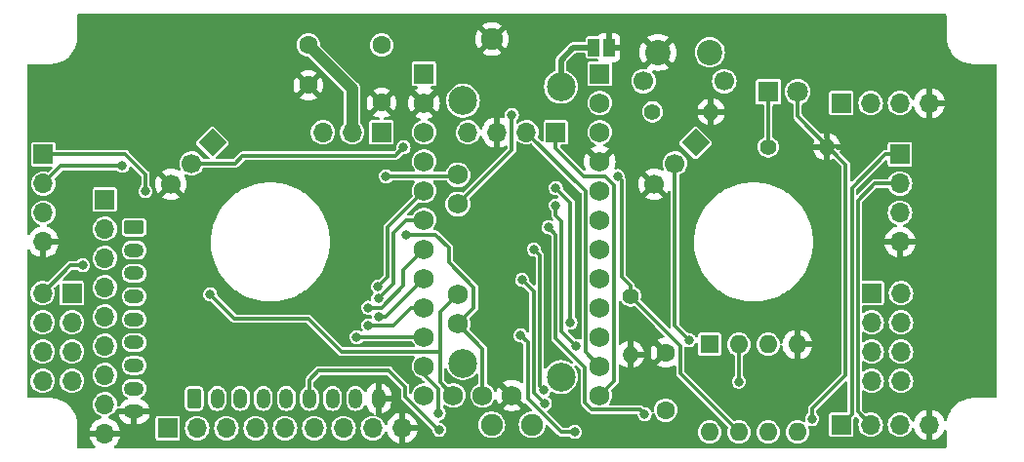
<source format=gbr>
%TF.GenerationSoftware,KiCad,Pcbnew,7.0.7*%
%TF.CreationDate,2023-10-01T14:42:12+02:00*%
%TF.ProjectId,Angle_Ana_Sw,416e676c-655f-4416-9e61-5f53772e6b69,1.0*%
%TF.SameCoordinates,Original*%
%TF.FileFunction,Copper,L2,Bot*%
%TF.FilePolarity,Positive*%
%FSLAX46Y46*%
G04 Gerber Fmt 4.6, Leading zero omitted, Abs format (unit mm)*
G04 Created by KiCad (PCBNEW 7.0.7) date 2023-10-01 14:42:12*
%MOMM*%
%LPD*%
G01*
G04 APERTURE LIST*
G04 Aperture macros list*
%AMRoundRect*
0 Rectangle with rounded corners*
0 $1 Rounding radius*
0 $2 $3 $4 $5 $6 $7 $8 $9 X,Y pos of 4 corners*
0 Add a 4 corners polygon primitive as box body*
4,1,4,$2,$3,$4,$5,$6,$7,$8,$9,$2,$3,0*
0 Add four circle primitives for the rounded corners*
1,1,$1+$1,$2,$3*
1,1,$1+$1,$4,$5*
1,1,$1+$1,$6,$7*
1,1,$1+$1,$8,$9*
0 Add four rect primitives between the rounded corners*
20,1,$1+$1,$2,$3,$4,$5,0*
20,1,$1+$1,$4,$5,$6,$7,0*
20,1,$1+$1,$6,$7,$8,$9,0*
20,1,$1+$1,$8,$9,$2,$3,0*%
%AMHorizOval*
0 Thick line with rounded ends*
0 $1 width*
0 $2 $3 position (X,Y) of the first rounded end (center of the circle)*
0 $4 $5 position (X,Y) of the second rounded end (center of the circle)*
0 Add line between two ends*
20,1,$1,$2,$3,$4,$5,0*
0 Add two circle primitives to create the rounded ends*
1,1,$1,$2,$3*
1,1,$1,$4,$5*%
%AMRotRect*
0 Rectangle, with rotation*
0 The origin of the aperture is its center*
0 $1 length*
0 $2 width*
0 $3 Rotation angle, in degrees counterclockwise*
0 Add horizontal line*
21,1,$1,$2,0,0,$3*%
G04 Aperture macros list end*
%TA.AperFunction,ComponentPad*%
%ADD10RotRect,1.700000X1.700000X315.000000*%
%TD*%
%TA.AperFunction,ComponentPad*%
%ADD11HorizOval,1.700000X0.000000X0.000000X0.000000X0.000000X0*%
%TD*%
%TA.AperFunction,ComponentPad*%
%ADD12C,1.900000*%
%TD*%
%TA.AperFunction,ComponentPad*%
%ADD13C,2.500000*%
%TD*%
%TA.AperFunction,ComponentPad*%
%ADD14R,1.700000X1.700000*%
%TD*%
%TA.AperFunction,ComponentPad*%
%ADD15O,1.700000X1.700000*%
%TD*%
%TA.AperFunction,ComponentPad*%
%ADD16C,1.600000*%
%TD*%
%TA.AperFunction,ComponentPad*%
%ADD17R,1.600000X1.600000*%
%TD*%
%TA.AperFunction,ComponentPad*%
%ADD18O,1.600000X1.600000*%
%TD*%
%TA.AperFunction,ComponentPad*%
%ADD19RoundRect,0.250000X-0.350000X-0.625000X0.350000X-0.625000X0.350000X0.625000X-0.350000X0.625000X0*%
%TD*%
%TA.AperFunction,ComponentPad*%
%ADD20O,1.200000X1.750000*%
%TD*%
%TA.AperFunction,ComponentPad*%
%ADD21C,1.400000*%
%TD*%
%TA.AperFunction,ComponentPad*%
%ADD22O,1.400000X1.400000*%
%TD*%
%TA.AperFunction,SMDPad,CuDef*%
%ADD23R,1.000000X1.500000*%
%TD*%
%TA.AperFunction,ComponentPad*%
%ADD24RoundRect,0.250000X-0.625000X0.350000X-0.625000X-0.350000X0.625000X-0.350000X0.625000X0.350000X0*%
%TD*%
%TA.AperFunction,ComponentPad*%
%ADD25O,1.750000X1.200000*%
%TD*%
%TA.AperFunction,ComponentPad*%
%ADD26R,1.800000X1.800000*%
%TD*%
%TA.AperFunction,ComponentPad*%
%ADD27C,1.800000*%
%TD*%
%TA.AperFunction,ComponentPad*%
%ADD28C,2.200000*%
%TD*%
%TA.AperFunction,ComponentPad*%
%ADD29C,1.700000*%
%TD*%
%TA.AperFunction,ComponentPad*%
%ADD30C,1.727200*%
%TD*%
%TA.AperFunction,ComponentPad*%
%ADD31R,1.727200X1.727200*%
%TD*%
%TA.AperFunction,ViaPad*%
%ADD32C,0.800000*%
%TD*%
%TA.AperFunction,ViaPad*%
%ADD33C,1.000000*%
%TD*%
%TA.AperFunction,Conductor*%
%ADD34C,0.310000*%
%TD*%
%TA.AperFunction,Conductor*%
%ADD35C,0.500000*%
%TD*%
%TA.AperFunction,Conductor*%
%ADD36C,1.000000*%
%TD*%
G04 APERTURE END LIST*
D10*
%TO.P,U2,1,Vin*%
%TO.N,+5V*%
X196266057Y-107583954D03*
D11*
%TO.P,U2,2,Vout*%
%TO.N,/OUT__SENSOR*%
X194470005Y-109380005D03*
%TO.P,U2,3,GND*%
%TO.N,GND*%
X192673954Y-111176057D03*
%TD*%
D10*
%TO.P,U4,1,Vin*%
%TO.N,+5V*%
X154357557Y-107583954D03*
D11*
%TO.P,U4,2,Vout*%
%TO.N,/OUT__SENSOR*%
X152561505Y-109380005D03*
%TO.P,U4,3,GND*%
%TO.N,GND*%
X150765454Y-111176057D03*
%TD*%
D12*
%TO.P,RV1,1,1*%
%TO.N,+5V*%
X178590000Y-132080000D03*
%TO.P,RV1,2,2*%
%TO.N,Net-(U1-XTAL1{slash}PB3)*%
X182090000Y-132080000D03*
%TO.P,RV1,3,3*%
%TO.N,GND*%
X178590000Y-98580000D03*
D13*
%TO.P,RV1,4*%
%TO.N,N/C*%
X176090000Y-126730000D03*
%TO.P,RV1,5*%
X176090000Y-103930000D03*
%TO.P,RV1,6*%
X184590000Y-127930000D03*
%TO.P,RV1,7,Shield*%
%TO.N,Net-(JP1-A)*%
X184590000Y-102730000D03*
%TD*%
D14*
%TO.P,J7,1,Pin_1*%
%TO.N,/C16*%
X142175000Y-120650000D03*
D15*
%TO.P,J7,2,Pin_2*%
%TO.N,/C15*%
X139635000Y-120650000D03*
%TO.P,J7,3,Pin_3*%
%TO.N,/C14*%
X142175000Y-123190000D03*
%TO.P,J7,4,Pin_4*%
%TO.N,/C13*%
X139635000Y-123190000D03*
%TO.P,J7,5,Pin_5*%
%TO.N,/C12*%
X142175000Y-125730000D03*
%TO.P,J7,6,Pin_6*%
%TO.N,/C11*%
X139635000Y-125730000D03*
%TO.P,J7,7,Pin_7*%
%TO.N,/C10*%
X142175000Y-128270000D03*
%TO.P,J7,8,Pin_8*%
%TO.N,/C9*%
X139635000Y-128270000D03*
%TD*%
D16*
%TO.P,C2,1*%
%TO.N,+5V*%
X193675000Y-130810000D03*
%TO.P,C2,2*%
%TO.N,GND*%
X193675000Y-125810000D03*
%TD*%
%TO.P,C3,1*%
%TO.N,Net-(J1-Pin_4)*%
X169037000Y-99100000D03*
%TO.P,C3,2*%
%TO.N,GND*%
X169037000Y-104100000D03*
%TD*%
D17*
%TO.P,U1,1,~{RESET}/PB5*%
%TO.N,unconnected-(U1-~{RESET}{slash}PB5-Pad1)*%
X197485000Y-125095000D03*
D18*
%TO.P,U1,2,XTAL1/PB3*%
%TO.N,Net-(U1-XTAL1{slash}PB3)*%
X200025000Y-125095000D03*
%TO.P,U1,3,XTAL2/PB4*%
%TO.N,/OUT__SENSOR*%
X202565000Y-125095000D03*
%TO.P,U1,4,GND*%
%TO.N,GND*%
X205105000Y-125095000D03*
%TO.P,U1,5,AREF/PB0*%
%TO.N,/SDA*%
X205105000Y-132715000D03*
%TO.P,U1,6,PB1*%
%TO.N,Net-(D1-A)*%
X202565000Y-132715000D03*
%TO.P,U1,7,PB2*%
%TO.N,/SCL*%
X200025000Y-132715000D03*
%TO.P,U1,8,VCC*%
%TO.N,+5V*%
X197485000Y-132715000D03*
%TD*%
D19*
%TO.P,J10,1,Pin_1*%
%TO.N,/C1*%
X152781000Y-129794000D03*
D20*
%TO.P,J10,2,Pin_2*%
%TO.N,/C2*%
X154781000Y-129794000D03*
%TO.P,J10,3,Pin_3*%
%TO.N,/C3*%
X156781000Y-129794000D03*
%TO.P,J10,4,Pin_4*%
%TO.N,/C4*%
X158781000Y-129794000D03*
%TO.P,J10,5,Pin_5*%
%TO.N,/C5*%
X160781000Y-129794000D03*
%TO.P,J10,6,Pin_6*%
%TO.N,/C6*%
X162781000Y-129794000D03*
%TO.P,J10,7,Pin_7*%
%TO.N,/C7*%
X164781000Y-129794000D03*
%TO.P,J10,8,Pin_8*%
%TO.N,/C8*%
X166781000Y-129794000D03*
%TO.P,J10,9,Pin_9*%
%TO.N,GND*%
X168781000Y-129794000D03*
%TD*%
D14*
%TO.P,SW2,1,A*%
%TO.N,+5V*%
X169022000Y-106680000D03*
D15*
%TO.P,SW2,2,B*%
%TO.N,Net-(J1-Pin_4)*%
X166482000Y-106680000D03*
%TO.P,SW2,3,C*%
%TO.N,+VDC*%
X163942000Y-106680000D03*
%TD*%
D21*
%TO.P,R3,1*%
%TO.N,/SDA*%
X192532000Y-104902000D03*
D22*
%TO.P,R3,2*%
%TO.N,GND*%
X197612000Y-104902000D03*
%TD*%
D14*
%TO.P,J3,1,Pin_1*%
%TO.N,/SDA*%
X208915000Y-104140000D03*
D15*
%TO.P,J3,2,Pin_2*%
%TO.N,/SCL*%
X211455000Y-104140000D03*
%TO.P,J3,3,Pin_3*%
%TO.N,+5V*%
X213995000Y-104140000D03*
%TO.P,J3,4,Pin_4*%
%TO.N,GND*%
X216535000Y-104140000D03*
%TD*%
D14*
%TO.P,J10B1,1,Pin_1*%
%TO.N,/C1*%
X150495000Y-132373500D03*
D15*
%TO.P,J10B1,2,Pin_2*%
%TO.N,/C2*%
X153035000Y-132373500D03*
%TO.P,J10B1,3,Pin_3*%
%TO.N,/C3*%
X155575000Y-132373500D03*
%TO.P,J10B1,4,Pin_4*%
%TO.N,/C4*%
X158115000Y-132373500D03*
%TO.P,J10B1,5,Pin_5*%
%TO.N,/C5*%
X160655000Y-132373500D03*
%TO.P,J10B1,6,Pin_6*%
%TO.N,/C6*%
X163195000Y-132373500D03*
%TO.P,J10B1,7,Pin_7*%
%TO.N,/C7*%
X165735000Y-132373500D03*
%TO.P,J10B1,8,Pin_8*%
%TO.N,/C8*%
X168275000Y-132373500D03*
%TO.P,J10B1,9,Pin_9*%
%TO.N,GND*%
X170815000Y-132373500D03*
%TD*%
D16*
%TO.P,C1,1*%
%TO.N,Net-(J1-Pin_4)*%
X162687000Y-99088000D03*
%TO.P,C1,2*%
%TO.N,GND*%
X162687000Y-102588000D03*
%TD*%
D23*
%TO.P,JP1,1,A*%
%TO.N,Net-(JP1-A)*%
X187437000Y-99314000D03*
%TO.P,JP1,2,B*%
%TO.N,GND*%
X188737000Y-99314000D03*
%TD*%
D24*
%TO.P,J9,1,Pin_1*%
%TO.N,/C16*%
X147574000Y-114935000D03*
D25*
%TO.P,J9,2,Pin_2*%
%TO.N,/C15*%
X147574000Y-116935000D03*
%TO.P,J9,3,Pin_3*%
%TO.N,/C14*%
X147574000Y-118935000D03*
%TO.P,J9,4,Pin_4*%
%TO.N,/C13*%
X147574000Y-120935000D03*
%TO.P,J9,5,Pin_5*%
%TO.N,/C12*%
X147574000Y-122935000D03*
%TO.P,J9,6,Pin_6*%
%TO.N,/C11*%
X147574000Y-124935000D03*
%TO.P,J9,7,Pin_7*%
%TO.N,/C10*%
X147574000Y-126935000D03*
%TO.P,J9,8,Pin_8*%
%TO.N,/C9*%
X147574000Y-128935000D03*
%TO.P,J9,9,Pin_9*%
%TO.N,GND*%
X147574000Y-130935000D03*
%TD*%
D14*
%TO.P,J6,1,Pin_1*%
%TO.N,/C16*%
X211545000Y-120650000D03*
D15*
%TO.P,J6,2,Pin_2*%
%TO.N,/C15*%
X214085000Y-120650000D03*
%TO.P,J6,3,Pin_3*%
%TO.N,/C14*%
X211545000Y-123190000D03*
%TO.P,J6,4,Pin_4*%
%TO.N,/C13*%
X214085000Y-123190000D03*
%TO.P,J6,5,Pin_5*%
%TO.N,/C12*%
X211545000Y-125730000D03*
%TO.P,J6,6,Pin_6*%
%TO.N,/C11*%
X214085000Y-125730000D03*
%TO.P,J6,7,Pin_7*%
%TO.N,/C10*%
X211545000Y-128270000D03*
%TO.P,J6,8,Pin_8*%
%TO.N,/C9*%
X214085000Y-128270000D03*
%TD*%
D26*
%TO.P,D1,1,K*%
%TO.N,Net-(D1-K)*%
X202585000Y-103155000D03*
D27*
%TO.P,D1,2,A*%
%TO.N,Net-(D1-A)*%
X205125000Y-103155000D03*
%TD*%
D28*
%TO.P,SW1,1,1*%
%TO.N,/SDA*%
X197505000Y-99735000D03*
%TO.P,SW1,2,2*%
%TO.N,GND*%
X193005000Y-99735000D03*
D29*
%TO.P,SW1,3*%
%TO.N,N/C*%
X198755000Y-102235000D03*
%TO.P,SW1,4*%
X191755000Y-102235000D03*
%TD*%
D30*
%TO.P,U3,A0,A0*%
%TO.N,/C11*%
X172720000Y-119380000D03*
%TO.P,U3,A1,A1*%
%TO.N,/C12*%
X172720000Y-116840000D03*
%TO.P,U3,A2,A2*%
%TO.N,/C13*%
X172720000Y-114300000D03*
%TO.P,U3,A3,A3*%
%TO.N,/C14*%
X172720000Y-111760000D03*
%TO.P,U3,A4,A4/SDA*%
%TO.N,/SDA*%
X175645900Y-112910600D03*
%TO.P,U3,A5,A5/SCL*%
%TO.N,/SCL*%
X175645900Y-110370600D03*
%TO.P,U3,A6,A6*%
%TO.N,/C15*%
X177800000Y-129540000D03*
X175645900Y-123324600D03*
%TO.P,U3,A7,A7*%
%TO.N,/C16*%
X175645900Y-120784000D03*
X175260000Y-129540000D03*
%TO.P,U3,D0,D0/RX*%
%TO.N,unconnected-(U3-D0{slash}RX-PadD0)*%
X187960000Y-104140000D03*
D31*
%TO.P,U3,D1,D1/TX*%
%TO.N,unconnected-(U3-D1{slash}TX-PadD1)*%
X187960000Y-101600000D03*
D30*
%TO.P,U3,D2,D2_INT0*%
%TO.N,/C1*%
X187960000Y-111760000D03*
%TO.P,U3,D3,D3_INT1*%
%TO.N,/C2*%
X187960000Y-114300000D03*
%TO.P,U3,D4,D4*%
%TO.N,/C3*%
X187960000Y-116840000D03*
%TO.P,U3,D5,D5*%
%TO.N,/C4*%
X187960000Y-119380000D03*
%TO.P,U3,D6,D6*%
%TO.N,/C5*%
X187960000Y-121920000D03*
%TO.P,U3,D7,D7*%
%TO.N,/C6*%
X187960000Y-124460000D03*
%TO.P,U3,D8,D8*%
%TO.N,/CPPM_IN*%
X187960000Y-127000000D03*
%TO.P,U3,D9,D9*%
%TO.N,/CPPM_OUT*%
X187960000Y-129540000D03*
%TO.P,U3,D10,D10_CS*%
%TO.N,/C7*%
X172720000Y-129540000D03*
%TO.P,U3,D11,D11_MOSI*%
%TO.N,/C8*%
X172720000Y-127000000D03*
%TO.P,U3,D12,D12_MISO*%
%TO.N,/C9*%
X172720000Y-124460000D03*
%TO.P,U3,D13,D13_SCK*%
%TO.N,/C10*%
X172720000Y-121920000D03*
%TO.P,U3,GND1,GND*%
%TO.N,GND*%
X187960000Y-109220000D03*
%TO.P,U3,GND2,GND*%
X180340000Y-129540000D03*
X172720000Y-104140000D03*
D31*
%TO.P,U3,RAW,RAW*%
%TO.N,+VDC*%
X172720000Y-101600000D03*
D30*
%TO.P,U3,RST1,RESET*%
%TO.N,unconnected-(U3-RESET-PadRST1)*%
X187960000Y-106680000D03*
%TO.P,U3,RST2,RESET*%
%TO.N,unconnected-(U3-RESET-PadRST2)*%
X172720000Y-106680000D03*
%TO.P,U3,Vcc1,Vcc*%
%TO.N,+5V*%
X172720000Y-109220000D03*
%TD*%
D14*
%TO.P,J1,1,Pin_1*%
%TO.N,/CPPM_OUT*%
X184150000Y-106680000D03*
D15*
%TO.P,J1,2,Pin_2*%
%TO.N,/CPPM_IN*%
X181610000Y-106680000D03*
%TO.P,J1,3,Pin_3*%
%TO.N,GND*%
X179070000Y-106680000D03*
%TO.P,J1,4,Pin_4*%
%TO.N,Net-(J1-Pin_4)*%
X176530000Y-106680000D03*
%TD*%
D14*
%TO.P,J5,1,Pin_1*%
%TO.N,/SDA*%
X213995000Y-108585000D03*
D15*
%TO.P,J5,2,Pin_2*%
%TO.N,/SCL*%
X213995000Y-111125000D03*
%TO.P,J5,3,Pin_3*%
%TO.N,+5V*%
X213995000Y-113665000D03*
%TO.P,J5,4,Pin_4*%
%TO.N,GND*%
X213995000Y-116205000D03*
%TD*%
D21*
%TO.P,R2,1*%
%TO.N,/SCL*%
X190627000Y-120904000D03*
D22*
%TO.P,R2,2*%
%TO.N,GND*%
X190627000Y-125984000D03*
%TD*%
D14*
%TO.P,J9B1,1,Pin_1*%
%TO.N,/C16*%
X145034000Y-112522000D03*
D15*
%TO.P,J9B1,2,Pin_2*%
%TO.N,/C15*%
X145034000Y-115062000D03*
%TO.P,J9B1,3,Pin_3*%
%TO.N,/C14*%
X145034000Y-117602000D03*
%TO.P,J9B1,4,Pin_4*%
%TO.N,/C13*%
X145034000Y-120142000D03*
%TO.P,J9B1,5,Pin_5*%
%TO.N,/C12*%
X145034000Y-122682000D03*
%TO.P,J9B1,6,Pin_6*%
%TO.N,/C11*%
X145034000Y-125222000D03*
%TO.P,J9B1,7,Pin_7*%
%TO.N,/C10*%
X145034000Y-127762000D03*
%TO.P,J9B1,8,Pin_8*%
%TO.N,/C9*%
X145034000Y-130302000D03*
%TO.P,J9B1,9,Pin_9*%
%TO.N,GND*%
X145034000Y-132842000D03*
%TD*%
D21*
%TO.P,R1,1*%
%TO.N,Net-(D1-K)*%
X202565000Y-107950000D03*
D22*
%TO.P,R1,2*%
%TO.N,GND*%
X207645000Y-107950000D03*
%TD*%
D14*
%TO.P,J4,1,Pin_1*%
%TO.N,/SDA*%
X139700000Y-108585000D03*
D15*
%TO.P,J4,2,Pin_2*%
%TO.N,/SCL*%
X139700000Y-111125000D03*
%TO.P,J4,3,Pin_3*%
%TO.N,+5V*%
X139700000Y-113665000D03*
%TO.P,J4,4,Pin_4*%
%TO.N,GND*%
X139700000Y-116205000D03*
%TD*%
D14*
%TO.P,J2,1,Pin_1*%
%TO.N,/SDA*%
X208915000Y-132080000D03*
D15*
%TO.P,J2,2,Pin_2*%
%TO.N,/SCL*%
X211455000Y-132080000D03*
%TO.P,J2,3,Pin_3*%
%TO.N,+5V*%
X213995000Y-132080000D03*
%TO.P,J2,4,Pin_4*%
%TO.N,GND*%
X216535000Y-132080000D03*
%TD*%
D32*
%TO.N,Net-(D1-A)*%
X206375000Y-131572000D03*
%TO.N,Net-(U1-XTAL1{slash}PB3)*%
X200025000Y-128339500D03*
D33*
%TO.N,GND*%
X190119000Y-99314000D03*
D32*
%TO.N,/SDA*%
X148557416Y-111792584D03*
X180340000Y-105156000D03*
%TO.N,/C6*%
X174033252Y-132504252D03*
%TO.N,/C8*%
X173990000Y-131064000D03*
%TO.N,/C9*%
X166878000Y-124460000D03*
X185801000Y-132715000D03*
X181102000Y-124333000D03*
%TO.N,/C10*%
X181229000Y-119507000D03*
X167894000Y-123446500D03*
X183193429Y-130242571D03*
%TO.N,/SCL*%
X169418000Y-110490000D03*
X189496335Y-110477665D03*
X146558000Y-109601000D03*
%TO.N,/C16*%
X154178000Y-120777000D03*
%TO.N,/C15*%
X143129000Y-118237000D03*
X171183665Y-115557665D03*
%TO.N,/C14*%
X184150000Y-111506000D03*
X168717832Y-120076832D03*
X185420000Y-123190000D03*
%TO.N,/C13*%
X184150000Y-113030000D03*
X185925500Y-125224500D03*
X168750416Y-121125416D03*
%TO.N,/C12*%
X183515000Y-114935000D03*
X191852779Y-131146779D03*
X167888500Y-121914500D03*
%TO.N,/C11*%
X182245000Y-116840000D03*
X183103084Y-129062916D03*
X168783000Y-122679500D03*
%TO.N,/OUT__SENSOR*%
X170942000Y-107991400D03*
X195707000Y-124714000D03*
%TD*%
D34*
%TO.N,/OUT__SENSOR*%
X156972000Y-108712000D02*
X156303995Y-109380005D01*
X156303995Y-109380005D02*
X152561505Y-109380005D01*
X170221400Y-108712000D02*
X156972000Y-108712000D01*
X170942000Y-107991400D02*
X170221400Y-108712000D01*
%TO.N,Net-(D1-K)*%
X202565000Y-105450000D02*
X202565000Y-107950000D01*
X202585000Y-105430000D02*
X202565000Y-105450000D01*
X202585000Y-103155000D02*
X202585000Y-105430000D01*
%TO.N,Net-(D1-A)*%
X206375000Y-130683000D02*
X209290000Y-127768000D01*
X205105000Y-105283000D02*
X205125000Y-105263000D01*
X205125000Y-105263000D02*
X205125000Y-103155000D01*
X209290000Y-109468000D02*
X205105000Y-105283000D01*
X209290000Y-127768000D02*
X209290000Y-109468000D01*
X206375000Y-131572000D02*
X206375000Y-130683000D01*
%TO.N,Net-(U1-XTAL1{slash}PB3)*%
X200025000Y-128339500D02*
X200025000Y-125095000D01*
D35*
%TO.N,GND*%
X188737000Y-99314000D02*
X190119000Y-99314000D01*
D34*
%TO.N,/SDA*%
X180340000Y-105156000D02*
X180340000Y-108216500D01*
X148557416Y-110330416D02*
X146812000Y-108585000D01*
X146812000Y-108585000D02*
X143002000Y-108585000D01*
X143002000Y-108585000D02*
X143067874Y-108585000D01*
X209810000Y-111500000D02*
X209810000Y-131185000D01*
X180340000Y-108216500D02*
X175645900Y-112910600D01*
X212725000Y-108585000D02*
X209810000Y-111500000D01*
X209810000Y-131185000D02*
X208915000Y-132080000D01*
X143002000Y-108585000D02*
X139700000Y-108585000D01*
X213995000Y-108585000D02*
X212725000Y-108585000D01*
X148557416Y-111792584D02*
X148557416Y-110330416D01*
%TO.N,/C6*%
X162781000Y-128176000D02*
X162781000Y-129794000D01*
X169672000Y-127381000D02*
X163576000Y-127381000D01*
X174033252Y-132504252D02*
X173946749Y-132504252D01*
X163576000Y-127381000D02*
X162781000Y-128176000D01*
X171069000Y-129626503D02*
X171069000Y-128778000D01*
X171069000Y-128778000D02*
X169672000Y-127381000D01*
X173946749Y-132504252D02*
X171069000Y-129626503D01*
%TO.N,/C8*%
X173990000Y-131064000D02*
X173990000Y-129005392D01*
X172720000Y-127735392D02*
X172720000Y-127000000D01*
X173990000Y-129005392D02*
X172720000Y-127735392D01*
%TO.N,/C9*%
X184584691Y-132715000D02*
X185801000Y-132715000D01*
X181102000Y-124333000D02*
X181713000Y-124944000D01*
X172720000Y-124460000D02*
X166878000Y-124460000D01*
X181713000Y-124944000D02*
X181713000Y-129843309D01*
X181713000Y-129843309D02*
X184584691Y-132715000D01*
%TO.N,/C10*%
X182233000Y-120511000D02*
X181229000Y-119507000D01*
X167896500Y-123444000D02*
X170053000Y-123444000D01*
X170053000Y-123444000D02*
X171577000Y-121920000D01*
X183193429Y-130234429D02*
X182233000Y-129274000D01*
X171577000Y-121920000D02*
X172720000Y-121920000D01*
X167894000Y-123446500D02*
X167896500Y-123444000D01*
X183193429Y-130242571D02*
X183193429Y-130234429D01*
X182233000Y-129274000D02*
X182233000Y-120511000D01*
%TO.N,/SCL*%
X189865000Y-119253000D02*
X190627000Y-120015000D01*
X211836000Y-111125000D02*
X210330000Y-112631000D01*
X213995000Y-111125000D02*
X211836000Y-111125000D01*
X189496335Y-110477665D02*
X189865000Y-110846330D01*
X146558000Y-109601000D02*
X141224000Y-109601000D01*
X194945000Y-125222000D02*
X190627000Y-120904000D01*
X210330000Y-112631000D02*
X210330000Y-130955000D01*
X169418000Y-110490000D02*
X175526500Y-110490000D01*
X190627000Y-120015000D02*
X190627000Y-120904000D01*
X141224000Y-109601000D02*
X139700000Y-111125000D01*
X175526500Y-110490000D02*
X175645900Y-110370600D01*
X189865000Y-110846330D02*
X189865000Y-119253000D01*
X210330000Y-130955000D02*
X211455000Y-132080000D01*
X194945000Y-127635000D02*
X194945000Y-125222000D01*
X200025000Y-132715000D02*
X194945000Y-127635000D01*
%TO.N,/CPPM_OUT*%
X188427503Y-110490000D02*
X189230000Y-111292497D01*
X189230000Y-128270000D02*
X187960000Y-129540000D01*
X184150000Y-106680000D02*
X184150000Y-108077000D01*
X186563000Y-110490000D02*
X188427503Y-110490000D01*
X189230000Y-111292497D02*
X189230000Y-128270000D01*
X184150000Y-108077000D02*
X186563000Y-110490000D01*
%TO.N,/CPPM_IN*%
X187960000Y-127000000D02*
X186731400Y-125771400D01*
X186731400Y-111801400D02*
X181610000Y-106680000D01*
X186731400Y-125771400D02*
X186731400Y-111801400D01*
D36*
%TO.N,Net-(J1-Pin_4)*%
X166482000Y-102883000D02*
X166482000Y-106680000D01*
X162687000Y-99088000D02*
X166482000Y-102883000D01*
D34*
%TO.N,/C16*%
X174117000Y-128397000D02*
X174117000Y-125730000D01*
X162687000Y-122874874D02*
X165542126Y-125730000D01*
X165542126Y-125730000D02*
X174117000Y-125730000D01*
X175260000Y-129540000D02*
X174117000Y-128397000D01*
X174117000Y-122312900D02*
X175645900Y-120784000D01*
X156275874Y-122874874D02*
X162687000Y-122874874D01*
X174117000Y-125730000D02*
X174117000Y-122312900D01*
X154178000Y-120777000D02*
X156275874Y-122874874D01*
%TO.N,/C15*%
X177800000Y-125478700D02*
X175645900Y-123324600D01*
X177800000Y-129540000D02*
X177800000Y-125478700D01*
X173736000Y-115570000D02*
X171196000Y-115570000D01*
X174879000Y-117983000D02*
X174879000Y-116713000D01*
X177038000Y-120142000D02*
X174879000Y-117983000D01*
X139635000Y-120650000D02*
X142048000Y-118237000D01*
X171196000Y-115570000D02*
X171183665Y-115557665D01*
X142048000Y-118237000D02*
X143129000Y-118237000D01*
X175645900Y-123324600D02*
X177038000Y-121932500D01*
X177038000Y-121932500D02*
X177038000Y-120142000D01*
X174879000Y-116713000D02*
X173736000Y-115570000D01*
%TO.N,/C14*%
X169545000Y-119253000D02*
X169545000Y-114935000D01*
X185420000Y-123190000D02*
X185420000Y-112776000D01*
X169545000Y-114935000D02*
X172720000Y-111760000D01*
X168717832Y-120076832D02*
X168721168Y-120076832D01*
X168721168Y-120076832D02*
X169545000Y-119253000D01*
X185420000Y-112776000D02*
X184150000Y-111506000D01*
%TO.N,/C13*%
X184655000Y-123954000D02*
X184655000Y-114424000D01*
X184150000Y-113919000D02*
X184150000Y-113030000D01*
X171196000Y-114300000D02*
X172720000Y-114300000D01*
X185925500Y-125224500D02*
X184655000Y-123954000D01*
X170065000Y-115431000D02*
X171196000Y-114300000D01*
X170065000Y-119810832D02*
X170065000Y-115431000D01*
X184655000Y-114424000D02*
X184150000Y-113919000D01*
X168750416Y-121125416D02*
X170065000Y-119810832D01*
%TO.N,/C12*%
X170942000Y-120015000D02*
X170942000Y-118618000D01*
X191852779Y-131146779D02*
X191474600Y-130768600D01*
X169042500Y-121914500D02*
X170942000Y-120015000D01*
X186690000Y-127127000D02*
X184135000Y-124572000D01*
X167888500Y-121914500D02*
X169042500Y-121914500D01*
X186690000Y-130175000D02*
X186690000Y-127127000D01*
X187283600Y-130768600D02*
X186690000Y-130175000D01*
X191474600Y-130768600D02*
X187283600Y-130768600D01*
X170942000Y-118618000D02*
X172720000Y-116840000D01*
X184135000Y-124572000D02*
X184135000Y-115555000D01*
X184135000Y-115555000D02*
X183515000Y-114935000D01*
%TO.N,/C11*%
X182753000Y-128712832D02*
X182753000Y-117348000D01*
X182753000Y-117348000D02*
X182245000Y-116840000D01*
X169420500Y-122679500D02*
X172720000Y-119380000D01*
X168783000Y-122679500D02*
X169420500Y-122679500D01*
X183103084Y-129062916D02*
X182753000Y-128712832D01*
%TO.N,/OUT__SENSOR*%
X194470005Y-123477005D02*
X195707000Y-124714000D01*
X194470005Y-109380005D02*
X194470005Y-123477005D01*
D35*
%TO.N,Net-(JP1-A)*%
X184590000Y-100398000D02*
X184590000Y-102730000D01*
X184577000Y-102743000D02*
X184590000Y-102730000D01*
X185674000Y-99314000D02*
X184590000Y-100398000D01*
X187437000Y-99314000D02*
X185674000Y-99314000D01*
%TD*%
%TA.AperFunction,Conductor*%
%TO.N,GND*%
G36*
X217976539Y-96412685D02*
G01*
X218022294Y-96465489D01*
X218033500Y-96516999D01*
X218033500Y-98416714D01*
X218033500Y-98416715D01*
X218033500Y-98425000D01*
X218033500Y-98564820D01*
X218067207Y-98842421D01*
X218107616Y-99006368D01*
X218134130Y-99113940D01*
X218233293Y-99375409D01*
X218233294Y-99375410D01*
X218363243Y-99623007D01*
X218363249Y-99623016D01*
X218517846Y-99846989D01*
X218522100Y-99853151D01*
X218707535Y-100062465D01*
X218916849Y-100247900D01*
X219146988Y-100406754D01*
X219146992Y-100406756D01*
X219394589Y-100536705D01*
X219394590Y-100536706D01*
X219394594Y-100536707D01*
X219394597Y-100536709D01*
X219467024Y-100564177D01*
X219656059Y-100635869D01*
X219656061Y-100635869D01*
X219656065Y-100635871D01*
X219927579Y-100702793D01*
X220155906Y-100730517D01*
X220205178Y-100736500D01*
X222253000Y-100736500D01*
X222320039Y-100756185D01*
X222365794Y-100808989D01*
X222377000Y-100860500D01*
X222377000Y-129644500D01*
X222357315Y-129711539D01*
X222304511Y-129757294D01*
X222253000Y-129768500D01*
X220205178Y-129768500D01*
X220089748Y-129782516D01*
X219927579Y-129802207D01*
X219822949Y-129827996D01*
X219656059Y-129869130D01*
X219394590Y-129968293D01*
X219394589Y-129968294D01*
X219146992Y-130098243D01*
X219146983Y-130098249D01*
X218916852Y-130257097D01*
X218707535Y-130442535D01*
X218522097Y-130651852D01*
X218363249Y-130881983D01*
X218363243Y-130881992D01*
X218233294Y-131129589D01*
X218233293Y-131129590D01*
X218134130Y-131391059D01*
X218067205Y-131662587D01*
X218066531Y-131666268D01*
X218064946Y-131665977D01*
X218039848Y-131724173D01*
X217981885Y-131763186D01*
X217912031Y-131764669D01*
X217852464Y-131728150D01*
X217824658Y-131677069D01*
X217808434Y-131616518D01*
X217808429Y-131616507D01*
X217708600Y-131402422D01*
X217708599Y-131402420D01*
X217573113Y-131208926D01*
X217573108Y-131208920D01*
X217406082Y-131041894D01*
X217212578Y-130906399D01*
X216998492Y-130806570D01*
X216998486Y-130806567D01*
X216785000Y-130749364D01*
X216785000Y-131467698D01*
X216765315Y-131534737D01*
X216712511Y-131580492D01*
X216643355Y-131590436D01*
X216570766Y-131580000D01*
X216570763Y-131580000D01*
X216499237Y-131580000D01*
X216499233Y-131580000D01*
X216426644Y-131590436D01*
X216357486Y-131580492D01*
X216304683Y-131534736D01*
X216284999Y-131467698D01*
X216284999Y-130749364D01*
X216071513Y-130806567D01*
X216071507Y-130806570D01*
X215857422Y-130906399D01*
X215857420Y-130906400D01*
X215663926Y-131041886D01*
X215663920Y-131041891D01*
X215496891Y-131208920D01*
X215496886Y-131208926D01*
X215361400Y-131402420D01*
X215361399Y-131402422D01*
X215261570Y-131616507D01*
X215261567Y-131616514D01*
X215233742Y-131720359D01*
X215197377Y-131780019D01*
X215134530Y-131810548D01*
X215065154Y-131802253D01*
X215011276Y-131757768D01*
X214995308Y-131724264D01*
X214979515Y-131672201D01*
X214979511Y-131672193D01*
X214881043Y-131487972D01*
X214881039Y-131487965D01*
X214748515Y-131326484D01*
X214587034Y-131193960D01*
X214587027Y-131193956D01*
X214402806Y-131095488D01*
X214402803Y-131095487D01*
X214402802Y-131095486D01*
X214402799Y-131095485D01*
X214202894Y-131034845D01*
X214202892Y-131034844D01*
X214202894Y-131034844D01*
X214013639Y-131016204D01*
X213995000Y-131014369D01*
X213994999Y-131014369D01*
X213787107Y-131034844D01*
X213698678Y-131061669D01*
X213587201Y-131095485D01*
X213587198Y-131095486D01*
X213587196Y-131095487D01*
X213587193Y-131095488D01*
X213402972Y-131193956D01*
X213402965Y-131193960D01*
X213241484Y-131326484D01*
X213108960Y-131487965D01*
X213108956Y-131487972D01*
X213010488Y-131672193D01*
X213010487Y-131672196D01*
X213010486Y-131672198D01*
X213010485Y-131672201D01*
X212996252Y-131719121D01*
X212949844Y-131872107D01*
X212929369Y-132079999D01*
X212949844Y-132287892D01*
X212960161Y-132321902D01*
X213010485Y-132487799D01*
X213010486Y-132487801D01*
X213010487Y-132487803D01*
X213010488Y-132487806D01*
X213108956Y-132672027D01*
X213108960Y-132672034D01*
X213241484Y-132833515D01*
X213402965Y-132966039D01*
X213402972Y-132966043D01*
X213587193Y-133064511D01*
X213587194Y-133064511D01*
X213587201Y-133064515D01*
X213787106Y-133125155D01*
X213787105Y-133125155D01*
X213805745Y-133126990D01*
X213995000Y-133145631D01*
X214202894Y-133125155D01*
X214402799Y-133064515D01*
X214587033Y-132966040D01*
X214748515Y-132833515D01*
X214881040Y-132672033D01*
X214979515Y-132487799D01*
X214995307Y-132435737D01*
X215033603Y-132377301D01*
X215097415Y-132348844D01*
X215166482Y-132359403D01*
X215218876Y-132405627D01*
X215233742Y-132439640D01*
X215261567Y-132543486D01*
X215261570Y-132543492D01*
X215361399Y-132757578D01*
X215496894Y-132951082D01*
X215663917Y-133118105D01*
X215857421Y-133253600D01*
X216071507Y-133353429D01*
X216071516Y-133353433D01*
X216284999Y-133410633D01*
X216284999Y-132692301D01*
X216304683Y-132625262D01*
X216357487Y-132579507D01*
X216426646Y-132569563D01*
X216433380Y-132570531D01*
X216499237Y-132580000D01*
X216499238Y-132580000D01*
X216570762Y-132580000D01*
X216570763Y-132580000D01*
X216643353Y-132569563D01*
X216712512Y-132579507D01*
X216765315Y-132625262D01*
X216785000Y-132692301D01*
X216785000Y-133410633D01*
X216998483Y-133353433D01*
X216998492Y-133353429D01*
X217212578Y-133253600D01*
X217406082Y-133118105D01*
X217573105Y-132951082D01*
X217708600Y-132757578D01*
X217797118Y-132567751D01*
X217843290Y-132515312D01*
X217910484Y-132496160D01*
X217977365Y-132516376D01*
X218022699Y-132569541D01*
X218033500Y-132620156D01*
X218033500Y-133988000D01*
X218013815Y-134055039D01*
X217961011Y-134100794D01*
X217909500Y-134112000D01*
X145967182Y-134112000D01*
X145900143Y-134092315D01*
X145854388Y-134039511D01*
X145844444Y-133970353D01*
X145873469Y-133906797D01*
X145896056Y-133886427D01*
X145905079Y-133880108D01*
X146072105Y-133713082D01*
X146207600Y-133519578D01*
X146307429Y-133305492D01*
X146307432Y-133305486D01*
X146323846Y-133244230D01*
X149434500Y-133244230D01*
X149446713Y-133305634D01*
X149446714Y-133305636D01*
X149493238Y-133375263D01*
X149562865Y-133421786D01*
X149562869Y-133421788D01*
X149599639Y-133429101D01*
X149624267Y-133434000D01*
X151365732Y-133433999D01*
X151427133Y-133421787D01*
X151496762Y-133375262D01*
X151511351Y-133353429D01*
X151543286Y-133305634D01*
X151543287Y-133305633D01*
X151543317Y-133305486D01*
X151552455Y-133259540D01*
X151555500Y-133244233D01*
X151555499Y-132373499D01*
X151969369Y-132373499D01*
X151989844Y-132581392D01*
X152003152Y-132625262D01*
X152050485Y-132781299D01*
X152050486Y-132781301D01*
X152050487Y-132781303D01*
X152050488Y-132781306D01*
X152148956Y-132965527D01*
X152148960Y-132965534D01*
X152281484Y-133127015D01*
X152442965Y-133259539D01*
X152442972Y-133259543D01*
X152627193Y-133358011D01*
X152627194Y-133358011D01*
X152627201Y-133358015D01*
X152827106Y-133418655D01*
X152827105Y-133418655D01*
X152845745Y-133420490D01*
X153035000Y-133439131D01*
X153242894Y-133418655D01*
X153442799Y-133358015D01*
X153627033Y-133259540D01*
X153788515Y-133127015D01*
X153921040Y-132965533D01*
X154019515Y-132781299D01*
X154080155Y-132581394D01*
X154100631Y-132373500D01*
X154509369Y-132373500D01*
X154529844Y-132581392D01*
X154543152Y-132625262D01*
X154590485Y-132781299D01*
X154590486Y-132781301D01*
X154590487Y-132781303D01*
X154590488Y-132781306D01*
X154688956Y-132965527D01*
X154688960Y-132965534D01*
X154821484Y-133127015D01*
X154982965Y-133259539D01*
X154982972Y-133259543D01*
X155167193Y-133358011D01*
X155167194Y-133358011D01*
X155167201Y-133358015D01*
X155367106Y-133418655D01*
X155367105Y-133418655D01*
X155387580Y-133420671D01*
X155575000Y-133439131D01*
X155782894Y-133418655D01*
X155982799Y-133358015D01*
X156167033Y-133259540D01*
X156328515Y-133127015D01*
X156461040Y-132965533D01*
X156559515Y-132781299D01*
X156620155Y-132581394D01*
X156640631Y-132373500D01*
X157049369Y-132373500D01*
X157069844Y-132581392D01*
X157083152Y-132625262D01*
X157130485Y-132781299D01*
X157130486Y-132781301D01*
X157130487Y-132781303D01*
X157130488Y-132781306D01*
X157228956Y-132965527D01*
X157228960Y-132965534D01*
X157361484Y-133127015D01*
X157522965Y-133259539D01*
X157522972Y-133259543D01*
X157707193Y-133358011D01*
X157707194Y-133358011D01*
X157707201Y-133358015D01*
X157907106Y-133418655D01*
X157907105Y-133418655D01*
X157925745Y-133420490D01*
X158115000Y-133439131D01*
X158322894Y-133418655D01*
X158522799Y-133358015D01*
X158707033Y-133259540D01*
X158868515Y-133127015D01*
X159001040Y-132965533D01*
X159099515Y-132781299D01*
X159160155Y-132581394D01*
X159180631Y-132373500D01*
X159589369Y-132373500D01*
X159609844Y-132581392D01*
X159623152Y-132625262D01*
X159670485Y-132781299D01*
X159670486Y-132781301D01*
X159670487Y-132781303D01*
X159670488Y-132781306D01*
X159768956Y-132965527D01*
X159768960Y-132965534D01*
X159901484Y-133127015D01*
X160062965Y-133259539D01*
X160062972Y-133259543D01*
X160247193Y-133358011D01*
X160247194Y-133358011D01*
X160247201Y-133358015D01*
X160447106Y-133418655D01*
X160447105Y-133418655D01*
X160467581Y-133420671D01*
X160655000Y-133439131D01*
X160862894Y-133418655D01*
X161062799Y-133358015D01*
X161247033Y-133259540D01*
X161408515Y-133127015D01*
X161541040Y-132965533D01*
X161639515Y-132781299D01*
X161700155Y-132581394D01*
X161720631Y-132373500D01*
X162129369Y-132373500D01*
X162149844Y-132581392D01*
X162163152Y-132625262D01*
X162210485Y-132781299D01*
X162210486Y-132781301D01*
X162210487Y-132781303D01*
X162210488Y-132781306D01*
X162308956Y-132965527D01*
X162308960Y-132965534D01*
X162441484Y-133127015D01*
X162602965Y-133259539D01*
X162602972Y-133259543D01*
X162787193Y-133358011D01*
X162787194Y-133358011D01*
X162787201Y-133358015D01*
X162987106Y-133418655D01*
X162987105Y-133418655D01*
X163007581Y-133420671D01*
X163195000Y-133439131D01*
X163402894Y-133418655D01*
X163602799Y-133358015D01*
X163787033Y-133259540D01*
X163948515Y-133127015D01*
X164081040Y-132965533D01*
X164179515Y-132781299D01*
X164240155Y-132581394D01*
X164260631Y-132373500D01*
X164260631Y-132373499D01*
X164669369Y-132373499D01*
X164689844Y-132581392D01*
X164703152Y-132625262D01*
X164750485Y-132781299D01*
X164750486Y-132781301D01*
X164750487Y-132781303D01*
X164750488Y-132781306D01*
X164848956Y-132965527D01*
X164848960Y-132965534D01*
X164981484Y-133127015D01*
X165142965Y-133259539D01*
X165142972Y-133259543D01*
X165327193Y-133358011D01*
X165327194Y-133358011D01*
X165327201Y-133358015D01*
X165527106Y-133418655D01*
X165527105Y-133418655D01*
X165545745Y-133420490D01*
X165735000Y-133439131D01*
X165942894Y-133418655D01*
X166142799Y-133358015D01*
X166327033Y-133259540D01*
X166488515Y-133127015D01*
X166621040Y-132965533D01*
X166719515Y-132781299D01*
X166780155Y-132581394D01*
X166800631Y-132373500D01*
X166780155Y-132165606D01*
X166719515Y-131965701D01*
X166705760Y-131939967D01*
X166621043Y-131781472D01*
X166621039Y-131781465D01*
X166488515Y-131619984D01*
X166327034Y-131487460D01*
X166327027Y-131487456D01*
X166142806Y-131388988D01*
X166142803Y-131388987D01*
X166142802Y-131388986D01*
X166142799Y-131388985D01*
X165942894Y-131328345D01*
X165942892Y-131328344D01*
X165942894Y-131328344D01*
X165735000Y-131307869D01*
X165527107Y-131328344D01*
X165433720Y-131356673D01*
X165327201Y-131388985D01*
X165327198Y-131388986D01*
X165327196Y-131388987D01*
X165327193Y-131388988D01*
X165142972Y-131487456D01*
X165142965Y-131487460D01*
X164981484Y-131619984D01*
X164848960Y-131781465D01*
X164848956Y-131781472D01*
X164750488Y-131965693D01*
X164750487Y-131965696D01*
X164750486Y-131965698D01*
X164750485Y-131965701D01*
X164729464Y-132035000D01*
X164689844Y-132165607D01*
X164669369Y-132373499D01*
X164260631Y-132373499D01*
X164240155Y-132165606D01*
X164179515Y-131965701D01*
X164165760Y-131939967D01*
X164081043Y-131781472D01*
X164081039Y-131781465D01*
X163948515Y-131619984D01*
X163787034Y-131487460D01*
X163787027Y-131487456D01*
X163602806Y-131388988D01*
X163602803Y-131388987D01*
X163602802Y-131388986D01*
X163602799Y-131388985D01*
X163402894Y-131328345D01*
X163402892Y-131328344D01*
X163402894Y-131328344D01*
X163213639Y-131309704D01*
X163195000Y-131307869D01*
X163194999Y-131307869D01*
X162987107Y-131328344D01*
X162893720Y-131356673D01*
X162787201Y-131388985D01*
X162787198Y-131388986D01*
X162787196Y-131388987D01*
X162787193Y-131388988D01*
X162602972Y-131487456D01*
X162602965Y-131487460D01*
X162441484Y-131619984D01*
X162308960Y-131781465D01*
X162308956Y-131781472D01*
X162210488Y-131965693D01*
X162210487Y-131965696D01*
X162210486Y-131965698D01*
X162210485Y-131965701D01*
X162189464Y-132035000D01*
X162149844Y-132165607D01*
X162129369Y-132373500D01*
X161720631Y-132373500D01*
X161700155Y-132165606D01*
X161639515Y-131965701D01*
X161625760Y-131939967D01*
X161541043Y-131781472D01*
X161541039Y-131781465D01*
X161408515Y-131619984D01*
X161247034Y-131487460D01*
X161247027Y-131487456D01*
X161062806Y-131388988D01*
X161062803Y-131388987D01*
X161062802Y-131388986D01*
X161062799Y-131388985D01*
X160862894Y-131328345D01*
X160862892Y-131328344D01*
X160862894Y-131328344D01*
X160673639Y-131309704D01*
X160655000Y-131307869D01*
X160654999Y-131307869D01*
X160447107Y-131328344D01*
X160353720Y-131356673D01*
X160247201Y-131388985D01*
X160247198Y-131388986D01*
X160247196Y-131388987D01*
X160247193Y-131388988D01*
X160062972Y-131487456D01*
X160062965Y-131487460D01*
X159901484Y-131619984D01*
X159768960Y-131781465D01*
X159768956Y-131781472D01*
X159670488Y-131965693D01*
X159670487Y-131965696D01*
X159670486Y-131965698D01*
X159670485Y-131965701D01*
X159649464Y-132035000D01*
X159609844Y-132165607D01*
X159589369Y-132373500D01*
X159180631Y-132373500D01*
X159160155Y-132165606D01*
X159099515Y-131965701D01*
X159085760Y-131939967D01*
X159001043Y-131781472D01*
X159001039Y-131781465D01*
X158868515Y-131619984D01*
X158707034Y-131487460D01*
X158707027Y-131487456D01*
X158522806Y-131388988D01*
X158522803Y-131388987D01*
X158522802Y-131388986D01*
X158522799Y-131388985D01*
X158322894Y-131328345D01*
X158322892Y-131328344D01*
X158322894Y-131328344D01*
X158115000Y-131307869D01*
X157907107Y-131328344D01*
X157813720Y-131356673D01*
X157707201Y-131388985D01*
X157707198Y-131388986D01*
X157707196Y-131388987D01*
X157707193Y-131388988D01*
X157522972Y-131487456D01*
X157522965Y-131487460D01*
X157361484Y-131619984D01*
X157228960Y-131781465D01*
X157228956Y-131781472D01*
X157130488Y-131965693D01*
X157130487Y-131965696D01*
X157130486Y-131965698D01*
X157130485Y-131965701D01*
X157109464Y-132035000D01*
X157069844Y-132165607D01*
X157049369Y-132373500D01*
X156640631Y-132373500D01*
X156620155Y-132165606D01*
X156559515Y-131965701D01*
X156545760Y-131939967D01*
X156461043Y-131781472D01*
X156461039Y-131781465D01*
X156328515Y-131619984D01*
X156167034Y-131487460D01*
X156167027Y-131487456D01*
X155982806Y-131388988D01*
X155982803Y-131388987D01*
X155982802Y-131388986D01*
X155982799Y-131388985D01*
X155782894Y-131328345D01*
X155782892Y-131328344D01*
X155782894Y-131328344D01*
X155593639Y-131309704D01*
X155575000Y-131307869D01*
X155574999Y-131307869D01*
X155367107Y-131328344D01*
X155273720Y-131356673D01*
X155167201Y-131388985D01*
X155167198Y-131388986D01*
X155167196Y-131388987D01*
X155167193Y-131388988D01*
X154982972Y-131487456D01*
X154982965Y-131487460D01*
X154821484Y-131619984D01*
X154688960Y-131781465D01*
X154688956Y-131781472D01*
X154590488Y-131965693D01*
X154590487Y-131965696D01*
X154590486Y-131965698D01*
X154590485Y-131965701D01*
X154569464Y-132035000D01*
X154529844Y-132165607D01*
X154509369Y-132373500D01*
X154100631Y-132373500D01*
X154080155Y-132165606D01*
X154019515Y-131965701D01*
X154005760Y-131939967D01*
X153921043Y-131781472D01*
X153921039Y-131781465D01*
X153788515Y-131619984D01*
X153627034Y-131487460D01*
X153627027Y-131487456D01*
X153442806Y-131388988D01*
X153442803Y-131388987D01*
X153442802Y-131388986D01*
X153442799Y-131388985D01*
X153242894Y-131328345D01*
X153242892Y-131328344D01*
X153242894Y-131328344D01*
X153035000Y-131307869D01*
X152827107Y-131328344D01*
X152733720Y-131356673D01*
X152627201Y-131388985D01*
X152627198Y-131388986D01*
X152627196Y-131388987D01*
X152627193Y-131388988D01*
X152442972Y-131487456D01*
X152442965Y-131487460D01*
X152281484Y-131619984D01*
X152148960Y-131781465D01*
X152148956Y-131781472D01*
X152050488Y-131965693D01*
X152050487Y-131965696D01*
X152050486Y-131965698D01*
X152050485Y-131965701D01*
X152029464Y-132035000D01*
X151989844Y-132165607D01*
X151969369Y-132373499D01*
X151555499Y-132373499D01*
X151555499Y-131502768D01*
X151543287Y-131441367D01*
X151543286Y-131441365D01*
X151543285Y-131441363D01*
X151496761Y-131371736D01*
X151427134Y-131325213D01*
X151427130Y-131325211D01*
X151365735Y-131313000D01*
X149624269Y-131313000D01*
X149562865Y-131325213D01*
X149562863Y-131325214D01*
X149493236Y-131371738D01*
X149446713Y-131441365D01*
X149446711Y-131441369D01*
X149434500Y-131502762D01*
X149434500Y-133244230D01*
X146323846Y-133244230D01*
X146364636Y-133092000D01*
X145647347Y-133092000D01*
X145580308Y-133072315D01*
X145534553Y-133019511D01*
X145524609Y-132950353D01*
X145528369Y-132933067D01*
X145534000Y-132913888D01*
X145534000Y-132770111D01*
X145528369Y-132750933D01*
X145528370Y-132681064D01*
X145566145Y-132622286D01*
X145629701Y-132593262D01*
X145647347Y-132592000D01*
X146364636Y-132592000D01*
X146364635Y-132591999D01*
X146307432Y-132378513D01*
X146307429Y-132378507D01*
X146207600Y-132164422D01*
X146207599Y-132164420D01*
X146072113Y-131970926D01*
X146072108Y-131970920D01*
X145905082Y-131803894D01*
X145711578Y-131668399D01*
X145497492Y-131568570D01*
X145497486Y-131568567D01*
X145393640Y-131540742D01*
X145333980Y-131504377D01*
X145303451Y-131441530D01*
X145311746Y-131372154D01*
X145356231Y-131318276D01*
X145389735Y-131302308D01*
X145441799Y-131286515D01*
X145626033Y-131188040D01*
X145787515Y-131055515D01*
X145920040Y-130894033D01*
X146018515Y-130709799D01*
X146018516Y-130709794D01*
X146019972Y-130707071D01*
X146068935Y-130657227D01*
X146137072Y-130641766D01*
X146202752Y-130665597D01*
X146223045Y-130684323D01*
X146223632Y-130685000D01*
X147085808Y-130685000D01*
X147152847Y-130704685D01*
X147198602Y-130757489D01*
X147208546Y-130826647D01*
X147206013Y-130839441D01*
X147205448Y-130841670D01*
X147195113Y-130966392D01*
X147200923Y-130989336D01*
X147211362Y-131030559D01*
X147211363Y-131030560D01*
X147208738Y-131100381D01*
X147168781Y-131157698D01*
X147104180Y-131184314D01*
X147091157Y-131185000D01*
X146227742Y-131185000D01*
X146254770Y-131296409D01*
X146342040Y-131487507D01*
X146463889Y-131658619D01*
X146463895Y-131658625D01*
X146615932Y-131803592D01*
X146792657Y-131917166D01*
X146987685Y-131995244D01*
X147193962Y-132035000D01*
X147324000Y-132035000D01*
X147324000Y-131419330D01*
X147343685Y-131352291D01*
X147396489Y-131306536D01*
X147465647Y-131296592D01*
X147488262Y-131302048D01*
X147511424Y-131310000D01*
X147605072Y-131310000D01*
X147605073Y-131310000D01*
X147679592Y-131297565D01*
X147748955Y-131305947D01*
X147802777Y-131350500D01*
X147823968Y-131417078D01*
X147824000Y-131419874D01*
X147824000Y-132035000D01*
X147901398Y-132035000D01*
X148058122Y-132020034D01*
X148058126Y-132020033D01*
X148259686Y-131960850D01*
X148446414Y-131864586D01*
X148611537Y-131734731D01*
X148611540Y-131734728D01*
X148749105Y-131575969D01*
X148749114Y-131575958D01*
X148854144Y-131394039D01*
X148854147Y-131394032D01*
X148922855Y-131195517D01*
X148922855Y-131195515D01*
X148924368Y-131185000D01*
X148062192Y-131185000D01*
X147995153Y-131165315D01*
X147949398Y-131112511D01*
X147939454Y-131043353D01*
X147941987Y-131030559D01*
X147942551Y-131028329D01*
X147945052Y-130998153D01*
X147952886Y-130903605D01*
X147936637Y-130839438D01*
X147939262Y-130769619D01*
X147979219Y-130712302D01*
X148043820Y-130685686D01*
X148056843Y-130685000D01*
X148920257Y-130685000D01*
X148893229Y-130573590D01*
X148847961Y-130474466D01*
X151970500Y-130474466D01*
X151970501Y-130474472D01*
X151973417Y-130505579D01*
X151973417Y-130505581D01*
X151973418Y-130505582D01*
X151973418Y-130505584D01*
X152019265Y-130636606D01*
X152019266Y-130636608D01*
X152101699Y-130748301D01*
X152213392Y-130830734D01*
X152257068Y-130846017D01*
X152344419Y-130876583D01*
X152352535Y-130877343D01*
X152375527Y-130879500D01*
X153186472Y-130879499D01*
X153217579Y-130876583D01*
X153348608Y-130830734D01*
X153460301Y-130748301D01*
X153542734Y-130636608D01*
X153569540Y-130560000D01*
X153588583Y-130505581D01*
X153588583Y-130505579D01*
X153589659Y-130494107D01*
X153591500Y-130474473D01*
X153591500Y-130114524D01*
X153970500Y-130114524D01*
X153985819Y-130250489D01*
X153985820Y-130250494D01*
X153985821Y-130250495D01*
X153987160Y-130254322D01*
X154046143Y-130422887D01*
X154105675Y-130517631D01*
X154143316Y-130577536D01*
X154272464Y-130706684D01*
X154427112Y-130803856D01*
X154599505Y-130864179D01*
X154599508Y-130864179D01*
X154599510Y-130864180D01*
X154780997Y-130884629D01*
X154781000Y-130884629D01*
X154781003Y-130884629D01*
X154962489Y-130864180D01*
X154962490Y-130864179D01*
X154962495Y-130864179D01*
X155134888Y-130803856D01*
X155289536Y-130706684D01*
X155418684Y-130577536D01*
X155515856Y-130422888D01*
X155576179Y-130250495D01*
X155576699Y-130245885D01*
X155586411Y-130159687D01*
X155591500Y-130114524D01*
X155970500Y-130114524D01*
X155985819Y-130250489D01*
X155985820Y-130250494D01*
X155985821Y-130250495D01*
X155987160Y-130254322D01*
X156046143Y-130422887D01*
X156105675Y-130517631D01*
X156143316Y-130577536D01*
X156272464Y-130706684D01*
X156427112Y-130803856D01*
X156599505Y-130864179D01*
X156599508Y-130864179D01*
X156599510Y-130864180D01*
X156780997Y-130884629D01*
X156781000Y-130884629D01*
X156781003Y-130884629D01*
X156962489Y-130864180D01*
X156962490Y-130864179D01*
X156962495Y-130864179D01*
X157134888Y-130803856D01*
X157289536Y-130706684D01*
X157418684Y-130577536D01*
X157515856Y-130422888D01*
X157576179Y-130250495D01*
X157576699Y-130245885D01*
X157586411Y-130159687D01*
X157591500Y-130114524D01*
X157970500Y-130114524D01*
X157985819Y-130250489D01*
X157985820Y-130250494D01*
X157985821Y-130250495D01*
X157987160Y-130254322D01*
X158046143Y-130422887D01*
X158105675Y-130517631D01*
X158143316Y-130577536D01*
X158272464Y-130706684D01*
X158427112Y-130803856D01*
X158599505Y-130864179D01*
X158599508Y-130864179D01*
X158599510Y-130864180D01*
X158780997Y-130884629D01*
X158781000Y-130884629D01*
X158781003Y-130884629D01*
X158962489Y-130864180D01*
X158962490Y-130864179D01*
X158962495Y-130864179D01*
X159134888Y-130803856D01*
X159289536Y-130706684D01*
X159418684Y-130577536D01*
X159515856Y-130422888D01*
X159576179Y-130250495D01*
X159576699Y-130245885D01*
X159586411Y-130159687D01*
X159591500Y-130114524D01*
X159970500Y-130114524D01*
X159985819Y-130250489D01*
X159985820Y-130250494D01*
X159985821Y-130250495D01*
X159987160Y-130254322D01*
X160046143Y-130422887D01*
X160105675Y-130517631D01*
X160143316Y-130577536D01*
X160272464Y-130706684D01*
X160427112Y-130803856D01*
X160599505Y-130864179D01*
X160599508Y-130864179D01*
X160599510Y-130864180D01*
X160780997Y-130884629D01*
X160781000Y-130884629D01*
X160781003Y-130884629D01*
X160962489Y-130864180D01*
X160962490Y-130864179D01*
X160962495Y-130864179D01*
X161134888Y-130803856D01*
X161289536Y-130706684D01*
X161418684Y-130577536D01*
X161515856Y-130422888D01*
X161576179Y-130250495D01*
X161576699Y-130245885D01*
X161586411Y-130159687D01*
X161591500Y-130114520D01*
X161591500Y-129473480D01*
X161591500Y-129473475D01*
X161576180Y-129337510D01*
X161576179Y-129337508D01*
X161576179Y-129337505D01*
X161515856Y-129165112D01*
X161418684Y-129010464D01*
X161289536Y-128881316D01*
X161258838Y-128862027D01*
X161134887Y-128784143D01*
X160962489Y-128723819D01*
X160781003Y-128703371D01*
X160780997Y-128703371D01*
X160599510Y-128723819D01*
X160427112Y-128784143D01*
X160272463Y-128881316D01*
X160143316Y-129010463D01*
X160046143Y-129165112D01*
X159985819Y-129337510D01*
X159970500Y-129473475D01*
X159970500Y-130114524D01*
X159591500Y-130114524D01*
X159591500Y-130114520D01*
X159591500Y-129473480D01*
X159591500Y-129473479D01*
X159591500Y-129473475D01*
X159576180Y-129337510D01*
X159576179Y-129337508D01*
X159576179Y-129337505D01*
X159515856Y-129165112D01*
X159418684Y-129010464D01*
X159289536Y-128881316D01*
X159258838Y-128862027D01*
X159134887Y-128784143D01*
X158962489Y-128723819D01*
X158781003Y-128703371D01*
X158780997Y-128703371D01*
X158599510Y-128723819D01*
X158427112Y-128784143D01*
X158272463Y-128881316D01*
X158143316Y-129010463D01*
X158046143Y-129165112D01*
X157985819Y-129337510D01*
X157970500Y-129473475D01*
X157970500Y-130114524D01*
X157591500Y-130114524D01*
X157591500Y-130114520D01*
X157591500Y-129473480D01*
X157591500Y-129473479D01*
X157591500Y-129473475D01*
X157576180Y-129337510D01*
X157576179Y-129337508D01*
X157576179Y-129337505D01*
X157515856Y-129165112D01*
X157418684Y-129010464D01*
X157289536Y-128881316D01*
X157258838Y-128862027D01*
X157134887Y-128784143D01*
X156962489Y-128723819D01*
X156781003Y-128703371D01*
X156780997Y-128703371D01*
X156599510Y-128723819D01*
X156427112Y-128784143D01*
X156272463Y-128881316D01*
X156143316Y-129010463D01*
X156046143Y-129165112D01*
X155985819Y-129337510D01*
X155970500Y-129473475D01*
X155970500Y-130114524D01*
X155591500Y-130114524D01*
X155591500Y-130114520D01*
X155591500Y-129473480D01*
X155591500Y-129473479D01*
X155591500Y-129473475D01*
X155576180Y-129337510D01*
X155576179Y-129337508D01*
X155576179Y-129337505D01*
X155515856Y-129165112D01*
X155418684Y-129010464D01*
X155289536Y-128881316D01*
X155258838Y-128862027D01*
X155134887Y-128784143D01*
X154962489Y-128723819D01*
X154781003Y-128703371D01*
X154780997Y-128703371D01*
X154599510Y-128723819D01*
X154427112Y-128784143D01*
X154272463Y-128881316D01*
X154143316Y-129010463D01*
X154046143Y-129165112D01*
X153985819Y-129337510D01*
X153970500Y-129473475D01*
X153970500Y-130114524D01*
X153591500Y-130114524D01*
X153591499Y-129113528D01*
X153588583Y-129082421D01*
X153542734Y-128951392D01*
X153460301Y-128839699D01*
X153348608Y-128757266D01*
X153348606Y-128757265D01*
X153217580Y-128711416D01*
X153186477Y-128708500D01*
X152375533Y-128708500D01*
X152361236Y-128709840D01*
X152344421Y-128711417D01*
X152344418Y-128711417D01*
X152344417Y-128711418D01*
X152344415Y-128711418D01*
X152213393Y-128757265D01*
X152101699Y-128839699D01*
X152019265Y-128951393D01*
X151973416Y-129082418D01*
X151973416Y-129082420D01*
X151970500Y-129113522D01*
X151970500Y-130474466D01*
X148847961Y-130474466D01*
X148805959Y-130382492D01*
X148684110Y-130211380D01*
X148684104Y-130211374D01*
X148532067Y-130066407D01*
X148355340Y-129952832D01*
X148212650Y-129895707D01*
X148157729Y-129852517D01*
X148134877Y-129786490D01*
X148151350Y-129718590D01*
X148197584Y-129674504D01*
X148196992Y-129673561D01*
X148201632Y-129670644D01*
X148201917Y-129670374D01*
X148202627Y-129670019D01*
X148202884Y-129669857D01*
X148202888Y-129669856D01*
X148357536Y-129572684D01*
X148486684Y-129443536D01*
X148583856Y-129288888D01*
X148644179Y-129116495D01*
X148644514Y-129113528D01*
X148664629Y-128935002D01*
X148664629Y-128934997D01*
X148644180Y-128753510D01*
X148644179Y-128753508D01*
X148644179Y-128753505D01*
X148583856Y-128581112D01*
X148486684Y-128426464D01*
X148357536Y-128297316D01*
X148341074Y-128286972D01*
X148202887Y-128200143D01*
X148030489Y-128139819D01*
X147894524Y-128124500D01*
X147894520Y-128124500D01*
X147253480Y-128124500D01*
X147253476Y-128124500D01*
X147117510Y-128139819D01*
X146945112Y-128200143D01*
X146790463Y-128297316D01*
X146661316Y-128426463D01*
X146564143Y-128581112D01*
X146503819Y-128753510D01*
X146483371Y-128934997D01*
X146483371Y-128935002D01*
X146503819Y-129116489D01*
X146564143Y-129288887D01*
X146607229Y-129357457D01*
X146661316Y-129443536D01*
X146790464Y-129572684D01*
X146879484Y-129628619D01*
X146951008Y-129673561D01*
X146949804Y-129675476D01*
X146993687Y-129715090D01*
X147012005Y-129782516D01*
X146990963Y-129849142D01*
X146937241Y-129893814D01*
X146922967Y-129898974D01*
X146888312Y-129909149D01*
X146701585Y-130005413D01*
X146536462Y-130135268D01*
X146536459Y-130135271D01*
X146398894Y-130294030D01*
X146398888Y-130294037D01*
X146326089Y-130420129D01*
X146275521Y-130468344D01*
X146206914Y-130481566D01*
X146142050Y-130455598D01*
X146101522Y-130398684D01*
X146095299Y-130345977D01*
X146099631Y-130302000D01*
X146079155Y-130094106D01*
X146018515Y-129894201D01*
X146016034Y-129889559D01*
X145920043Y-129709972D01*
X145920039Y-129709965D01*
X145787515Y-129548484D01*
X145626034Y-129415960D01*
X145626027Y-129415956D01*
X145441806Y-129317488D01*
X145441803Y-129317487D01*
X145441802Y-129317486D01*
X145441799Y-129317485D01*
X145241894Y-129256845D01*
X145241892Y-129256844D01*
X145241894Y-129256844D01*
X145034000Y-129236369D01*
X144826107Y-129256844D01*
X144720477Y-129288887D01*
X144626201Y-129317485D01*
X144626198Y-129317486D01*
X144626196Y-129317487D01*
X144626193Y-129317488D01*
X144441972Y-129415956D01*
X144441965Y-129415960D01*
X144280484Y-129548484D01*
X144147960Y-129709965D01*
X144147956Y-129709972D01*
X144049488Y-129894193D01*
X144049487Y-129894196D01*
X144049486Y-129894198D01*
X144049485Y-129894201D01*
X144044951Y-129909149D01*
X143988844Y-130094107D01*
X143968369Y-130301999D01*
X143988844Y-130509892D01*
X143997054Y-130536955D01*
X144049485Y-130709799D01*
X144049486Y-130709802D01*
X144049487Y-130709803D01*
X144049488Y-130709806D01*
X144147956Y-130894027D01*
X144147960Y-130894034D01*
X144280484Y-131055515D01*
X144441965Y-131188039D01*
X144441972Y-131188043D01*
X144626193Y-131286511D01*
X144626194Y-131286511D01*
X144626201Y-131286515D01*
X144678262Y-131302307D01*
X144736699Y-131340604D01*
X144765155Y-131404416D01*
X144754595Y-131473483D01*
X144708371Y-131525876D01*
X144674359Y-131540742D01*
X144570514Y-131568567D01*
X144570507Y-131568570D01*
X144356422Y-131668399D01*
X144356420Y-131668400D01*
X144162926Y-131803886D01*
X144162920Y-131803891D01*
X143995891Y-131970920D01*
X143995886Y-131970926D01*
X143860400Y-132164420D01*
X143860399Y-132164422D01*
X143760570Y-132378507D01*
X143760567Y-132378513D01*
X143703364Y-132591999D01*
X143703364Y-132592000D01*
X144420653Y-132592000D01*
X144487692Y-132611685D01*
X144533447Y-132664489D01*
X144543391Y-132733647D01*
X144539631Y-132750933D01*
X144534000Y-132770111D01*
X144534000Y-132913888D01*
X144539631Y-132933067D01*
X144539630Y-133002936D01*
X144501855Y-133061714D01*
X144438299Y-133090738D01*
X144420653Y-133092000D01*
X143703364Y-133092000D01*
X143760567Y-133305486D01*
X143760570Y-133305492D01*
X143860399Y-133519578D01*
X143995894Y-133713082D01*
X144162920Y-133880108D01*
X144171944Y-133886427D01*
X144215567Y-133941004D01*
X144222759Y-134010503D01*
X144191235Y-134072857D01*
X144131005Y-134108270D01*
X144100818Y-134112000D01*
X142774025Y-134112000D01*
X142706986Y-134092315D01*
X142661231Y-134039511D01*
X142650025Y-133988000D01*
X142650025Y-131939964D01*
X142640048Y-131857799D01*
X142616266Y-131661942D01*
X142549242Y-131390014D01*
X142548851Y-131388984D01*
X142509988Y-131286511D01*
X142449929Y-131128148D01*
X142319776Y-130880161D01*
X142202186Y-130709803D01*
X142160682Y-130649673D01*
X142160677Y-130649667D01*
X141974963Y-130440038D01*
X141974961Y-130440036D01*
X141765332Y-130254322D01*
X141765326Y-130254317D01*
X141592857Y-130135271D01*
X141534839Y-130095224D01*
X141286852Y-129965071D01*
X141254573Y-129952829D01*
X141024991Y-129865759D01*
X140950078Y-129847295D01*
X140753058Y-129798734D01*
X140566415Y-129776071D01*
X140475035Y-129764975D01*
X140475033Y-129764975D01*
X140340072Y-129764975D01*
X138427000Y-129764975D01*
X138359961Y-129745290D01*
X138314206Y-129692486D01*
X138303000Y-129640975D01*
X138303000Y-128270000D01*
X138569369Y-128270000D01*
X138589844Y-128477892D01*
X138600861Y-128514209D01*
X138650485Y-128677799D01*
X138650486Y-128677802D01*
X138650487Y-128677803D01*
X138650488Y-128677806D01*
X138748956Y-128862027D01*
X138748960Y-128862034D01*
X138881484Y-129023515D01*
X139042965Y-129156039D01*
X139042972Y-129156043D01*
X139227193Y-129254511D01*
X139227194Y-129254511D01*
X139227201Y-129254515D01*
X139427106Y-129315155D01*
X139427105Y-129315155D01*
X139445745Y-129316990D01*
X139635000Y-129335631D01*
X139842894Y-129315155D01*
X140042799Y-129254515D01*
X140227033Y-129156040D01*
X140388515Y-129023515D01*
X140521040Y-128862033D01*
X140619515Y-128677799D01*
X140680155Y-128477894D01*
X140700631Y-128270000D01*
X140700631Y-128269999D01*
X141109369Y-128269999D01*
X141129844Y-128477892D01*
X141140861Y-128514209D01*
X141190485Y-128677799D01*
X141190486Y-128677802D01*
X141190487Y-128677803D01*
X141190488Y-128677806D01*
X141288956Y-128862027D01*
X141288960Y-128862034D01*
X141421484Y-129023515D01*
X141582965Y-129156039D01*
X141582972Y-129156043D01*
X141767193Y-129254511D01*
X141767194Y-129254511D01*
X141767201Y-129254515D01*
X141967106Y-129315155D01*
X141967105Y-129315155D01*
X141987581Y-129317171D01*
X142175000Y-129335631D01*
X142382894Y-129315155D01*
X142582799Y-129254515D01*
X142767033Y-129156040D01*
X142928515Y-129023515D01*
X143061040Y-128862033D01*
X143159515Y-128677799D01*
X143220155Y-128477894D01*
X143240631Y-128270000D01*
X143220155Y-128062106D01*
X143159515Y-127862201D01*
X143158779Y-127860824D01*
X143105957Y-127762000D01*
X143968369Y-127762000D01*
X143988844Y-127969892D01*
X143988845Y-127969894D01*
X144049485Y-128169799D01*
X144049486Y-128169802D01*
X144049487Y-128169803D01*
X144049488Y-128169806D01*
X144147956Y-128354027D01*
X144147960Y-128354034D01*
X144280484Y-128515515D01*
X144441965Y-128648039D01*
X144441972Y-128648043D01*
X144626193Y-128746511D01*
X144626194Y-128746511D01*
X144626201Y-128746515D01*
X144826106Y-128807155D01*
X144826105Y-128807155D01*
X144846581Y-128809171D01*
X145034000Y-128827631D01*
X145241894Y-128807155D01*
X145441799Y-128746515D01*
X145626033Y-128648040D01*
X145787515Y-128515515D01*
X145920040Y-128354033D01*
X146018515Y-128169799D01*
X146079155Y-127969894D01*
X146099631Y-127762000D01*
X146079155Y-127554106D01*
X146018515Y-127354201D01*
X146007226Y-127333081D01*
X145920043Y-127169972D01*
X145920039Y-127169965D01*
X145787515Y-127008484D01*
X145697977Y-126935002D01*
X146483371Y-126935002D01*
X146503819Y-127116489D01*
X146564143Y-127288887D01*
X146591912Y-127333081D01*
X146661316Y-127443536D01*
X146790464Y-127572684D01*
X146945112Y-127669856D01*
X147117505Y-127730179D01*
X147117508Y-127730179D01*
X147117510Y-127730180D01*
X147185492Y-127737839D01*
X147253475Y-127745499D01*
X147253476Y-127745500D01*
X147253480Y-127745500D01*
X147894524Y-127745500D01*
X147894524Y-127745499D01*
X147980050Y-127735862D01*
X148030489Y-127730180D01*
X148030490Y-127730179D01*
X148030495Y-127730179D01*
X148202888Y-127669856D01*
X148357536Y-127572684D01*
X148486684Y-127443536D01*
X148583856Y-127288888D01*
X148644179Y-127116495D01*
X148644352Y-127114966D01*
X148664629Y-126935002D01*
X148664629Y-126934997D01*
X148644180Y-126753510D01*
X148644179Y-126753508D01*
X148644179Y-126753505D01*
X148583856Y-126581112D01*
X148486684Y-126426464D01*
X148357536Y-126297316D01*
X148348270Y-126291494D01*
X148202887Y-126200143D01*
X148030489Y-126139819D01*
X147894524Y-126124500D01*
X147894520Y-126124500D01*
X147253480Y-126124500D01*
X147253476Y-126124500D01*
X147117510Y-126139819D01*
X146945112Y-126200143D01*
X146790463Y-126297316D01*
X146661316Y-126426463D01*
X146564143Y-126581112D01*
X146503819Y-126753510D01*
X146483371Y-126934997D01*
X146483371Y-126935002D01*
X145697977Y-126935002D01*
X145626034Y-126875960D01*
X145626027Y-126875956D01*
X145441806Y-126777488D01*
X145441803Y-126777487D01*
X145441802Y-126777486D01*
X145441799Y-126777485D01*
X145241894Y-126716845D01*
X145241892Y-126716844D01*
X145241894Y-126716844D01*
X145034000Y-126696369D01*
X144826107Y-126716844D01*
X144739066Y-126743248D01*
X144626201Y-126777485D01*
X144626198Y-126777486D01*
X144626196Y-126777487D01*
X144626193Y-126777488D01*
X144441972Y-126875956D01*
X144441965Y-126875960D01*
X144280484Y-127008484D01*
X144147960Y-127169965D01*
X144147956Y-127169972D01*
X144049488Y-127354193D01*
X144049487Y-127354196D01*
X143988844Y-127554107D01*
X143968369Y-127762000D01*
X143105957Y-127762000D01*
X143061043Y-127677972D01*
X143061039Y-127677965D01*
X142928515Y-127516484D01*
X142767034Y-127383960D01*
X142767027Y-127383956D01*
X142582806Y-127285488D01*
X142582803Y-127285487D01*
X142582802Y-127285486D01*
X142582799Y-127285485D01*
X142382894Y-127224845D01*
X142382892Y-127224844D01*
X142382894Y-127224844D01*
X142175000Y-127204369D01*
X141967107Y-127224844D01*
X141849075Y-127260648D01*
X141767201Y-127285485D01*
X141767198Y-127285486D01*
X141767196Y-127285487D01*
X141767193Y-127285488D01*
X141582972Y-127383956D01*
X141582965Y-127383960D01*
X141421484Y-127516484D01*
X141288960Y-127677965D01*
X141288956Y-127677972D01*
X141190488Y-127862193D01*
X141190487Y-127862196D01*
X141190486Y-127862198D01*
X141190485Y-127862201D01*
X141168006Y-127936305D01*
X141129844Y-128062107D01*
X141109369Y-128269999D01*
X140700631Y-128269999D01*
X140680155Y-128062106D01*
X140619515Y-127862201D01*
X140618779Y-127860824D01*
X140521043Y-127677972D01*
X140521039Y-127677965D01*
X140388515Y-127516484D01*
X140227034Y-127383960D01*
X140227027Y-127383956D01*
X140042806Y-127285488D01*
X140042803Y-127285487D01*
X140042802Y-127285486D01*
X140042799Y-127285485D01*
X139842894Y-127224845D01*
X139842892Y-127224844D01*
X139842894Y-127224844D01*
X139635000Y-127204369D01*
X139427107Y-127224844D01*
X139309075Y-127260648D01*
X139227201Y-127285485D01*
X139227198Y-127285486D01*
X139227196Y-127285487D01*
X139227193Y-127285488D01*
X139042972Y-127383956D01*
X139042965Y-127383960D01*
X138881484Y-127516484D01*
X138748960Y-127677965D01*
X138748956Y-127677972D01*
X138650488Y-127862193D01*
X138650487Y-127862196D01*
X138650486Y-127862198D01*
X138650485Y-127862201D01*
X138628006Y-127936305D01*
X138589844Y-128062107D01*
X138569369Y-128270000D01*
X138303000Y-128270000D01*
X138303000Y-125729999D01*
X138569369Y-125729999D01*
X138589844Y-125937892D01*
X138606823Y-125993865D01*
X138650485Y-126137799D01*
X138650486Y-126137802D01*
X138650487Y-126137803D01*
X138650488Y-126137806D01*
X138748956Y-126322027D01*
X138748960Y-126322034D01*
X138881484Y-126483515D01*
X139042965Y-126616039D01*
X139042972Y-126616043D01*
X139227193Y-126714511D01*
X139227194Y-126714511D01*
X139227201Y-126714515D01*
X139427106Y-126775155D01*
X139427105Y-126775155D01*
X139445745Y-126776990D01*
X139635000Y-126795631D01*
X139842894Y-126775155D01*
X140042799Y-126714515D01*
X140227033Y-126616040D01*
X140388515Y-126483515D01*
X140521040Y-126322033D01*
X140619515Y-126137799D01*
X140680155Y-125937894D01*
X140700631Y-125730000D01*
X140700631Y-125729999D01*
X141109369Y-125729999D01*
X141129844Y-125937892D01*
X141146823Y-125993865D01*
X141190485Y-126137799D01*
X141190486Y-126137802D01*
X141190487Y-126137803D01*
X141190488Y-126137806D01*
X141288956Y-126322027D01*
X141288960Y-126322034D01*
X141421484Y-126483515D01*
X141582965Y-126616039D01*
X141582972Y-126616043D01*
X141767193Y-126714511D01*
X141767194Y-126714511D01*
X141767201Y-126714515D01*
X141967106Y-126775155D01*
X141967105Y-126775155D01*
X141985745Y-126776990D01*
X142175000Y-126795631D01*
X142382894Y-126775155D01*
X142582799Y-126714515D01*
X142767033Y-126616040D01*
X142928515Y-126483515D01*
X143061040Y-126322033D01*
X143159515Y-126137799D01*
X143220155Y-125937894D01*
X143240631Y-125730000D01*
X143220155Y-125522106D01*
X143159515Y-125322201D01*
X143158780Y-125320825D01*
X143105957Y-125222000D01*
X143968369Y-125222000D01*
X143988844Y-125429892D01*
X144007701Y-125492056D01*
X144049485Y-125629799D01*
X144049486Y-125629802D01*
X144049487Y-125629803D01*
X144049488Y-125629806D01*
X144147956Y-125814027D01*
X144147960Y-125814034D01*
X144280484Y-125975515D01*
X144441965Y-126108039D01*
X144441972Y-126108043D01*
X144626193Y-126206511D01*
X144626194Y-126206511D01*
X144626201Y-126206515D01*
X144826106Y-126267155D01*
X144826105Y-126267155D01*
X144846581Y-126269171D01*
X145034000Y-126287631D01*
X145241894Y-126267155D01*
X145441799Y-126206515D01*
X145626033Y-126108040D01*
X145787515Y-125975515D01*
X145920040Y-125814033D01*
X146018515Y-125629799D01*
X146079155Y-125429894D01*
X146099631Y-125222000D01*
X146079155Y-125014106D01*
X146055159Y-124935002D01*
X146483371Y-124935002D01*
X146503819Y-125116489D01*
X146564143Y-125288887D01*
X146611140Y-125363682D01*
X146661316Y-125443536D01*
X146790464Y-125572684D01*
X146945112Y-125669856D01*
X147117505Y-125730179D01*
X147117508Y-125730179D01*
X147117510Y-125730180D01*
X147185492Y-125737839D01*
X147253475Y-125745499D01*
X147253476Y-125745500D01*
X147253480Y-125745500D01*
X147894524Y-125745500D01*
X147894524Y-125745499D01*
X147980050Y-125735862D01*
X148030489Y-125730180D01*
X148030490Y-125730179D01*
X148030495Y-125730179D01*
X148202888Y-125669856D01*
X148357536Y-125572684D01*
X148486684Y-125443536D01*
X148583856Y-125288888D01*
X148644179Y-125116495D01*
X148646557Y-125095395D01*
X148664629Y-124935002D01*
X148664629Y-124934997D01*
X148644180Y-124753510D01*
X148644179Y-124753508D01*
X148644179Y-124753505D01*
X148583856Y-124581112D01*
X148486684Y-124426464D01*
X148357536Y-124297316D01*
X148320857Y-124274269D01*
X148202887Y-124200143D01*
X148030489Y-124139819D01*
X147894524Y-124124500D01*
X147894520Y-124124500D01*
X147253480Y-124124500D01*
X147253476Y-124124500D01*
X147117510Y-124139819D01*
X146945112Y-124200143D01*
X146790463Y-124297316D01*
X146661316Y-124426463D01*
X146564143Y-124581112D01*
X146503819Y-124753510D01*
X146483371Y-124934997D01*
X146483371Y-124935002D01*
X146055159Y-124935002D01*
X146018515Y-124814201D01*
X146010709Y-124799597D01*
X145920043Y-124629972D01*
X145920039Y-124629965D01*
X145787515Y-124468484D01*
X145626034Y-124335960D01*
X145626027Y-124335956D01*
X145441806Y-124237488D01*
X145441803Y-124237487D01*
X145441802Y-124237486D01*
X145441799Y-124237485D01*
X145241894Y-124176845D01*
X145241892Y-124176844D01*
X145241894Y-124176844D01*
X145052639Y-124158204D01*
X145034000Y-124156369D01*
X145033999Y-124156369D01*
X144826107Y-124176844D01*
X144723803Y-124207878D01*
X144626201Y-124237485D01*
X144626198Y-124237486D01*
X144626196Y-124237487D01*
X144626193Y-124237488D01*
X144441972Y-124335956D01*
X144441965Y-124335960D01*
X144280484Y-124468484D01*
X144147960Y-124629965D01*
X144147956Y-124629972D01*
X144049488Y-124814193D01*
X144049487Y-124814196D01*
X144049486Y-124814198D01*
X144049485Y-124814201D01*
X144030928Y-124875377D01*
X143988844Y-125014107D01*
X143968369Y-125222000D01*
X143105957Y-125222000D01*
X143061043Y-125137972D01*
X143061039Y-125137965D01*
X142928515Y-124976484D01*
X142767034Y-124843960D01*
X142767027Y-124843956D01*
X142582806Y-124745488D01*
X142582803Y-124745487D01*
X142582802Y-124745486D01*
X142582799Y-124745485D01*
X142382894Y-124684845D01*
X142382892Y-124684844D01*
X142382894Y-124684844D01*
X142175000Y-124664369D01*
X141967107Y-124684844D01*
X141849075Y-124720648D01*
X141767201Y-124745485D01*
X141767198Y-124745486D01*
X141767196Y-124745487D01*
X141767193Y-124745488D01*
X141582972Y-124843956D01*
X141582965Y-124843960D01*
X141421484Y-124976484D01*
X141288960Y-125137965D01*
X141288956Y-125137972D01*
X141190488Y-125322193D01*
X141190487Y-125322196D01*
X141190486Y-125322198D01*
X141190485Y-125322201D01*
X141170546Y-125387933D01*
X141129844Y-125522107D01*
X141109369Y-125729999D01*
X140700631Y-125729999D01*
X140680155Y-125522106D01*
X140619515Y-125322201D01*
X140618780Y-125320825D01*
X140521043Y-125137972D01*
X140521039Y-125137965D01*
X140388515Y-124976484D01*
X140227034Y-124843960D01*
X140227027Y-124843956D01*
X140042806Y-124745488D01*
X140042803Y-124745487D01*
X140042802Y-124745486D01*
X140042799Y-124745485D01*
X139842894Y-124684845D01*
X139842892Y-124684844D01*
X139842894Y-124684844D01*
X139635000Y-124664369D01*
X139427107Y-124684844D01*
X139309075Y-124720648D01*
X139227201Y-124745485D01*
X139227198Y-124745486D01*
X139227196Y-124745487D01*
X139227193Y-124745488D01*
X139042972Y-124843956D01*
X139042965Y-124843960D01*
X138881484Y-124976484D01*
X138748960Y-125137965D01*
X138748956Y-125137972D01*
X138650488Y-125322193D01*
X138650487Y-125322196D01*
X138650486Y-125322198D01*
X138650485Y-125322201D01*
X138630546Y-125387933D01*
X138589844Y-125522107D01*
X138569369Y-125729999D01*
X138303000Y-125729999D01*
X138303000Y-123190000D01*
X138569369Y-123190000D01*
X138589844Y-123397892D01*
X138589845Y-123397894D01*
X138650485Y-123597799D01*
X138650486Y-123597802D01*
X138650487Y-123597803D01*
X138650488Y-123597806D01*
X138748956Y-123782027D01*
X138748960Y-123782034D01*
X138881484Y-123943515D01*
X139042965Y-124076039D01*
X139042972Y-124076043D01*
X139227193Y-124174511D01*
X139227194Y-124174511D01*
X139227201Y-124174515D01*
X139427106Y-124235155D01*
X139427105Y-124235155D01*
X139445745Y-124236990D01*
X139635000Y-124255631D01*
X139842894Y-124235155D01*
X140042799Y-124174515D01*
X140227033Y-124076040D01*
X140388515Y-123943515D01*
X140521040Y-123782033D01*
X140619515Y-123597799D01*
X140680155Y-123397894D01*
X140700631Y-123190000D01*
X141109369Y-123190000D01*
X141110677Y-123203281D01*
X141129844Y-123397892D01*
X141129845Y-123397894D01*
X141190485Y-123597799D01*
X141190486Y-123597802D01*
X141190487Y-123597803D01*
X141190488Y-123597806D01*
X141288956Y-123782027D01*
X141288960Y-123782034D01*
X141421484Y-123943515D01*
X141582965Y-124076039D01*
X141582972Y-124076043D01*
X141767193Y-124174511D01*
X141767194Y-124174511D01*
X141767201Y-124174515D01*
X141967106Y-124235155D01*
X141967105Y-124235155D01*
X141985745Y-124236990D01*
X142175000Y-124255631D01*
X142382894Y-124235155D01*
X142582799Y-124174515D01*
X142767033Y-124076040D01*
X142928515Y-123943515D01*
X143061040Y-123782033D01*
X143159515Y-123597799D01*
X143220155Y-123397894D01*
X143240631Y-123190000D01*
X143220155Y-122982106D01*
X143159515Y-122782201D01*
X143158779Y-122780824D01*
X143105957Y-122682000D01*
X143968369Y-122682000D01*
X143988844Y-122889892D01*
X144000833Y-122929414D01*
X144049485Y-123089799D01*
X144049486Y-123089802D01*
X144049487Y-123089803D01*
X144049488Y-123089806D01*
X144147956Y-123274027D01*
X144147960Y-123274034D01*
X144280484Y-123435515D01*
X144441965Y-123568039D01*
X144441972Y-123568043D01*
X144626193Y-123666511D01*
X144626194Y-123666511D01*
X144626201Y-123666515D01*
X144826106Y-123727155D01*
X144826105Y-123727155D01*
X144844745Y-123728990D01*
X145034000Y-123747631D01*
X145241894Y-123727155D01*
X145441799Y-123666515D01*
X145626033Y-123568040D01*
X145787515Y-123435515D01*
X145920040Y-123274033D01*
X146018515Y-123089799D01*
X146065472Y-122935002D01*
X146483371Y-122935002D01*
X146503819Y-123116489D01*
X146503820Y-123116494D01*
X146503821Y-123116495D01*
X146511825Y-123139371D01*
X146564143Y-123288887D01*
X146586583Y-123324600D01*
X146661316Y-123443536D01*
X146790464Y-123572684D01*
X146945112Y-123669856D01*
X147117505Y-123730179D01*
X147117508Y-123730179D01*
X147117510Y-123730180D01*
X147172885Y-123736419D01*
X147253475Y-123745499D01*
X147253476Y-123745500D01*
X147253480Y-123745500D01*
X147894524Y-123745500D01*
X147894524Y-123745499D01*
X147980050Y-123735862D01*
X148030489Y-123730180D01*
X148030490Y-123730179D01*
X148030495Y-123730179D01*
X148202888Y-123669856D01*
X148357536Y-123572684D01*
X148486684Y-123443536D01*
X148583856Y-123288888D01*
X148644179Y-123116495D01*
X148647187Y-123089806D01*
X148664629Y-122935002D01*
X148664629Y-122934997D01*
X148644180Y-122753510D01*
X148644179Y-122753508D01*
X148644179Y-122753505D01*
X148583856Y-122581112D01*
X148486684Y-122426464D01*
X148357536Y-122297316D01*
X148287137Y-122253081D01*
X148202887Y-122200143D01*
X148030489Y-122139819D01*
X147894524Y-122124500D01*
X147894520Y-122124500D01*
X147253480Y-122124500D01*
X147253476Y-122124500D01*
X147117510Y-122139819D01*
X146945112Y-122200143D01*
X146790463Y-122297316D01*
X146661316Y-122426463D01*
X146564143Y-122581112D01*
X146503819Y-122753510D01*
X146483371Y-122934997D01*
X146483371Y-122935002D01*
X146065472Y-122935002D01*
X146079155Y-122889894D01*
X146099631Y-122682000D01*
X146079155Y-122474106D01*
X146018515Y-122274201D01*
X146014701Y-122267065D01*
X145920043Y-122089972D01*
X145920039Y-122089965D01*
X145787515Y-121928484D01*
X145626034Y-121795960D01*
X145626027Y-121795956D01*
X145441806Y-121697488D01*
X145441803Y-121697487D01*
X145441802Y-121697486D01*
X145441799Y-121697485D01*
X145241894Y-121636845D01*
X145241892Y-121636844D01*
X145241894Y-121636844D01*
X145052639Y-121618204D01*
X145034000Y-121616369D01*
X145033999Y-121616369D01*
X144826107Y-121636844D01*
X144717282Y-121669856D01*
X144626201Y-121697485D01*
X144626198Y-121697486D01*
X144626196Y-121697487D01*
X144626193Y-121697488D01*
X144441972Y-121795956D01*
X144441965Y-121795960D01*
X144280484Y-121928484D01*
X144147960Y-122089965D01*
X144147956Y-122089972D01*
X144049488Y-122274193D01*
X144049487Y-122274196D01*
X144049486Y-122274198D01*
X144049485Y-122274201D01*
X144034890Y-122322314D01*
X143988844Y-122474107D01*
X143968369Y-122682000D01*
X143105957Y-122682000D01*
X143061043Y-122597972D01*
X143061039Y-122597965D01*
X142928515Y-122436484D01*
X142767034Y-122303960D01*
X142767027Y-122303956D01*
X142582806Y-122205488D01*
X142582803Y-122205487D01*
X142582802Y-122205486D01*
X142582799Y-122205485D01*
X142382894Y-122144845D01*
X142382892Y-122144844D01*
X142382894Y-122144844D01*
X142175000Y-122124369D01*
X141967107Y-122144844D01*
X141849075Y-122180648D01*
X141767201Y-122205485D01*
X141767198Y-122205486D01*
X141767196Y-122205487D01*
X141767193Y-122205488D01*
X141582972Y-122303956D01*
X141582965Y-122303960D01*
X141421484Y-122436484D01*
X141288960Y-122597965D01*
X141288956Y-122597972D01*
X141190488Y-122782193D01*
X141190487Y-122782196D01*
X141190486Y-122782198D01*
X141190485Y-122782201D01*
X141170518Y-122848025D01*
X141129844Y-122982107D01*
X141109369Y-123189999D01*
X141109369Y-123190000D01*
X140700631Y-123190000D01*
X140680155Y-122982106D01*
X140619515Y-122782201D01*
X140618779Y-122780824D01*
X140521043Y-122597972D01*
X140521039Y-122597965D01*
X140388515Y-122436484D01*
X140227034Y-122303960D01*
X140227027Y-122303956D01*
X140042806Y-122205488D01*
X140042803Y-122205487D01*
X140042802Y-122205486D01*
X140042799Y-122205485D01*
X139842894Y-122144845D01*
X139842892Y-122144844D01*
X139842894Y-122144844D01*
X139635000Y-122124369D01*
X139427107Y-122144844D01*
X139309075Y-122180648D01*
X139227201Y-122205485D01*
X139227198Y-122205486D01*
X139227196Y-122205487D01*
X139227193Y-122205488D01*
X139042972Y-122303956D01*
X139042965Y-122303960D01*
X138881484Y-122436484D01*
X138748960Y-122597965D01*
X138748956Y-122597972D01*
X138650488Y-122782193D01*
X138650487Y-122782196D01*
X138650486Y-122782198D01*
X138650485Y-122782201D01*
X138630518Y-122848025D01*
X138589844Y-122982107D01*
X138569369Y-123190000D01*
X138303000Y-123190000D01*
X138303000Y-120649999D01*
X138569369Y-120649999D01*
X138589844Y-120857892D01*
X138609951Y-120924174D01*
X138650485Y-121057799D01*
X138650486Y-121057802D01*
X138650487Y-121057803D01*
X138650488Y-121057806D01*
X138748956Y-121242027D01*
X138748960Y-121242034D01*
X138881484Y-121403515D01*
X139042965Y-121536039D01*
X139042972Y-121536043D01*
X139227193Y-121634511D01*
X139227194Y-121634511D01*
X139227201Y-121634515D01*
X139427106Y-121695155D01*
X139427105Y-121695155D01*
X139444407Y-121696859D01*
X139635000Y-121715631D01*
X139842894Y-121695155D01*
X140042799Y-121634515D01*
X140227033Y-121536040D01*
X140388515Y-121403515D01*
X140521040Y-121242033D01*
X140619515Y-121057799D01*
X140680155Y-120857894D01*
X140700631Y-120650000D01*
X140680155Y-120442106D01*
X140627165Y-120267423D01*
X140626542Y-120197558D01*
X140658143Y-120143750D01*
X140902819Y-119899074D01*
X140964142Y-119865590D01*
X141033834Y-119870574D01*
X141089767Y-119912446D01*
X141114184Y-119977910D01*
X141114500Y-119986756D01*
X141114500Y-121520730D01*
X141126713Y-121582134D01*
X141126714Y-121582136D01*
X141173238Y-121651763D01*
X141242865Y-121698286D01*
X141242869Y-121698288D01*
X141279639Y-121705601D01*
X141304267Y-121710500D01*
X143045732Y-121710499D01*
X143107133Y-121698287D01*
X143176762Y-121651762D01*
X143223287Y-121582133D01*
X143224335Y-121576868D01*
X143232455Y-121536040D01*
X143235500Y-121520733D01*
X143235499Y-120142000D01*
X143968369Y-120142000D01*
X143988844Y-120349892D01*
X144009058Y-120416529D01*
X144049485Y-120549799D01*
X144049486Y-120549802D01*
X144049487Y-120549803D01*
X144049488Y-120549806D01*
X144147956Y-120734027D01*
X144147960Y-120734034D01*
X144280484Y-120895515D01*
X144441965Y-121028039D01*
X144441972Y-121028043D01*
X144626193Y-121126511D01*
X144626194Y-121126511D01*
X144626201Y-121126515D01*
X144826106Y-121187155D01*
X144826105Y-121187155D01*
X144844745Y-121188990D01*
X145034000Y-121207631D01*
X145241894Y-121187155D01*
X145441799Y-121126515D01*
X145626033Y-121028040D01*
X145739400Y-120935002D01*
X146483371Y-120935002D01*
X146503819Y-121116489D01*
X146564143Y-121288887D01*
X146636169Y-121403515D01*
X146661316Y-121443536D01*
X146790464Y-121572684D01*
X146945112Y-121669856D01*
X147117505Y-121730179D01*
X147117508Y-121730179D01*
X147117510Y-121730180D01*
X147185492Y-121737839D01*
X147253475Y-121745499D01*
X147253476Y-121745500D01*
X147253480Y-121745500D01*
X147894524Y-121745500D01*
X147894524Y-121745499D01*
X147980050Y-121735862D01*
X148030489Y-121730180D01*
X148030490Y-121730179D01*
X148030495Y-121730179D01*
X148202888Y-121669856D01*
X148357536Y-121572684D01*
X148486684Y-121443536D01*
X148583856Y-121288888D01*
X148644179Y-121116495D01*
X148645587Y-121104006D01*
X148664629Y-120935002D01*
X148664629Y-120934997D01*
X148646827Y-120777000D01*
X153563016Y-120777000D01*
X153580885Y-120924174D01*
X153602896Y-120982211D01*
X153632085Y-121059175D01*
X153633460Y-121062799D01*
X153677437Y-121126511D01*
X153717678Y-121184810D01*
X153717680Y-121184812D01*
X153717682Y-121184814D01*
X153828647Y-121283121D01*
X153828649Y-121283122D01*
X153959924Y-121352020D01*
X154103872Y-121387500D01*
X154220243Y-121387500D01*
X154287282Y-121407185D01*
X154307924Y-121423819D01*
X155981528Y-123097423D01*
X155997653Y-123117279D01*
X156003246Y-123125839D01*
X156003249Y-123125843D01*
X156030436Y-123147004D01*
X156036197Y-123152092D01*
X156038842Y-123154737D01*
X156057336Y-123167941D01*
X156099510Y-123200767D01*
X156099512Y-123200767D01*
X156106225Y-123204401D01*
X156113126Y-123207774D01*
X156113129Y-123207776D01*
X156144453Y-123217101D01*
X156164330Y-123223020D01*
X156214875Y-123240372D01*
X156214879Y-123240372D01*
X156214883Y-123240374D01*
X156214887Y-123240374D01*
X156222444Y-123241635D01*
X156230038Y-123242581D01*
X156230039Y-123242582D01*
X156230039Y-123242581D01*
X156230040Y-123242582D01*
X156256730Y-123241478D01*
X156283423Y-123240374D01*
X162484243Y-123240374D01*
X162551282Y-123260059D01*
X162571924Y-123276693D01*
X165247780Y-125952549D01*
X165263905Y-125972405D01*
X165269498Y-125980965D01*
X165269501Y-125980969D01*
X165296688Y-126002130D01*
X165302448Y-126007217D01*
X165305094Y-126009863D01*
X165323591Y-126023069D01*
X165365762Y-126055893D01*
X165365764Y-126055893D01*
X165372493Y-126059535D01*
X165379378Y-126062901D01*
X165379379Y-126062901D01*
X165379380Y-126062902D01*
X165398095Y-126068473D01*
X165430586Y-126078147D01*
X165481131Y-126095499D01*
X165481133Y-126095499D01*
X165481135Y-126095500D01*
X165481137Y-126095500D01*
X165488703Y-126096762D01*
X165496290Y-126097707D01*
X165496291Y-126097708D01*
X165496291Y-126097707D01*
X165496292Y-126097708D01*
X165522983Y-126096604D01*
X165549675Y-126095500D01*
X171808060Y-126095500D01*
X171875099Y-126115185D01*
X171920854Y-126167989D01*
X171930798Y-126237147D01*
X171907014Y-126294227D01*
X171802870Y-126432134D01*
X171802865Y-126432142D01*
X171714141Y-126610324D01*
X171714139Y-126610328D01*
X171714140Y-126610328D01*
X171661418Y-126795630D01*
X171659664Y-126801793D01*
X171641297Y-126999999D01*
X171641297Y-127000000D01*
X171659664Y-127198206D01*
X171659664Y-127198208D01*
X171659665Y-127198211D01*
X171704046Y-127354196D01*
X171714141Y-127389675D01*
X171802865Y-127567857D01*
X171802870Y-127567865D01*
X171922831Y-127726719D01*
X172069936Y-127860822D01*
X172069938Y-127860824D01*
X172239177Y-127965612D01*
X172239183Y-127965615D01*
X172250229Y-127969894D01*
X172424799Y-128037523D01*
X172485986Y-128048960D01*
X172548266Y-128080628D01*
X172550881Y-128083168D01*
X172721932Y-128254219D01*
X172755417Y-128315542D01*
X172750433Y-128385234D01*
X172708561Y-128441167D01*
X172643097Y-128465584D01*
X172634251Y-128465900D01*
X172620470Y-128465900D01*
X172424799Y-128502477D01*
X172321171Y-128542623D01*
X172239183Y-128574385D01*
X172239177Y-128574387D01*
X172069938Y-128679175D01*
X172069936Y-128679177D01*
X171922831Y-128813280D01*
X171802870Y-128972134D01*
X171802865Y-128972142D01*
X171714140Y-129150326D01*
X171714137Y-129150332D01*
X171677766Y-129278168D01*
X171640487Y-129337261D01*
X171577178Y-129366819D01*
X171507938Y-129357457D01*
X171454752Y-129312148D01*
X171434504Y-129245276D01*
X171434500Y-129244234D01*
X171434500Y-128828764D01*
X171437139Y-128803318D01*
X171439237Y-128793313D01*
X171436165Y-128768664D01*
X171434977Y-128759130D01*
X171434500Y-128751454D01*
X171434500Y-128747717D01*
X171434498Y-128747704D01*
X171434432Y-128747310D01*
X171430758Y-128725292D01*
X171424149Y-128672267D01*
X171421965Y-128664934D01*
X171419476Y-128657686D01*
X171419476Y-128657681D01*
X171403144Y-128627502D01*
X171394043Y-128610685D01*
X171379585Y-128581112D01*
X171370574Y-128562679D01*
X171370572Y-128562677D01*
X171370572Y-128562676D01*
X171366173Y-128556515D01*
X171366101Y-128556422D01*
X171366061Y-128556366D01*
X171361418Y-128550400D01*
X171322104Y-128514208D01*
X169966345Y-127158450D01*
X169950218Y-127138591D01*
X169944627Y-127130034D01*
X169944622Y-127130028D01*
X169917439Y-127108870D01*
X169911675Y-127103780D01*
X169909029Y-127101134D01*
X169890535Y-127087930D01*
X169848365Y-127055107D01*
X169841644Y-127051470D01*
X169834742Y-127048096D01*
X169783539Y-127032852D01*
X169732988Y-127015499D01*
X169725448Y-127014240D01*
X169717833Y-127013291D01*
X169666416Y-127015418D01*
X169664451Y-127015500D01*
X163626764Y-127015500D01*
X163601319Y-127012861D01*
X163591313Y-127010763D01*
X163591310Y-127010763D01*
X163557131Y-127015023D01*
X163549455Y-127015500D01*
X163545714Y-127015500D01*
X163523291Y-127019240D01*
X163523292Y-127019241D01*
X163470264Y-127025851D01*
X163462920Y-127028037D01*
X163455684Y-127030522D01*
X163408689Y-127055954D01*
X163360678Y-127079425D01*
X163354455Y-127083868D01*
X163348399Y-127088582D01*
X163312209Y-127127895D01*
X162558447Y-127881656D01*
X162538595Y-127897779D01*
X162530033Y-127903373D01*
X162530029Y-127903376D01*
X162508874Y-127930555D01*
X162503797Y-127936305D01*
X162501145Y-127938957D01*
X162501136Y-127938968D01*
X162487930Y-127957465D01*
X162455104Y-127999639D01*
X162451478Y-128006337D01*
X162448098Y-128013252D01*
X162432853Y-128064459D01*
X162415498Y-128115012D01*
X162414241Y-128122548D01*
X162413291Y-128130166D01*
X162415500Y-128183547D01*
X162415500Y-128722907D01*
X162395815Y-128789946D01*
X162357473Y-128827900D01*
X162272466Y-128881314D01*
X162272463Y-128881316D01*
X162143316Y-129010463D01*
X162046143Y-129165112D01*
X161985819Y-129337510D01*
X161970500Y-129473475D01*
X161970500Y-130114524D01*
X161985819Y-130250489D01*
X161985820Y-130250494D01*
X161985821Y-130250495D01*
X161987160Y-130254322D01*
X162046143Y-130422887D01*
X162105675Y-130517631D01*
X162143316Y-130577536D01*
X162272464Y-130706684D01*
X162427112Y-130803856D01*
X162599505Y-130864179D01*
X162599508Y-130864179D01*
X162599510Y-130864180D01*
X162780997Y-130884629D01*
X162781000Y-130884629D01*
X162781003Y-130884629D01*
X162962489Y-130864180D01*
X162962490Y-130864179D01*
X162962495Y-130864179D01*
X163134888Y-130803856D01*
X163289536Y-130706684D01*
X163418684Y-130577536D01*
X163515856Y-130422888D01*
X163576179Y-130250495D01*
X163576699Y-130245885D01*
X163586411Y-130159687D01*
X163591500Y-130114524D01*
X163970500Y-130114524D01*
X163985819Y-130250489D01*
X163985820Y-130250494D01*
X163985821Y-130250495D01*
X163987160Y-130254322D01*
X164046143Y-130422887D01*
X164105675Y-130517631D01*
X164143316Y-130577536D01*
X164272464Y-130706684D01*
X164427112Y-130803856D01*
X164599505Y-130864179D01*
X164599508Y-130864179D01*
X164599510Y-130864180D01*
X164780997Y-130884629D01*
X164781000Y-130884629D01*
X164781003Y-130884629D01*
X164962489Y-130864180D01*
X164962490Y-130864179D01*
X164962495Y-130864179D01*
X165134888Y-130803856D01*
X165289536Y-130706684D01*
X165418684Y-130577536D01*
X165515856Y-130422888D01*
X165576179Y-130250495D01*
X165576699Y-130245885D01*
X165586411Y-130159687D01*
X165591500Y-130114524D01*
X165970500Y-130114524D01*
X165985819Y-130250489D01*
X165985820Y-130250494D01*
X165985821Y-130250495D01*
X165987160Y-130254322D01*
X166046143Y-130422887D01*
X166105675Y-130517631D01*
X166143316Y-130577536D01*
X166272464Y-130706684D01*
X166427112Y-130803856D01*
X166599505Y-130864179D01*
X166599508Y-130864179D01*
X166599510Y-130864180D01*
X166780997Y-130884629D01*
X166781000Y-130884629D01*
X166781003Y-130884629D01*
X166962489Y-130864180D01*
X166962490Y-130864179D01*
X166962495Y-130864179D01*
X167134888Y-130803856D01*
X167289536Y-130706684D01*
X167418684Y-130577536D01*
X167505688Y-130439070D01*
X167519561Y-130416992D01*
X167521479Y-130418197D01*
X167561077Y-130374321D01*
X167628500Y-130355993D01*
X167695128Y-130377027D01*
X167739808Y-130430743D01*
X167744974Y-130445033D01*
X167755149Y-130479686D01*
X167851413Y-130666414D01*
X167981268Y-130831537D01*
X167981271Y-130831540D01*
X168140030Y-130969105D01*
X168140041Y-130969114D01*
X168326722Y-131076894D01*
X168374938Y-131127461D01*
X168388161Y-131196068D01*
X168362193Y-131260933D01*
X168305278Y-131301461D01*
X168276876Y-131307684D01*
X168067107Y-131328344D01*
X167973720Y-131356673D01*
X167867201Y-131388985D01*
X167867198Y-131388986D01*
X167867196Y-131388987D01*
X167867193Y-131388988D01*
X167682972Y-131487456D01*
X167682965Y-131487460D01*
X167521484Y-131619984D01*
X167388960Y-131781465D01*
X167388956Y-131781472D01*
X167290488Y-131965693D01*
X167290487Y-131965696D01*
X167290486Y-131965698D01*
X167290485Y-131965701D01*
X167269464Y-132035000D01*
X167229844Y-132165607D01*
X167209369Y-132373500D01*
X167229844Y-132581392D01*
X167243152Y-132625262D01*
X167290485Y-132781299D01*
X167290486Y-132781301D01*
X167290487Y-132781303D01*
X167290488Y-132781306D01*
X167388956Y-132965527D01*
X167388960Y-132965534D01*
X167521484Y-133127015D01*
X167682965Y-133259539D01*
X167682972Y-133259543D01*
X167867193Y-133358011D01*
X167867194Y-133358011D01*
X167867201Y-133358015D01*
X168067106Y-133418655D01*
X168067105Y-133418655D01*
X168085745Y-133420490D01*
X168275000Y-133439131D01*
X168482894Y-133418655D01*
X168682799Y-133358015D01*
X168867033Y-133259540D01*
X169028515Y-133127015D01*
X169161040Y-132965533D01*
X169259515Y-132781299D01*
X169275307Y-132729237D01*
X169313603Y-132670801D01*
X169377415Y-132642344D01*
X169446482Y-132652903D01*
X169498876Y-132699127D01*
X169513742Y-132733140D01*
X169541567Y-132836986D01*
X169541570Y-132836992D01*
X169641399Y-133051078D01*
X169776894Y-133244582D01*
X169943917Y-133411605D01*
X170137421Y-133547100D01*
X170351507Y-133646929D01*
X170351516Y-133646933D01*
X170565000Y-133704134D01*
X170565000Y-132985801D01*
X170584685Y-132918762D01*
X170637489Y-132873007D01*
X170706647Y-132863063D01*
X170779237Y-132873500D01*
X170779238Y-132873500D01*
X170850762Y-132873500D01*
X170850763Y-132873500D01*
X170923353Y-132863063D01*
X170992512Y-132873007D01*
X171045315Y-132918762D01*
X171065000Y-132985801D01*
X171065000Y-133704133D01*
X171278483Y-133646933D01*
X171278492Y-133646929D01*
X171492578Y-133547100D01*
X171686082Y-133411605D01*
X171853105Y-133244582D01*
X171988600Y-133051078D01*
X172088429Y-132836992D01*
X172088432Y-132836986D01*
X172145636Y-132623500D01*
X171428347Y-132623500D01*
X171361308Y-132603815D01*
X171315553Y-132551011D01*
X171305609Y-132481853D01*
X171309369Y-132464567D01*
X171315000Y-132445388D01*
X171315000Y-132301611D01*
X171309369Y-132282433D01*
X171309370Y-132212564D01*
X171347145Y-132153786D01*
X171410701Y-132124762D01*
X171428347Y-132123500D01*
X172145636Y-132123500D01*
X172145635Y-132123499D01*
X172088432Y-131910013D01*
X172088429Y-131910007D01*
X171988600Y-131695922D01*
X171988599Y-131695920D01*
X171853113Y-131502426D01*
X171853108Y-131502420D01*
X171686082Y-131335394D01*
X171492578Y-131199899D01*
X171278492Y-131100070D01*
X171278486Y-131100067D01*
X171065000Y-131042864D01*
X171065000Y-131761198D01*
X171045315Y-131828237D01*
X170992511Y-131873992D01*
X170923355Y-131883936D01*
X170850766Y-131873500D01*
X170850763Y-131873500D01*
X170779237Y-131873500D01*
X170779233Y-131873500D01*
X170706645Y-131883936D01*
X170637487Y-131873992D01*
X170584684Y-131828236D01*
X170565000Y-131761198D01*
X170565000Y-131042864D01*
X170564999Y-131042864D01*
X170351513Y-131100067D01*
X170351507Y-131100070D01*
X170137422Y-131199899D01*
X170137420Y-131199900D01*
X169943926Y-131335386D01*
X169943920Y-131335391D01*
X169776891Y-131502420D01*
X169776886Y-131502426D01*
X169641400Y-131695920D01*
X169641399Y-131695922D01*
X169541570Y-131910007D01*
X169541567Y-131910014D01*
X169513742Y-132013859D01*
X169477377Y-132073519D01*
X169414530Y-132104048D01*
X169345154Y-132095753D01*
X169291276Y-132051268D01*
X169275308Y-132017764D01*
X169259515Y-131965701D01*
X169245760Y-131939967D01*
X169161043Y-131781472D01*
X169161039Y-131781465D01*
X169028515Y-131619984D01*
X168867034Y-131487460D01*
X168867027Y-131487456D01*
X168682806Y-131388988D01*
X168682800Y-131388985D01*
X168682799Y-131388985D01*
X168664289Y-131383370D01*
X168576283Y-131356673D01*
X168517845Y-131318375D01*
X168489388Y-131254563D01*
X168499949Y-131185496D01*
X168531000Y-131144399D01*
X168531000Y-130278330D01*
X168550685Y-130211291D01*
X168603489Y-130165536D01*
X168672647Y-130155592D01*
X168695262Y-130161048D01*
X168718424Y-130169000D01*
X168812072Y-130169000D01*
X168812073Y-130169000D01*
X168886592Y-130156565D01*
X168955955Y-130164947D01*
X169009777Y-130209500D01*
X169030968Y-130276078D01*
X169031000Y-130278874D01*
X169031000Y-131140257D01*
X169142409Y-131113229D01*
X169333507Y-131025959D01*
X169504619Y-130904110D01*
X169504625Y-130904104D01*
X169649592Y-130752067D01*
X169763166Y-130575342D01*
X169841244Y-130380314D01*
X169880999Y-130174037D01*
X169881000Y-130044000D01*
X169269192Y-130044000D01*
X169202153Y-130024315D01*
X169156398Y-129971511D01*
X169146454Y-129902353D01*
X169148987Y-129889559D01*
X169149551Y-129887329D01*
X169150054Y-129881265D01*
X169159886Y-129762605D01*
X169143637Y-129698438D01*
X169146262Y-129628619D01*
X169186219Y-129571302D01*
X169250820Y-129544686D01*
X169263843Y-129544000D01*
X169881000Y-129544000D01*
X169881000Y-129466601D01*
X169866034Y-129309877D01*
X169866033Y-129309873D01*
X169806850Y-129108313D01*
X169710586Y-128921585D01*
X169580731Y-128756462D01*
X169580728Y-128756459D01*
X169421969Y-128618894D01*
X169421958Y-128618885D01*
X169240039Y-128513855D01*
X169240032Y-128513852D01*
X169041516Y-128445144D01*
X169031000Y-128443632D01*
X169031000Y-129309669D01*
X169011315Y-129376708D01*
X168958511Y-129422463D01*
X168889353Y-129432407D01*
X168866740Y-129426951D01*
X168843578Y-129419000D01*
X168843576Y-129419000D01*
X168749927Y-129419000D01*
X168749926Y-129419000D01*
X168675408Y-129431434D01*
X168606043Y-129423052D01*
X168552222Y-129378498D01*
X168531031Y-129311919D01*
X168531000Y-129309125D01*
X168531000Y-128447740D01*
X168530999Y-128447740D01*
X168419594Y-128474768D01*
X168419582Y-128474772D01*
X168228497Y-128562037D01*
X168228496Y-128562038D01*
X168057380Y-128683889D01*
X168057374Y-128683895D01*
X167912407Y-128835932D01*
X167798832Y-129012659D01*
X167741707Y-129155349D01*
X167698516Y-129210270D01*
X167632489Y-129233122D01*
X167564589Y-129216649D01*
X167520505Y-129170414D01*
X167519561Y-129171008D01*
X167516641Y-129166361D01*
X167516374Y-129166081D01*
X167516023Y-129165378D01*
X167510675Y-129156866D01*
X167418684Y-129010464D01*
X167289536Y-128881316D01*
X167258838Y-128862027D01*
X167134887Y-128784143D01*
X166962489Y-128723819D01*
X166781003Y-128703371D01*
X166780997Y-128703371D01*
X166599510Y-128723819D01*
X166427112Y-128784143D01*
X166272463Y-128881316D01*
X166143316Y-129010463D01*
X166046143Y-129165112D01*
X165985819Y-129337510D01*
X165970500Y-129473475D01*
X165970500Y-130114524D01*
X165591500Y-130114524D01*
X165591500Y-130114520D01*
X165591500Y-129473480D01*
X165591500Y-129473479D01*
X165591500Y-129473475D01*
X165576180Y-129337510D01*
X165576179Y-129337508D01*
X165576179Y-129337505D01*
X165515856Y-129165112D01*
X165418684Y-129010464D01*
X165289536Y-128881316D01*
X165258838Y-128862027D01*
X165134887Y-128784143D01*
X164962489Y-128723819D01*
X164781003Y-128703371D01*
X164780997Y-128703371D01*
X164599510Y-128723819D01*
X164427112Y-128784143D01*
X164272463Y-128881316D01*
X164143316Y-129010463D01*
X164046143Y-129165112D01*
X163985819Y-129337510D01*
X163970500Y-129473475D01*
X163970500Y-130114524D01*
X163591500Y-130114524D01*
X163591500Y-130114520D01*
X163591500Y-129473480D01*
X163591500Y-129473479D01*
X163591500Y-129473475D01*
X163576180Y-129337510D01*
X163576179Y-129337508D01*
X163576179Y-129337505D01*
X163515856Y-129165112D01*
X163418684Y-129010464D01*
X163289536Y-128881316D01*
X163289533Y-128881314D01*
X163204527Y-128827900D01*
X163158236Y-128775565D01*
X163146500Y-128722907D01*
X163146500Y-128378757D01*
X163166185Y-128311718D01*
X163182819Y-128291076D01*
X163691076Y-127782819D01*
X163752399Y-127749334D01*
X163778757Y-127746500D01*
X169469243Y-127746500D01*
X169536282Y-127766185D01*
X169556924Y-127782819D01*
X170667181Y-128893075D01*
X170700666Y-128954398D01*
X170703500Y-128980756D01*
X170703500Y-129575739D01*
X170700861Y-129601184D01*
X170698763Y-129611189D01*
X170698763Y-129611192D01*
X170703023Y-129645372D01*
X170703499Y-129653035D01*
X170703499Y-129656778D01*
X170703500Y-129656790D01*
X170707241Y-129679212D01*
X170713851Y-129732237D01*
X170716037Y-129739580D01*
X170718522Y-129746819D01*
X170743953Y-129793812D01*
X170767426Y-129841825D01*
X170771882Y-129848065D01*
X170776579Y-129854100D01*
X170815895Y-129890294D01*
X173386409Y-132460807D01*
X173419894Y-132522130D01*
X173421824Y-132533541D01*
X173436137Y-132651426D01*
X173460248Y-132714999D01*
X173488711Y-132790049D01*
X173572930Y-132912062D01*
X173572932Y-132912064D01*
X173572934Y-132912066D01*
X173683899Y-133010373D01*
X173687254Y-133012134D01*
X173815176Y-133079272D01*
X173959124Y-133114752D01*
X174107380Y-133114752D01*
X174251328Y-133079272D01*
X174382603Y-133010374D01*
X174493574Y-132912062D01*
X174577793Y-132790049D01*
X174630366Y-132651427D01*
X174648236Y-132504252D01*
X174647844Y-132501027D01*
X174630366Y-132357077D01*
X174613718Y-132313181D01*
X174577793Y-132218455D01*
X174493574Y-132096442D01*
X174493571Y-132096439D01*
X174493569Y-132096437D01*
X174475016Y-132080000D01*
X177424528Y-132080000D01*
X177444371Y-132294154D01*
X177503229Y-132501014D01*
X177503234Y-132501027D01*
X177599096Y-132693542D01*
X177727112Y-132863063D01*
X177728706Y-132865173D01*
X177887646Y-133010067D01*
X178070504Y-133123288D01*
X178070505Y-133123288D01*
X178070506Y-133123289D01*
X178114931Y-133140499D01*
X178271053Y-133200981D01*
X178482464Y-133240500D01*
X178482467Y-133240500D01*
X178697533Y-133240500D01*
X178697536Y-133240500D01*
X178908947Y-133200981D01*
X179109496Y-133123288D01*
X179292354Y-133010067D01*
X179451294Y-132865173D01*
X179580904Y-132693542D01*
X179676770Y-132501017D01*
X179735628Y-132294155D01*
X179755472Y-132080000D01*
X179754871Y-132073519D01*
X179735628Y-131865845D01*
X179713555Y-131788268D01*
X179676770Y-131658983D01*
X179674422Y-131654268D01*
X179624788Y-131554589D01*
X179580904Y-131466458D01*
X179451294Y-131294827D01*
X179292354Y-131149933D01*
X179109496Y-131036712D01*
X179109494Y-131036711D01*
X179109493Y-131036710D01*
X178908950Y-130959020D01*
X178908949Y-130959019D01*
X178908947Y-130959019D01*
X178697536Y-130919500D01*
X178482464Y-130919500D01*
X178271053Y-130959019D01*
X178271051Y-130959019D01*
X178271049Y-130959020D01*
X178070506Y-131036710D01*
X178070505Y-131036711D01*
X177887647Y-131149932D01*
X177728705Y-131294827D01*
X177599096Y-131466457D01*
X177503234Y-131658972D01*
X177503229Y-131658985D01*
X177444371Y-131865845D01*
X177424528Y-132079999D01*
X177424528Y-132080000D01*
X174475016Y-132080000D01*
X174382604Y-131998130D01*
X174251326Y-131929231D01*
X174129452Y-131899192D01*
X174069072Y-131864035D01*
X174037284Y-131801816D01*
X174044180Y-131732287D01*
X174087572Y-131677525D01*
X174129451Y-131658399D01*
X174208076Y-131639020D01*
X174339351Y-131570122D01*
X174450322Y-131471810D01*
X174534541Y-131349797D01*
X174587114Y-131211175D01*
X174604984Y-131064000D01*
X174603097Y-131048463D01*
X174587114Y-130916825D01*
X174582292Y-130904110D01*
X174534541Y-130778203D01*
X174450322Y-130656190D01*
X174450318Y-130656187D01*
X174450316Y-130656184D01*
X174397272Y-130609190D01*
X174360146Y-130550000D01*
X174355500Y-130516376D01*
X174355500Y-130449706D01*
X174375185Y-130382667D01*
X174427989Y-130336912D01*
X174497147Y-130326968D01*
X174560703Y-130355993D01*
X174563006Y-130358040D01*
X174609937Y-130400823D01*
X174609939Y-130400824D01*
X174609940Y-130400825D01*
X174779177Y-130505612D01*
X174779178Y-130505612D01*
X174779181Y-130505614D01*
X174964799Y-130577523D01*
X175160470Y-130614100D01*
X175160472Y-130614100D01*
X175359528Y-130614100D01*
X175359530Y-130614100D01*
X175555201Y-130577523D01*
X175740819Y-130505614D01*
X175910063Y-130400823D01*
X176041795Y-130280733D01*
X176057168Y-130266719D01*
X176059315Y-130263877D01*
X176177131Y-130107863D01*
X176265860Y-129929672D01*
X176320335Y-129738211D01*
X176338702Y-129540000D01*
X176338378Y-129536508D01*
X176332538Y-129473480D01*
X176320335Y-129341789D01*
X176265860Y-129150328D01*
X176214690Y-129047565D01*
X176177134Y-128972142D01*
X176177129Y-128972134D01*
X176057168Y-128813280D01*
X175910063Y-128679177D01*
X175910061Y-128679175D01*
X175740822Y-128574387D01*
X175740816Y-128574385D01*
X175714900Y-128564345D01*
X175555201Y-128502477D01*
X175359530Y-128465900D01*
X175160470Y-128465900D01*
X175076316Y-128481630D01*
X174964791Y-128502478D01*
X174877656Y-128536234D01*
X174808033Y-128542095D01*
X174746293Y-128509385D01*
X174745183Y-128508288D01*
X174518819Y-128281923D01*
X174485334Y-128220600D01*
X174482500Y-128194242D01*
X174482500Y-127292491D01*
X174502185Y-127225452D01*
X174554989Y-127179697D01*
X174624147Y-127169753D01*
X174687703Y-127198778D01*
X174720056Y-127242681D01*
X174801126Y-127427502D01*
X174933506Y-127630126D01*
X174933509Y-127630130D01*
X174933511Y-127630132D01*
X175097440Y-127808207D01*
X175097443Y-127808209D01*
X175097446Y-127808212D01*
X175288436Y-127956866D01*
X175288443Y-127956870D01*
X175288445Y-127956872D01*
X175501313Y-128072070D01*
X175730240Y-128150661D01*
X175968980Y-128190500D01*
X175968981Y-128190500D01*
X176211019Y-128190500D01*
X176211020Y-128190500D01*
X176449760Y-128150661D01*
X176678687Y-128072070D01*
X176891555Y-127956872D01*
X177082560Y-127808207D01*
X177219271Y-127659697D01*
X177279157Y-127623708D01*
X177348995Y-127625808D01*
X177406611Y-127665331D01*
X177433713Y-127729731D01*
X177434500Y-127743681D01*
X177434500Y-128444768D01*
X177414815Y-128511807D01*
X177362011Y-128557562D01*
X177355296Y-128560394D01*
X177319186Y-128574383D01*
X177319177Y-128574387D01*
X177149938Y-128679175D01*
X177149936Y-128679177D01*
X177002831Y-128813280D01*
X176882870Y-128972134D01*
X176882865Y-128972142D01*
X176794141Y-129150324D01*
X176778895Y-129203910D01*
X176740883Y-129337510D01*
X176739664Y-129341793D01*
X176721297Y-129539999D01*
X176721297Y-129540000D01*
X176739664Y-129738206D01*
X176739664Y-129738208D01*
X176739665Y-129738211D01*
X176794140Y-129929672D01*
X176794141Y-129929675D01*
X176882865Y-130107857D01*
X176882870Y-130107865D01*
X177002831Y-130266719D01*
X177149936Y-130400822D01*
X177149938Y-130400824D01*
X177319177Y-130505612D01*
X177319178Y-130505612D01*
X177319181Y-130505614D01*
X177504799Y-130577523D01*
X177700470Y-130614100D01*
X177700472Y-130614100D01*
X177899528Y-130614100D01*
X177899530Y-130614100D01*
X178095201Y-130577523D01*
X178280819Y-130505614D01*
X178450063Y-130400823D01*
X178581795Y-130280733D01*
X178597168Y-130266719D01*
X178599315Y-130263877D01*
X178717131Y-130107863D01*
X178805860Y-129929672D01*
X178805860Y-129929671D01*
X178806694Y-129927997D01*
X178854197Y-129876760D01*
X178921860Y-129859339D01*
X178988200Y-129881265D01*
X179032155Y-129935576D01*
X179037900Y-129952829D01*
X179045864Y-129984278D01*
X179136639Y-130191225D01*
X179215110Y-130311334D01*
X179725260Y-129801184D01*
X179786583Y-129767699D01*
X179856274Y-129772683D01*
X179912208Y-129814554D01*
X179917256Y-129821825D01*
X179952129Y-129876087D01*
X179952133Y-129876092D01*
X180068636Y-129977044D01*
X180106410Y-130035822D01*
X180106410Y-130105692D01*
X180075114Y-130158437D01*
X179567139Y-130666411D01*
X179567140Y-130666413D01*
X179591622Y-130685468D01*
X179591632Y-130685475D01*
X179790360Y-130793022D01*
X179790375Y-130793029D01*
X180004106Y-130866403D01*
X180227010Y-130903600D01*
X180452990Y-130903600D01*
X180675893Y-130866403D01*
X180889624Y-130793029D01*
X180889639Y-130793022D01*
X181088366Y-130685476D01*
X181088378Y-130685468D01*
X181112859Y-130666413D01*
X181112859Y-130666412D01*
X180604884Y-130158437D01*
X180571399Y-130097114D01*
X180576383Y-130027422D01*
X180611362Y-129977043D01*
X180617465Y-129971753D01*
X180617470Y-129971752D01*
X180727869Y-129876090D01*
X180762742Y-129821825D01*
X180815544Y-129776071D01*
X180884702Y-129766127D01*
X180948258Y-129795151D01*
X180954738Y-129801184D01*
X181464888Y-130311335D01*
X181469208Y-130310887D01*
X181513249Y-130273301D01*
X181582480Y-130263877D01*
X181645816Y-130293378D01*
X181651594Y-130298798D01*
X182060937Y-130708141D01*
X182094422Y-130769464D01*
X182089438Y-130839156D01*
X182047566Y-130895089D01*
X181988019Y-130918015D01*
X181988100Y-130918447D01*
X181985762Y-130918883D01*
X181984700Y-130919293D01*
X181982467Y-130919499D01*
X181890520Y-130936687D01*
X181771053Y-130959019D01*
X181771051Y-130959019D01*
X181771049Y-130959020D01*
X181570506Y-131036710D01*
X181570505Y-131036711D01*
X181387647Y-131149932D01*
X181228705Y-131294827D01*
X181099096Y-131466457D01*
X181003234Y-131658972D01*
X181003229Y-131658985D01*
X180944371Y-131865845D01*
X180924528Y-132079999D01*
X180924528Y-132080000D01*
X180944371Y-132294154D01*
X181003229Y-132501014D01*
X181003234Y-132501027D01*
X181099096Y-132693542D01*
X181227112Y-132863063D01*
X181228706Y-132865173D01*
X181387646Y-133010067D01*
X181570504Y-133123288D01*
X181570505Y-133123288D01*
X181570506Y-133123289D01*
X181614931Y-133140499D01*
X181771053Y-133200981D01*
X181982464Y-133240500D01*
X181982467Y-133240500D01*
X182197533Y-133240500D01*
X182197536Y-133240500D01*
X182408947Y-133200981D01*
X182609496Y-133123288D01*
X182792354Y-133010067D01*
X182951294Y-132865173D01*
X183080904Y-132693542D01*
X183176770Y-132501017D01*
X183235628Y-132294155D01*
X183246138Y-132180731D01*
X183271922Y-132115796D01*
X183328723Y-132075108D01*
X183398503Y-132071588D01*
X183457289Y-132104493D01*
X184290345Y-132937549D01*
X184306470Y-132957405D01*
X184312063Y-132965965D01*
X184312066Y-132965969D01*
X184339253Y-132987130D01*
X184345014Y-132992218D01*
X184347659Y-132994863D01*
X184366156Y-133008069D01*
X184408327Y-133040893D01*
X184408329Y-133040893D01*
X184415058Y-133044535D01*
X184421943Y-133047901D01*
X184421944Y-133047901D01*
X184421945Y-133047902D01*
X184440660Y-133053473D01*
X184473151Y-133063147D01*
X184523696Y-133080499D01*
X184523698Y-133080499D01*
X184523700Y-133080500D01*
X184523702Y-133080500D01*
X184531268Y-133081762D01*
X184538855Y-133082707D01*
X184538856Y-133082708D01*
X184538856Y-133082707D01*
X184538857Y-133082708D01*
X184565548Y-133081604D01*
X184592240Y-133080500D01*
X185247387Y-133080500D01*
X185314426Y-133100185D01*
X185335046Y-133117854D01*
X185335063Y-133117836D01*
X185336193Y-133118837D01*
X185340205Y-133122275D01*
X185340675Y-133122806D01*
X185340678Y-133122810D01*
X185340681Y-133122812D01*
X185340684Y-133122816D01*
X185451647Y-133221121D01*
X185451649Y-133221122D01*
X185582924Y-133290020D01*
X185726872Y-133325500D01*
X185875128Y-133325500D01*
X186019076Y-133290020D01*
X186150351Y-133221122D01*
X186261322Y-133122810D01*
X186345541Y-133000797D01*
X186398114Y-132862175D01*
X186415984Y-132715000D01*
X196469611Y-132715000D01*
X196475039Y-132770111D01*
X196489121Y-132913095D01*
X196546903Y-133103574D01*
X196640731Y-133279114D01*
X196640735Y-133279121D01*
X196767011Y-133432988D01*
X196920878Y-133559264D01*
X196920885Y-133559268D01*
X197084895Y-133646933D01*
X197096427Y-133653097D01*
X197286907Y-133710879D01*
X197485000Y-133730389D01*
X197683093Y-133710879D01*
X197873573Y-133653097D01*
X198049120Y-133559265D01*
X198202988Y-133432988D01*
X198329265Y-133279120D01*
X198423097Y-133103573D01*
X198480879Y-132913093D01*
X198500389Y-132715000D01*
X198480879Y-132516907D01*
X198423097Y-132326427D01*
X198350150Y-132189953D01*
X198329268Y-132150885D01*
X198329264Y-132150878D01*
X198202988Y-131997011D01*
X198049121Y-131870735D01*
X198049114Y-131870731D01*
X197873574Y-131776903D01*
X197683095Y-131719121D01*
X197485000Y-131699611D01*
X197286904Y-131719121D01*
X197096425Y-131776903D01*
X196920885Y-131870731D01*
X196920878Y-131870735D01*
X196767011Y-131997011D01*
X196640735Y-132150878D01*
X196640731Y-132150885D01*
X196546903Y-132326425D01*
X196489121Y-132516904D01*
X196471724Y-132693542D01*
X196469611Y-132715000D01*
X186415984Y-132715000D01*
X186411863Y-132681064D01*
X186398114Y-132567825D01*
X186391737Y-132551011D01*
X186345541Y-132429203D01*
X186261322Y-132307190D01*
X186261319Y-132307187D01*
X186261317Y-132307185D01*
X186150352Y-132208878D01*
X186019074Y-132139979D01*
X185875128Y-132104500D01*
X185726872Y-132104500D01*
X185582925Y-132139979D01*
X185451647Y-132208878D01*
X185340684Y-132307183D01*
X185340205Y-132307725D01*
X185339754Y-132308007D01*
X185335063Y-132312164D01*
X185334371Y-132311383D01*
X185281016Y-132344853D01*
X185247387Y-132349500D01*
X184787448Y-132349500D01*
X184720409Y-132329815D01*
X184699767Y-132313181D01*
X183394699Y-131008113D01*
X183361214Y-130946790D01*
X183366198Y-130877098D01*
X183408070Y-130821165D01*
X183424742Y-130810643D01*
X183542780Y-130748693D01*
X183653751Y-130650381D01*
X183737970Y-130528368D01*
X183790543Y-130389746D01*
X183808413Y-130242571D01*
X183803885Y-130205283D01*
X183790543Y-130095396D01*
X183767949Y-130035822D01*
X183737970Y-129956774D01*
X183653751Y-129834761D01*
X183653748Y-129834758D01*
X183653746Y-129834756D01*
X183542780Y-129736449D01*
X183542781Y-129736449D01*
X183526444Y-129727875D01*
X183476232Y-129679290D01*
X183460258Y-129611271D01*
X183483594Y-129545413D01*
X183501838Y-129525270D01*
X183563406Y-129470726D01*
X183647625Y-129348713D01*
X183681698Y-129258869D01*
X183723876Y-129203167D01*
X183789474Y-129179110D01*
X183856655Y-129193785D01*
X184001313Y-129272070D01*
X184230240Y-129350661D01*
X184468980Y-129390500D01*
X184468981Y-129390500D01*
X184711019Y-129390500D01*
X184711020Y-129390500D01*
X184949760Y-129350661D01*
X185178687Y-129272070D01*
X185391555Y-129156872D01*
X185392626Y-129156039D01*
X185487211Y-129082420D01*
X185582560Y-129008207D01*
X185746489Y-128830132D01*
X185878873Y-128627503D01*
X185976100Y-128405849D01*
X186035517Y-128171214D01*
X186045255Y-128053700D01*
X186055505Y-127930005D01*
X186055505Y-127929994D01*
X186040299Y-127746500D01*
X186035517Y-127688786D01*
X185976100Y-127454151D01*
X185878873Y-127232497D01*
X185874270Y-127225452D01*
X185802086Y-127114966D01*
X185779485Y-127080373D01*
X185759298Y-127013484D01*
X185778477Y-126946299D01*
X185830936Y-126900148D01*
X185900018Y-126889685D01*
X185963790Y-126918231D01*
X185970975Y-126924871D01*
X186288181Y-127242076D01*
X186321666Y-127303399D01*
X186324500Y-127329757D01*
X186324500Y-130124234D01*
X186321861Y-130149682D01*
X186319762Y-130159687D01*
X186324023Y-130193868D01*
X186324500Y-130201544D01*
X186324500Y-130205286D01*
X186325203Y-130209500D01*
X186328241Y-130227708D01*
X186334851Y-130280734D01*
X186337037Y-130288077D01*
X186339522Y-130295316D01*
X186364953Y-130342309D01*
X186388426Y-130390322D01*
X186392882Y-130396562D01*
X186397579Y-130402597D01*
X186436895Y-130438791D01*
X186989254Y-130991149D01*
X187005379Y-131011005D01*
X187010972Y-131019565D01*
X187010975Y-131019569D01*
X187038162Y-131040730D01*
X187043923Y-131045818D01*
X187046568Y-131048463D01*
X187065065Y-131061669D01*
X187107236Y-131094493D01*
X187107238Y-131094493D01*
X187113967Y-131098135D01*
X187120852Y-131101501D01*
X187120853Y-131101501D01*
X187120854Y-131101502D01*
X187139569Y-131107073D01*
X187172060Y-131116747D01*
X187222605Y-131134099D01*
X187222607Y-131134099D01*
X187222609Y-131134100D01*
X187222611Y-131134100D01*
X187230177Y-131135362D01*
X187237764Y-131136307D01*
X187237765Y-131136308D01*
X187237765Y-131136307D01*
X187237766Y-131136308D01*
X187264457Y-131135204D01*
X187291149Y-131134100D01*
X191126401Y-131134100D01*
X191193440Y-131153785D01*
X191239195Y-131206589D01*
X191249497Y-131243154D01*
X191255664Y-131293953D01*
X191283607Y-131367631D01*
X191305298Y-131424825D01*
X191308239Y-131432578D01*
X191356687Y-131502767D01*
X191392457Y-131554589D01*
X191392459Y-131554591D01*
X191392461Y-131554593D01*
X191503426Y-131652900D01*
X191503428Y-131652901D01*
X191634703Y-131721799D01*
X191778651Y-131757279D01*
X191926907Y-131757279D01*
X192070855Y-131721799D01*
X192202130Y-131652901D01*
X192313101Y-131554589D01*
X192397320Y-131432576D01*
X192449893Y-131293954D01*
X192467763Y-131146779D01*
X192468667Y-131139334D01*
X192470046Y-131139501D01*
X192487448Y-131080239D01*
X192540252Y-131034484D01*
X192609410Y-131024540D01*
X192672966Y-131053565D01*
X192710423Y-131111282D01*
X192736903Y-131198574D01*
X192830731Y-131374114D01*
X192830735Y-131374121D01*
X192957011Y-131527988D01*
X193110878Y-131654264D01*
X193110885Y-131654268D01*
X193261415Y-131734728D01*
X193286427Y-131748097D01*
X193476907Y-131805879D01*
X193675000Y-131825389D01*
X193873093Y-131805879D01*
X194063573Y-131748097D01*
X194239120Y-131654265D01*
X194392988Y-131527988D01*
X194519265Y-131374120D01*
X194613097Y-131198573D01*
X194670879Y-131008093D01*
X194690389Y-130810000D01*
X194670879Y-130611907D01*
X194613097Y-130421427D01*
X194611371Y-130418197D01*
X194519268Y-130245885D01*
X194519264Y-130245878D01*
X194392988Y-130092011D01*
X194239121Y-129965735D01*
X194239114Y-129965731D01*
X194063574Y-129871903D01*
X193873095Y-129814121D01*
X193675000Y-129794611D01*
X193476904Y-129814121D01*
X193286425Y-129871903D01*
X193110885Y-129965731D01*
X193110878Y-129965735D01*
X192957011Y-130092011D01*
X192830735Y-130245878D01*
X192830731Y-130245885D01*
X192736903Y-130421425D01*
X192679121Y-130611904D01*
X192659611Y-130809998D01*
X192666975Y-130884781D01*
X192653955Y-130953426D01*
X192605890Y-131004136D01*
X192538039Y-131020809D01*
X192471944Y-130998153D01*
X192428591Y-130943360D01*
X192427654Y-130940967D01*
X192397320Y-130860982D01*
X192313101Y-130738969D01*
X192313098Y-130738966D01*
X192313096Y-130738964D01*
X192202131Y-130640657D01*
X192070853Y-130571758D01*
X191926907Y-130536279D01*
X191813753Y-130536279D01*
X191746714Y-130516594D01*
X191737588Y-130510130D01*
X191720038Y-130496470D01*
X191714282Y-130491387D01*
X191711632Y-130488737D01*
X191711631Y-130488736D01*
X191711627Y-130488732D01*
X191693135Y-130475530D01*
X191650965Y-130442707D01*
X191644244Y-130439070D01*
X191637342Y-130435696D01*
X191586139Y-130420452D01*
X191535588Y-130403099D01*
X191528048Y-130401840D01*
X191520433Y-130400891D01*
X191469016Y-130403018D01*
X191467051Y-130403100D01*
X188903204Y-130403100D01*
X188836165Y-130383415D01*
X188790410Y-130330611D01*
X188780466Y-130261453D01*
X188804250Y-130204373D01*
X188840353Y-130156565D01*
X188877131Y-130107863D01*
X188965860Y-129929672D01*
X189020335Y-129738211D01*
X189038702Y-129540000D01*
X189038378Y-129536508D01*
X189032538Y-129473480D01*
X189020335Y-129341789D01*
X188965860Y-129150328D01*
X188965859Y-129150326D01*
X188964291Y-129144814D01*
X188966495Y-129144186D01*
X188961451Y-129084519D01*
X188994139Y-129022768D01*
X188995186Y-129021707D01*
X189452553Y-128564340D01*
X189472407Y-128548217D01*
X189480969Y-128542625D01*
X189502133Y-128515432D01*
X189507210Y-128509684D01*
X189509863Y-128507032D01*
X189523069Y-128488534D01*
X189531353Y-128477892D01*
X189555892Y-128446365D01*
X189559522Y-128439655D01*
X189562904Y-128432741D01*
X189578146Y-128381540D01*
X189587589Y-128354033D01*
X189595500Y-128330991D01*
X189595500Y-128330982D01*
X189596760Y-128323434D01*
X189597708Y-128315832D01*
X189595500Y-128262452D01*
X189595500Y-126948293D01*
X189615185Y-126881254D01*
X189667989Y-126835499D01*
X189737147Y-126825555D01*
X189800703Y-126854580D01*
X189803038Y-126856656D01*
X189900738Y-126945721D01*
X190089820Y-127062797D01*
X190089822Y-127062798D01*
X190297195Y-127143135D01*
X190377000Y-127158052D01*
X190377000Y-126441898D01*
X190396685Y-126374859D01*
X190449489Y-126329104D01*
X190518647Y-126319160D01*
X190541259Y-126324615D01*
X190568595Y-126334000D01*
X190656004Y-126334000D01*
X190656005Y-126334000D01*
X190732590Y-126321220D01*
X190801955Y-126329602D01*
X190855777Y-126374155D01*
X190876968Y-126440733D01*
X190877000Y-126443529D01*
X190877000Y-127158052D01*
X190956804Y-127143135D01*
X191164177Y-127062798D01*
X191164179Y-127062797D01*
X191353261Y-126945721D01*
X191517608Y-126795900D01*
X191651631Y-126618425D01*
X191750760Y-126419349D01*
X191803495Y-126234000D01*
X191089047Y-126234000D01*
X191022008Y-126214315D01*
X190976253Y-126161511D01*
X190966309Y-126092353D01*
X190968842Y-126079557D01*
X190970979Y-126071114D01*
X190970982Y-126071108D01*
X190980628Y-125954698D01*
X190963849Y-125888438D01*
X190966475Y-125818619D01*
X191006431Y-125761302D01*
X191071032Y-125734686D01*
X191084055Y-125734000D01*
X191803495Y-125734000D01*
X191750760Y-125548650D01*
X191651631Y-125349574D01*
X191517608Y-125172099D01*
X191353261Y-125022278D01*
X191164179Y-124905202D01*
X191164177Y-124905201D01*
X190956799Y-124824864D01*
X190877000Y-124809946D01*
X190877000Y-125526101D01*
X190857315Y-125593140D01*
X190804511Y-125638895D01*
X190735353Y-125648839D01*
X190712738Y-125643383D01*
X190685406Y-125634000D01*
X190685405Y-125634000D01*
X190597995Y-125634000D01*
X190597994Y-125634000D01*
X190521408Y-125646779D01*
X190452043Y-125638396D01*
X190398222Y-125593843D01*
X190377031Y-125527264D01*
X190377000Y-125524470D01*
X190376999Y-124809946D01*
X190297200Y-124824864D01*
X190089822Y-124905201D01*
X190089820Y-124905202D01*
X189900738Y-125022278D01*
X189803038Y-125111343D01*
X189740234Y-125141960D01*
X189670847Y-125133762D01*
X189616907Y-125089352D01*
X189595539Y-125022830D01*
X189595500Y-125019706D01*
X189595500Y-121401162D01*
X189615185Y-121334123D01*
X189667989Y-121288368D01*
X189737147Y-121278424D01*
X189800703Y-121307449D01*
X189826885Y-121339159D01*
X189836461Y-121355745D01*
X189886332Y-121442125D01*
X190014395Y-121584355D01*
X190014398Y-121584357D01*
X190014401Y-121584360D01*
X190132076Y-121669856D01*
X190169242Y-121696859D01*
X190344085Y-121774705D01*
X190344090Y-121774707D01*
X190531303Y-121814500D01*
X190531304Y-121814500D01*
X190722695Y-121814500D01*
X190722697Y-121814500D01*
X190902528Y-121776276D01*
X190972195Y-121781592D01*
X191015990Y-121809885D01*
X192764254Y-123558149D01*
X193520199Y-124314093D01*
X193553684Y-124375416D01*
X193548700Y-124445108D01*
X193506828Y-124501041D01*
X193453306Y-124521550D01*
X193453724Y-124523920D01*
X193448389Y-124524860D01*
X193228682Y-124583730D01*
X193228673Y-124583734D01*
X193022513Y-124679868D01*
X192949526Y-124730973D01*
X193491133Y-125272580D01*
X193524618Y-125333903D01*
X193519634Y-125403595D01*
X193477762Y-125459528D01*
X193459748Y-125470745D01*
X193436956Y-125482358D01*
X193436949Y-125482363D01*
X193347363Y-125571949D01*
X193347358Y-125571956D01*
X193335745Y-125594748D01*
X193287770Y-125645544D01*
X193219949Y-125662338D01*
X193153814Y-125639800D01*
X193137580Y-125626133D01*
X192595973Y-125084526D01*
X192544868Y-125157513D01*
X192448734Y-125363673D01*
X192448730Y-125363682D01*
X192389860Y-125583389D01*
X192389858Y-125583400D01*
X192370034Y-125809997D01*
X192370034Y-125810002D01*
X192389858Y-126036599D01*
X192389860Y-126036610D01*
X192448730Y-126256317D01*
X192448734Y-126256326D01*
X192544865Y-126462481D01*
X192544866Y-126462483D01*
X192595973Y-126535471D01*
X192595973Y-126535472D01*
X193137580Y-125993865D01*
X193198903Y-125960380D01*
X193268594Y-125965364D01*
X193324528Y-126007235D01*
X193335742Y-126025246D01*
X193340400Y-126034387D01*
X193347358Y-126048044D01*
X193347363Y-126048050D01*
X193436949Y-126137636D01*
X193436951Y-126137637D01*
X193436955Y-126137641D01*
X193459747Y-126149254D01*
X193510542Y-126197228D01*
X193527337Y-126265049D01*
X193504799Y-126331184D01*
X193491132Y-126347419D01*
X192949526Y-126889025D01*
X192949526Y-126889026D01*
X193022512Y-126940131D01*
X193022516Y-126940133D01*
X193228673Y-127036265D01*
X193228682Y-127036269D01*
X193448389Y-127095139D01*
X193448400Y-127095141D01*
X193674998Y-127114966D01*
X193675002Y-127114966D01*
X193901599Y-127095141D01*
X193901610Y-127095139D01*
X194121317Y-127036269D01*
X194121326Y-127036265D01*
X194327483Y-126940133D01*
X194327489Y-126940129D01*
X194384376Y-126900297D01*
X194450582Y-126877969D01*
X194518349Y-126894979D01*
X194566162Y-126945926D01*
X194579500Y-127001871D01*
X194579500Y-127584234D01*
X194576861Y-127609682D01*
X194574762Y-127619687D01*
X194579023Y-127653868D01*
X194579500Y-127661544D01*
X194579500Y-127665286D01*
X194581616Y-127677965D01*
X194583241Y-127687708D01*
X194589851Y-127740734D01*
X194592037Y-127748077D01*
X194594522Y-127755316D01*
X194619953Y-127802309D01*
X194643426Y-127850322D01*
X194647882Y-127856562D01*
X194652579Y-127862597D01*
X194691895Y-127898791D01*
X199041943Y-132248838D01*
X199075428Y-132310161D01*
X199072922Y-132372515D01*
X199029121Y-132516904D01*
X199011724Y-132693542D01*
X199009611Y-132715000D01*
X199015039Y-132770111D01*
X199029121Y-132913095D01*
X199086903Y-133103574D01*
X199180731Y-133279114D01*
X199180735Y-133279121D01*
X199307011Y-133432988D01*
X199460878Y-133559264D01*
X199460885Y-133559268D01*
X199624895Y-133646933D01*
X199636427Y-133653097D01*
X199826907Y-133710879D01*
X200025000Y-133730389D01*
X200223093Y-133710879D01*
X200413573Y-133653097D01*
X200589120Y-133559265D01*
X200742988Y-133432988D01*
X200869265Y-133279120D01*
X200963097Y-133103573D01*
X201020879Y-132913093D01*
X201040389Y-132715000D01*
X201549611Y-132715000D01*
X201555039Y-132770111D01*
X201569121Y-132913095D01*
X201626903Y-133103574D01*
X201720731Y-133279114D01*
X201720735Y-133279121D01*
X201847011Y-133432988D01*
X202000878Y-133559264D01*
X202000885Y-133559268D01*
X202164895Y-133646933D01*
X202176427Y-133653097D01*
X202366907Y-133710879D01*
X202565000Y-133730389D01*
X202763093Y-133710879D01*
X202953573Y-133653097D01*
X203129120Y-133559265D01*
X203282988Y-133432988D01*
X203409265Y-133279120D01*
X203503097Y-133103573D01*
X203560879Y-132913093D01*
X203580389Y-132715000D01*
X203560879Y-132516907D01*
X203503097Y-132326427D01*
X203430150Y-132189953D01*
X203409268Y-132150885D01*
X203409264Y-132150878D01*
X203282988Y-131997011D01*
X203129121Y-131870735D01*
X203129114Y-131870731D01*
X202953574Y-131776903D01*
X202763095Y-131719121D01*
X202565000Y-131699611D01*
X202366904Y-131719121D01*
X202176425Y-131776903D01*
X202000885Y-131870731D01*
X202000878Y-131870735D01*
X201847011Y-131997011D01*
X201720735Y-132150878D01*
X201720731Y-132150885D01*
X201626903Y-132326425D01*
X201569121Y-132516904D01*
X201551724Y-132693542D01*
X201549611Y-132715000D01*
X201040389Y-132715000D01*
X201020879Y-132516907D01*
X200963097Y-132326427D01*
X200890150Y-132189953D01*
X200869268Y-132150885D01*
X200869264Y-132150878D01*
X200742988Y-131997011D01*
X200589121Y-131870735D01*
X200589114Y-131870731D01*
X200413574Y-131776903D01*
X200223095Y-131719121D01*
X200025000Y-131699611D01*
X199826904Y-131719121D01*
X199682515Y-131762922D01*
X199612648Y-131763546D01*
X199558838Y-131731943D01*
X195346819Y-127519924D01*
X195313334Y-127458601D01*
X195310500Y-127432243D01*
X195310500Y-125400496D01*
X195330185Y-125333457D01*
X195382989Y-125287702D01*
X195452147Y-125277758D01*
X195481566Y-125287283D01*
X195481916Y-125286362D01*
X195488923Y-125289020D01*
X195632872Y-125324500D01*
X195781128Y-125324500D01*
X195925076Y-125289020D01*
X196056351Y-125220122D01*
X196167322Y-125121810D01*
X196248450Y-125004274D01*
X196302732Y-124960284D01*
X196372181Y-124952624D01*
X196434746Y-124983727D01*
X196470563Y-125043717D01*
X196474500Y-125074714D01*
X196474500Y-125915730D01*
X196486713Y-125977134D01*
X196486714Y-125977136D01*
X196533238Y-126046763D01*
X196602865Y-126093286D01*
X196602869Y-126093288D01*
X196639639Y-126100601D01*
X196664267Y-126105500D01*
X198305732Y-126105499D01*
X198367133Y-126093287D01*
X198436762Y-126046762D01*
X198443546Y-126036610D01*
X198480724Y-125980969D01*
X198483287Y-125977133D01*
X198484228Y-125972405D01*
X198495499Y-125915737D01*
X198495500Y-125915733D01*
X198495499Y-125095000D01*
X199009611Y-125095000D01*
X199029121Y-125293095D01*
X199086903Y-125483574D01*
X199180731Y-125659114D01*
X199180735Y-125659121D01*
X199307011Y-125812988D01*
X199394121Y-125884477D01*
X199460880Y-125939265D01*
X199593955Y-126010395D01*
X199643797Y-126059356D01*
X199659500Y-126119752D01*
X199659500Y-127791876D01*
X199639815Y-127858915D01*
X199617728Y-127884690D01*
X199564683Y-127931684D01*
X199564676Y-127931692D01*
X199480460Y-128053700D01*
X199427885Y-128192325D01*
X199410016Y-128339499D01*
X199410016Y-128339500D01*
X199427885Y-128486674D01*
X199480460Y-128625299D01*
X199537890Y-128708501D01*
X199564678Y-128747310D01*
X199564680Y-128747312D01*
X199564682Y-128747314D01*
X199675647Y-128845621D01*
X199675649Y-128845622D01*
X199806924Y-128914520D01*
X199950872Y-128950000D01*
X200099128Y-128950000D01*
X200243076Y-128914520D01*
X200374351Y-128845622D01*
X200485322Y-128747310D01*
X200569541Y-128625297D01*
X200622114Y-128486675D01*
X200639984Y-128339500D01*
X200622114Y-128192325D01*
X200569541Y-128053703D01*
X200485322Y-127931690D01*
X200485318Y-127931687D01*
X200485316Y-127931684D01*
X200432272Y-127884690D01*
X200395146Y-127825500D01*
X200390500Y-127791876D01*
X200390500Y-126119752D01*
X200410185Y-126052713D01*
X200456044Y-126010395D01*
X200589120Y-125939265D01*
X200742988Y-125812988D01*
X200869265Y-125659120D01*
X200963097Y-125483573D01*
X201020879Y-125293093D01*
X201040389Y-125095000D01*
X201549611Y-125095000D01*
X201569121Y-125293095D01*
X201626903Y-125483574D01*
X201720731Y-125659114D01*
X201720735Y-125659121D01*
X201847011Y-125812988D01*
X202000878Y-125939264D01*
X202000885Y-125939268D01*
X202132957Y-126009862D01*
X202176427Y-126033097D01*
X202366907Y-126090879D01*
X202565000Y-126110389D01*
X202763093Y-126090879D01*
X202953573Y-126033097D01*
X203129120Y-125939265D01*
X203282988Y-125812988D01*
X203409265Y-125659120D01*
X203503097Y-125483573D01*
X203560879Y-125293093D01*
X203566001Y-125241084D01*
X203592161Y-125176297D01*
X203649195Y-125135938D01*
X203718995Y-125132821D01*
X203779400Y-125167935D01*
X203811232Y-125230132D01*
X203812932Y-125242430D01*
X203819858Y-125321600D01*
X203819860Y-125321610D01*
X203878730Y-125541317D01*
X203878734Y-125541326D01*
X203974865Y-125747482D01*
X204105342Y-125933820D01*
X204266179Y-126094657D01*
X204452517Y-126225134D01*
X204658673Y-126321265D01*
X204658682Y-126321269D01*
X204854999Y-126373872D01*
X204855000Y-126373871D01*
X204855000Y-125605575D01*
X204874685Y-125538536D01*
X204927489Y-125492781D01*
X204996647Y-125482837D01*
X204998331Y-125483091D01*
X205030699Y-125488218D01*
X205073515Y-125495000D01*
X205073519Y-125495000D01*
X205136485Y-125495000D01*
X205179300Y-125488218D01*
X205211602Y-125483102D01*
X205280894Y-125492056D01*
X205334347Y-125537052D01*
X205354987Y-125603803D01*
X205355000Y-125605575D01*
X205355000Y-126373872D01*
X205551317Y-126321269D01*
X205551326Y-126321265D01*
X205757482Y-126225134D01*
X205943820Y-126094657D01*
X206104657Y-125933820D01*
X206235134Y-125747482D01*
X206331265Y-125541326D01*
X206331269Y-125541317D01*
X206383872Y-125345000D01*
X205615576Y-125345000D01*
X205548537Y-125325315D01*
X205502782Y-125272511D01*
X205492838Y-125203353D01*
X205493103Y-125201603D01*
X205509986Y-125095003D01*
X205509986Y-125094996D01*
X205493103Y-124988397D01*
X205502058Y-124919104D01*
X205547054Y-124865652D01*
X205613806Y-124845013D01*
X205615576Y-124845000D01*
X206383872Y-124845000D01*
X206383872Y-124844999D01*
X206331269Y-124648682D01*
X206331265Y-124648673D01*
X206235134Y-124442517D01*
X206104657Y-124256179D01*
X205943820Y-124095342D01*
X205757482Y-123964865D01*
X205551328Y-123868734D01*
X205354999Y-123816127D01*
X205355000Y-124584424D01*
X205335315Y-124651463D01*
X205282511Y-124697218D01*
X205213353Y-124707162D01*
X205211602Y-124706897D01*
X205136486Y-124695000D01*
X205136481Y-124695000D01*
X205073519Y-124695000D01*
X205073512Y-124695000D01*
X204998396Y-124706897D01*
X204929103Y-124697942D01*
X204875651Y-124652946D01*
X204855012Y-124586194D01*
X204854999Y-124584424D01*
X204854999Y-123816127D01*
X204658671Y-123868734D01*
X204452517Y-123964865D01*
X204266179Y-124095342D01*
X204105342Y-124256179D01*
X203974865Y-124442517D01*
X203878734Y-124648673D01*
X203878730Y-124648682D01*
X203819860Y-124868389D01*
X203819858Y-124868399D01*
X203812932Y-124947569D01*
X203787479Y-125012637D01*
X203730888Y-125053616D01*
X203661126Y-125057494D01*
X203600342Y-125023040D01*
X203567835Y-124961193D01*
X203566001Y-124948914D01*
X203565468Y-124943500D01*
X203560879Y-124896907D01*
X203503097Y-124706427D01*
X203495556Y-124692319D01*
X203409268Y-124530885D01*
X203409264Y-124530878D01*
X203282988Y-124377011D01*
X203129121Y-124250735D01*
X203129114Y-124250731D01*
X202953574Y-124156903D01*
X202763095Y-124099121D01*
X202565000Y-124079611D01*
X202366904Y-124099121D01*
X202176425Y-124156903D01*
X202000885Y-124250731D01*
X202000878Y-124250735D01*
X201847011Y-124377011D01*
X201720735Y-124530878D01*
X201720731Y-124530885D01*
X201626903Y-124706425D01*
X201569121Y-124896904D01*
X201549611Y-125095000D01*
X201040389Y-125095000D01*
X201020879Y-124896907D01*
X200963097Y-124706427D01*
X200955556Y-124692319D01*
X200869268Y-124530885D01*
X200869264Y-124530878D01*
X200742988Y-124377011D01*
X200589121Y-124250735D01*
X200589114Y-124250731D01*
X200413574Y-124156903D01*
X200223095Y-124099121D01*
X200025000Y-124079611D01*
X199826904Y-124099121D01*
X199636425Y-124156903D01*
X199460885Y-124250731D01*
X199460878Y-124250735D01*
X199307011Y-124377011D01*
X199180735Y-124530878D01*
X199180731Y-124530885D01*
X199086903Y-124706425D01*
X199029121Y-124896904D01*
X199009611Y-125095000D01*
X198495499Y-125095000D01*
X198495499Y-124274268D01*
X198483287Y-124212867D01*
X198483286Y-124212865D01*
X198483285Y-124212863D01*
X198436761Y-124143236D01*
X198367134Y-124096713D01*
X198367130Y-124096711D01*
X198305735Y-124084500D01*
X196664269Y-124084500D01*
X196602865Y-124096713D01*
X196602863Y-124096714D01*
X196533236Y-124143238D01*
X196486713Y-124212865D01*
X196486711Y-124212869D01*
X196474500Y-124274262D01*
X196474500Y-124353284D01*
X196454815Y-124420323D01*
X196402011Y-124466078D01*
X196332853Y-124476022D01*
X196269297Y-124446997D01*
X196248450Y-124423724D01*
X196198412Y-124351233D01*
X196167322Y-124306190D01*
X196167319Y-124306187D01*
X196167317Y-124306185D01*
X196056352Y-124207878D01*
X195925074Y-124138979D01*
X195781128Y-124103500D01*
X195664757Y-124103500D01*
X195597718Y-124083815D01*
X195577076Y-124067181D01*
X194871824Y-123361929D01*
X194838339Y-123300606D01*
X194835505Y-123274248D01*
X194835505Y-116205000D01*
X196124580Y-116205000D01*
X196144255Y-116655632D01*
X196171568Y-116863095D01*
X196203129Y-117102830D01*
X196300759Y-117543209D01*
X196364882Y-117746581D01*
X196436394Y-117973388D01*
X196545586Y-118236999D01*
X196606547Y-118384174D01*
X196609008Y-118390114D01*
X196817285Y-118790210D01*
X197012633Y-119096845D01*
X197059640Y-119170631D01*
X197317743Y-119506999D01*
X197334228Y-119528482D01*
X197638961Y-119861039D01*
X197971518Y-120165772D01*
X197971521Y-120165774D01*
X197971524Y-120165777D01*
X198269379Y-120394328D01*
X198329369Y-120440360D01*
X198661258Y-120651797D01*
X198709795Y-120682718D01*
X198709795Y-120682717D01*
X199109886Y-120890992D01*
X199526612Y-121063606D01*
X199704800Y-121119788D01*
X199956791Y-121199241D01*
X200397170Y-121296871D01*
X200608871Y-121324741D01*
X200844368Y-121355745D01*
X201295000Y-121375420D01*
X201745632Y-121355745D01*
X201981127Y-121324741D01*
X202192830Y-121296871D01*
X202633209Y-121199241D01*
X202885199Y-121119788D01*
X203063388Y-121063606D01*
X203480114Y-120890992D01*
X203880205Y-120682717D01*
X203880205Y-120682718D01*
X203928742Y-120651797D01*
X204260631Y-120440360D01*
X204320621Y-120394328D01*
X204618476Y-120165777D01*
X204618478Y-120165774D01*
X204618482Y-120165772D01*
X204951039Y-119861039D01*
X205255772Y-119528482D01*
X205272257Y-119506999D01*
X205530360Y-119170631D01*
X205577367Y-119096845D01*
X205772715Y-118790210D01*
X205980992Y-118390114D01*
X205983453Y-118384174D01*
X206044414Y-118236999D01*
X206153606Y-117973388D01*
X206225118Y-117746581D01*
X206289241Y-117543209D01*
X206386871Y-117102830D01*
X206418432Y-116863095D01*
X206445745Y-116655632D01*
X206465420Y-116205000D01*
X206445745Y-115754368D01*
X206408282Y-115469806D01*
X206386871Y-115307170D01*
X206289241Y-114866791D01*
X206197364Y-114575395D01*
X206153606Y-114436612D01*
X205989546Y-114040536D01*
X205980993Y-114019888D01*
X205955912Y-113971708D01*
X205772715Y-113619790D01*
X205530360Y-113239369D01*
X205412210Y-113085392D01*
X205255777Y-112881524D01*
X205246575Y-112871482D01*
X204951039Y-112548961D01*
X204618482Y-112244228D01*
X204618478Y-112244225D01*
X204618476Y-112244223D01*
X204260631Y-111969640D01*
X204170740Y-111912373D01*
X203880210Y-111727285D01*
X203880208Y-111727284D01*
X203880205Y-111727282D01*
X203480114Y-111519008D01*
X203458813Y-111510185D01*
X203408613Y-111489391D01*
X203063388Y-111346394D01*
X202848321Y-111278584D01*
X202633209Y-111210759D01*
X202192830Y-111113129D01*
X201981128Y-111085258D01*
X201745632Y-111054255D01*
X201295000Y-111034580D01*
X200844368Y-111054255D01*
X200608871Y-111085258D01*
X200397170Y-111113129D01*
X199956791Y-111210759D01*
X199741679Y-111278584D01*
X199526612Y-111346394D01*
X199181385Y-111489391D01*
X199131187Y-111510185D01*
X199109886Y-111519008D01*
X198709795Y-111727282D01*
X198709791Y-111727284D01*
X198709790Y-111727285D01*
X198419260Y-111912373D01*
X198329369Y-111969640D01*
X197971524Y-112244223D01*
X197971521Y-112244225D01*
X197971518Y-112244228D01*
X197638961Y-112548961D01*
X197343425Y-112871482D01*
X197334223Y-112881524D01*
X197177790Y-113085392D01*
X197059640Y-113239369D01*
X196817285Y-113619790D01*
X196634088Y-113971708D01*
X196609007Y-114019888D01*
X196600454Y-114040536D01*
X196436394Y-114436612D01*
X196392636Y-114575395D01*
X196300759Y-114866791D01*
X196203129Y-115307170D01*
X196181718Y-115469806D01*
X196144255Y-115754368D01*
X196124580Y-116205000D01*
X194835505Y-116205000D01*
X194835505Y-110461452D01*
X194855190Y-110394413D01*
X194901052Y-110352094D01*
X195062032Y-110266048D01*
X195062038Y-110266045D01*
X195223520Y-110133520D01*
X195356045Y-109972038D01*
X195454520Y-109787804D01*
X195515160Y-109587899D01*
X195535636Y-109380005D01*
X195515160Y-109172111D01*
X195454520Y-108972206D01*
X195448908Y-108961706D01*
X195356048Y-108787977D01*
X195356044Y-108787970D01*
X195223520Y-108626489D01*
X195062039Y-108493965D01*
X195062032Y-108493961D01*
X194877811Y-108395493D01*
X194877808Y-108395492D01*
X194877807Y-108395491D01*
X194877804Y-108395490D01*
X194677899Y-108334850D01*
X194677897Y-108334849D01*
X194677899Y-108334849D01*
X194488644Y-108316209D01*
X194470005Y-108314374D01*
X194470004Y-108314374D01*
X194262112Y-108334849D01*
X194171125Y-108362450D01*
X194062206Y-108395490D01*
X194062203Y-108395491D01*
X194062201Y-108395492D01*
X194062198Y-108395493D01*
X193877977Y-108493961D01*
X193877970Y-108493965D01*
X193716489Y-108626489D01*
X193583965Y-108787970D01*
X193583961Y-108787977D01*
X193485493Y-108972198D01*
X193485492Y-108972201D01*
X193485491Y-108972203D01*
X193485490Y-108972206D01*
X193464856Y-109040229D01*
X193424849Y-109172112D01*
X193404374Y-109380005D01*
X193424849Y-109587897D01*
X193441832Y-109643883D01*
X193485490Y-109787804D01*
X193485491Y-109787807D01*
X193485492Y-109787808D01*
X193507455Y-109828899D01*
X193521696Y-109897302D01*
X193496695Y-109962545D01*
X193440390Y-110003915D01*
X193370656Y-110008277D01*
X193345691Y-109999733D01*
X193137446Y-109902627D01*
X193137437Y-109902623D01*
X192909280Y-109841489D01*
X192909269Y-109841487D01*
X192673956Y-109820900D01*
X192673952Y-109820900D01*
X192438638Y-109841487D01*
X192438627Y-109841489D01*
X192210470Y-109902623D01*
X192210461Y-109902627D01*
X191996373Y-110002458D01*
X191912579Y-110061129D01*
X192414837Y-110563387D01*
X192448322Y-110624710D01*
X192443338Y-110694402D01*
X192406311Y-110743862D01*
X192407556Y-110745298D01*
X192400854Y-110751104D01*
X192400854Y-110751105D01*
X192394211Y-110756861D01*
X192292192Y-110845259D01*
X192257000Y-110900019D01*
X192204196Y-110945774D01*
X192135037Y-110955717D01*
X192071482Y-110926691D01*
X192065004Y-110920660D01*
X191559026Y-110414682D01*
X191500355Y-110498476D01*
X191400524Y-110712564D01*
X191400520Y-110712573D01*
X191339386Y-110940730D01*
X191339384Y-110940741D01*
X191318797Y-111176055D01*
X191318797Y-111176058D01*
X191339384Y-111411372D01*
X191339386Y-111411383D01*
X191400520Y-111639540D01*
X191400524Y-111639549D01*
X191500354Y-111853636D01*
X191500356Y-111853640D01*
X191559026Y-111937430D01*
X191559027Y-111937430D01*
X192065004Y-111431452D01*
X192126327Y-111397967D01*
X192196018Y-111402951D01*
X192251952Y-111444822D01*
X192256993Y-111452082D01*
X192292193Y-111506855D01*
X192392970Y-111594178D01*
X192407556Y-111606816D01*
X192405247Y-111609479D01*
X192439960Y-111649556D01*
X192449889Y-111718717D01*
X192420852Y-111782267D01*
X192414836Y-111788726D01*
X191912579Y-112290982D01*
X191996375Y-112349656D01*
X192210461Y-112449486D01*
X192210470Y-112449490D01*
X192438627Y-112510624D01*
X192438638Y-112510626D01*
X192673952Y-112531214D01*
X192673956Y-112531214D01*
X192909269Y-112510626D01*
X192909280Y-112510624D01*
X193137437Y-112449490D01*
X193137446Y-112449486D01*
X193351532Y-112349657D01*
X193351536Y-112349655D01*
X193435327Y-112290983D01*
X193435327Y-112290982D01*
X192933070Y-111788726D01*
X192899585Y-111727403D01*
X192904569Y-111657712D01*
X192941594Y-111608250D01*
X192940352Y-111606816D01*
X192947054Y-111601009D01*
X193055715Y-111506855D01*
X193090908Y-111452094D01*
X193143709Y-111406340D01*
X193212868Y-111396396D01*
X193276424Y-111425420D01*
X193282903Y-111431453D01*
X193788879Y-111937430D01*
X193788880Y-111937430D01*
X193847551Y-111853640D01*
X193868122Y-111809526D01*
X193914294Y-111757087D01*
X193981488Y-111737934D01*
X194048369Y-111758149D01*
X194093704Y-111811314D01*
X194104505Y-111861930D01*
X194104505Y-123426241D01*
X194101866Y-123451685D01*
X194099768Y-123461692D01*
X194103842Y-123494386D01*
X194104028Y-123495874D01*
X194104504Y-123503537D01*
X194104504Y-123507280D01*
X194104505Y-123507293D01*
X194108246Y-123529716D01*
X194111790Y-123558149D01*
X194100548Y-123627108D01*
X194053808Y-123679043D01*
X193986410Y-123697463D01*
X193919753Y-123676521D01*
X193901061Y-123661166D01*
X191530069Y-121290174D01*
X191496584Y-121228851D01*
X191499820Y-121164173D01*
X191512414Y-121125416D01*
X191522509Y-121094346D01*
X191542515Y-120904000D01*
X191522509Y-120713654D01*
X191469271Y-120549803D01*
X191463367Y-120531632D01*
X191463364Y-120531626D01*
X191458314Y-120522879D01*
X191367667Y-120365874D01*
X191299085Y-120289706D01*
X191239604Y-120223644D01*
X191239601Y-120223642D01*
X191239600Y-120223641D01*
X191239599Y-120223640D01*
X191084758Y-120111141D01*
X191066713Y-120103107D01*
X191013478Y-120057858D01*
X190994101Y-120005152D01*
X190993627Y-120001351D01*
X190992976Y-119996118D01*
X190992500Y-119988450D01*
X190992500Y-119984717D01*
X190992499Y-119984706D01*
X190988760Y-119962305D01*
X190986348Y-119942955D01*
X190982150Y-119909267D01*
X190982149Y-119909264D01*
X190979978Y-119901970D01*
X190977474Y-119894676D01*
X190952050Y-119847698D01*
X190928575Y-119799680D01*
X190928574Y-119799679D01*
X190924133Y-119793458D01*
X190919418Y-119787400D01*
X190880104Y-119751208D01*
X190266819Y-119137923D01*
X190233334Y-119076600D01*
X190230500Y-119050242D01*
X190230500Y-110897093D01*
X190233139Y-110871647D01*
X190233292Y-110870918D01*
X190235237Y-110861643D01*
X190232320Y-110838242D01*
X190230977Y-110827460D01*
X190230500Y-110819784D01*
X190230500Y-110816047D01*
X190230498Y-110816034D01*
X190230474Y-110815893D01*
X190226758Y-110793622D01*
X190220149Y-110740597D01*
X190217968Y-110733275D01*
X190215476Y-110726016D01*
X190215476Y-110726011D01*
X190190045Y-110679019D01*
X190166575Y-110631010D01*
X190166574Y-110631009D01*
X190162123Y-110624775D01*
X190157420Y-110618734D01*
X190157419Y-110618731D01*
X190147322Y-110609436D01*
X190111333Y-110549553D01*
X190108211Y-110503258D01*
X190111319Y-110477667D01*
X190111319Y-110477665D01*
X190093449Y-110330490D01*
X190069008Y-110266045D01*
X190040876Y-110191868D01*
X189956657Y-110069855D01*
X189956654Y-110069852D01*
X189956652Y-110069850D01*
X189845687Y-109971543D01*
X189714409Y-109902644D01*
X189570463Y-109867165D01*
X189422207Y-109867165D01*
X189422205Y-109867165D01*
X189378282Y-109877991D01*
X189308480Y-109874922D01*
X189251418Y-109834601D01*
X189225213Y-109769832D01*
X189235053Y-109707782D01*
X189254135Y-109664278D01*
X189309611Y-109445213D01*
X189309613Y-109445202D01*
X189328273Y-109220006D01*
X189328273Y-109219993D01*
X189309613Y-108994797D01*
X189309611Y-108994786D01*
X189254136Y-108775721D01*
X189163360Y-108568774D01*
X189084888Y-108448663D01*
X188574738Y-108958814D01*
X188513415Y-108992299D01*
X188443723Y-108987315D01*
X188387790Y-108945443D01*
X188382742Y-108938173D01*
X188347870Y-108883911D01*
X188347865Y-108883907D01*
X188286028Y-108830324D01*
X188231361Y-108782954D01*
X188193588Y-108724176D01*
X188193588Y-108654306D01*
X188224884Y-108601561D01*
X188732859Y-108093586D01*
X188732858Y-108093585D01*
X188708378Y-108074531D01*
X188708368Y-108074524D01*
X188509639Y-107966977D01*
X188509624Y-107966970D01*
X188354501Y-107913716D01*
X188297486Y-107873330D01*
X188271355Y-107808531D01*
X188284407Y-107739891D01*
X188332495Y-107689203D01*
X188349962Y-107680812D01*
X188440819Y-107645614D01*
X188540401Y-107583956D01*
X194849352Y-107583956D01*
X194865688Y-107666085D01*
X194865688Y-107666086D01*
X194865689Y-107666087D01*
X194897882Y-107714268D01*
X194900472Y-107718144D01*
X194900473Y-107718145D01*
X196131867Y-108949538D01*
X196131868Y-108949539D01*
X196131871Y-108949541D01*
X196183924Y-108984322D01*
X196183926Y-108984322D01*
X196183926Y-108984323D01*
X196266055Y-109000659D01*
X196266057Y-109000659D01*
X196266059Y-109000659D01*
X196308086Y-108992299D01*
X196348190Y-108984322D01*
X196400243Y-108949542D01*
X197631644Y-107718140D01*
X197666425Y-107666087D01*
X197666739Y-107664512D01*
X197682762Y-107583956D01*
X197682762Y-107583951D01*
X197666425Y-107501822D01*
X197666425Y-107501821D01*
X197631645Y-107449768D01*
X197631642Y-107449765D01*
X197631641Y-107449763D01*
X197631640Y-107449762D01*
X196400246Y-106218369D01*
X196400245Y-106218368D01*
X196387186Y-106209642D01*
X196348190Y-106183586D01*
X196348187Y-106183585D01*
X196348187Y-106183584D01*
X196266059Y-106167249D01*
X196266055Y-106167249D01*
X196183925Y-106183585D01*
X196131866Y-106218369D01*
X196131865Y-106218370D01*
X194900472Y-107449764D01*
X194900471Y-107449765D01*
X194865688Y-107501823D01*
X194865687Y-107501823D01*
X194849352Y-107583951D01*
X194849352Y-107583956D01*
X188540401Y-107583956D01*
X188610063Y-107540823D01*
X188751513Y-107411874D01*
X188757168Y-107406719D01*
X188777738Y-107379481D01*
X188877131Y-107247863D01*
X188965860Y-107069672D01*
X189020335Y-106878211D01*
X189038702Y-106680000D01*
X189020335Y-106481789D01*
X188965860Y-106290328D01*
X188929105Y-106216514D01*
X188877134Y-106112142D01*
X188877129Y-106112134D01*
X188757168Y-105953280D01*
X188610063Y-105819177D01*
X188610061Y-105819175D01*
X188440822Y-105714387D01*
X188440816Y-105714385D01*
X188255201Y-105642477D01*
X188059530Y-105605900D01*
X187860470Y-105605900D01*
X187664799Y-105642477D01*
X187570032Y-105679190D01*
X187479183Y-105714385D01*
X187479177Y-105714387D01*
X187309938Y-105819175D01*
X187309936Y-105819177D01*
X187162831Y-105953280D01*
X187042870Y-106112134D01*
X187042865Y-106112142D01*
X186954141Y-106290324D01*
X186899664Y-106481793D01*
X186881297Y-106679999D01*
X186881297Y-106680000D01*
X186899664Y-106878206D01*
X186899664Y-106878208D01*
X186899665Y-106878211D01*
X186930982Y-106988278D01*
X186954141Y-107069675D01*
X187042865Y-107247857D01*
X187042870Y-107247865D01*
X187162831Y-107406719D01*
X187309936Y-107540822D01*
X187309938Y-107540824D01*
X187479177Y-107645612D01*
X187479179Y-107645613D01*
X187479181Y-107645614D01*
X187570029Y-107680808D01*
X187625430Y-107723381D01*
X187649021Y-107789147D01*
X187633310Y-107857228D01*
X187583287Y-107906007D01*
X187565498Y-107913716D01*
X187410375Y-107966970D01*
X187410369Y-107966972D01*
X187211623Y-108074529D01*
X187211617Y-108074533D01*
X187187140Y-108093584D01*
X187187140Y-108093586D01*
X187695115Y-108601562D01*
X187728600Y-108662885D01*
X187723616Y-108732577D01*
X187688637Y-108782955D01*
X187572133Y-108883907D01*
X187572129Y-108883912D01*
X187537257Y-108938174D01*
X187484453Y-108983929D01*
X187415294Y-108993872D01*
X187351739Y-108964847D01*
X187345261Y-108958815D01*
X186835110Y-108448664D01*
X186756638Y-108568777D01*
X186756637Y-108568779D01*
X186665863Y-108775721D01*
X186610388Y-108994786D01*
X186610386Y-108994797D01*
X186591727Y-109219993D01*
X186591727Y-109220006D01*
X186610386Y-109445202D01*
X186610388Y-109445213D01*
X186665863Y-109664278D01*
X186722876Y-109794253D01*
X186731779Y-109863553D01*
X186701802Y-109926665D01*
X186642462Y-109963552D01*
X186572601Y-109962502D01*
X186521639Y-109931744D01*
X184551819Y-107961924D01*
X184518334Y-107900601D01*
X184515500Y-107874243D01*
X184515500Y-107864499D01*
X184535185Y-107797460D01*
X184587989Y-107751705D01*
X184639500Y-107740499D01*
X185020730Y-107740499D01*
X185020732Y-107740499D01*
X185082133Y-107728287D01*
X185151762Y-107681762D01*
X185152400Y-107680808D01*
X185181051Y-107637928D01*
X185198287Y-107612133D01*
X185200701Y-107600000D01*
X185207455Y-107566040D01*
X185210500Y-107550733D01*
X185210499Y-105809268D01*
X185198287Y-105747867D01*
X185198286Y-105747865D01*
X185198285Y-105747863D01*
X185151761Y-105678236D01*
X185082134Y-105631713D01*
X185082130Y-105631711D01*
X185020735Y-105619500D01*
X183279269Y-105619500D01*
X183217865Y-105631713D01*
X183217863Y-105631714D01*
X183148236Y-105678238D01*
X183101713Y-105747865D01*
X183101711Y-105747869D01*
X183089500Y-105809262D01*
X183089500Y-107343243D01*
X183069815Y-107410282D01*
X183017011Y-107456037D01*
X182947853Y-107465981D01*
X182884297Y-107436956D01*
X182877819Y-107430924D01*
X182633146Y-107186251D01*
X182599661Y-107124928D01*
X182602165Y-107062577D01*
X182655155Y-106887894D01*
X182675631Y-106680000D01*
X182655155Y-106472106D01*
X182594515Y-106272201D01*
X182565742Y-106218370D01*
X182496043Y-106087972D01*
X182496039Y-106087965D01*
X182363515Y-105926484D01*
X182202034Y-105793960D01*
X182202027Y-105793956D01*
X182017806Y-105695488D01*
X182017803Y-105695487D01*
X182017802Y-105695486D01*
X182017799Y-105695485D01*
X181817894Y-105634845D01*
X181817892Y-105634844D01*
X181817894Y-105634844D01*
X181610000Y-105614369D01*
X181402107Y-105634844D01*
X181284075Y-105670648D01*
X181202201Y-105695485D01*
X181202198Y-105695486D01*
X181202196Y-105695487D01*
X181202193Y-105695488D01*
X181017972Y-105793956D01*
X181017966Y-105793960D01*
X180908164Y-105884072D01*
X180843854Y-105911384D01*
X180774987Y-105899593D01*
X180723427Y-105852440D01*
X180705500Y-105788218D01*
X180705500Y-105703622D01*
X180725185Y-105636583D01*
X180747268Y-105610811D01*
X180800322Y-105563810D01*
X180884541Y-105441797D01*
X180937114Y-105303175D01*
X180954984Y-105156000D01*
X180947255Y-105092349D01*
X180937114Y-105008825D01*
X180932842Y-104997560D01*
X180884541Y-104870203D01*
X180800322Y-104748190D01*
X180800319Y-104748187D01*
X180800317Y-104748185D01*
X180689352Y-104649878D01*
X180558074Y-104580979D01*
X180414128Y-104545500D01*
X180265872Y-104545500D01*
X180121925Y-104580979D01*
X179990647Y-104649878D01*
X179879682Y-104748185D01*
X179879676Y-104748192D01*
X179795460Y-104870200D01*
X179742885Y-105008825D01*
X179725016Y-105155999D01*
X179725016Y-105156000D01*
X179741839Y-105294558D01*
X179730378Y-105363482D01*
X179683474Y-105415267D01*
X179616018Y-105433474D01*
X179566338Y-105421886D01*
X179533492Y-105406570D01*
X179533486Y-105406567D01*
X179320000Y-105349364D01*
X179320000Y-106067698D01*
X179300315Y-106134737D01*
X179247511Y-106180492D01*
X179178355Y-106190436D01*
X179105766Y-106180000D01*
X179105763Y-106180000D01*
X179034237Y-106180000D01*
X179034233Y-106180000D01*
X178961645Y-106190436D01*
X178892487Y-106180492D01*
X178839684Y-106134736D01*
X178820000Y-106067698D01*
X178820000Y-105349364D01*
X178819999Y-105349364D01*
X178606513Y-105406567D01*
X178606507Y-105406570D01*
X178392422Y-105506399D01*
X178392420Y-105506400D01*
X178198926Y-105641886D01*
X178198920Y-105641891D01*
X178031891Y-105808920D01*
X178031886Y-105808926D01*
X177896400Y-106002420D01*
X177896399Y-106002422D01*
X177796570Y-106216507D01*
X177796567Y-106216514D01*
X177768742Y-106320359D01*
X177732377Y-106380019D01*
X177669530Y-106410548D01*
X177600154Y-106402253D01*
X177546276Y-106357768D01*
X177530308Y-106324264D01*
X177514515Y-106272201D01*
X177485742Y-106218370D01*
X177416043Y-106087972D01*
X177416039Y-106087965D01*
X177283515Y-105926484D01*
X177122034Y-105793960D01*
X177122027Y-105793956D01*
X176937806Y-105695488D01*
X176937803Y-105695487D01*
X176937802Y-105695486D01*
X176937799Y-105695485D01*
X176737894Y-105634845D01*
X176737892Y-105634844D01*
X176737894Y-105634844D01*
X176530000Y-105614369D01*
X176322107Y-105634844D01*
X176204075Y-105670648D01*
X176122201Y-105695485D01*
X176122198Y-105695486D01*
X176122196Y-105695487D01*
X176122193Y-105695488D01*
X175937972Y-105793956D01*
X175937965Y-105793960D01*
X175776484Y-105926484D01*
X175643960Y-106087965D01*
X175643956Y-106087972D01*
X175545488Y-106272193D01*
X175545487Y-106272196D01*
X175545486Y-106272198D01*
X175545485Y-106272201D01*
X175530877Y-106320359D01*
X175484844Y-106472107D01*
X175464369Y-106680000D01*
X175484844Y-106887892D01*
X175503334Y-106948844D01*
X175545485Y-107087799D01*
X175545486Y-107087801D01*
X175545487Y-107087803D01*
X175545488Y-107087806D01*
X175643956Y-107272027D01*
X175643960Y-107272034D01*
X175776484Y-107433515D01*
X175937965Y-107566039D01*
X175937972Y-107566043D01*
X176122193Y-107664511D01*
X176122194Y-107664511D01*
X176122201Y-107664515D01*
X176322106Y-107725155D01*
X176322105Y-107725155D01*
X176340745Y-107726990D01*
X176530000Y-107745631D01*
X176737894Y-107725155D01*
X176937799Y-107664515D01*
X177122033Y-107566040D01*
X177283515Y-107433515D01*
X177416040Y-107272033D01*
X177514515Y-107087799D01*
X177530307Y-107035737D01*
X177568603Y-106977301D01*
X177632415Y-106948844D01*
X177701482Y-106959403D01*
X177753876Y-107005627D01*
X177768742Y-107039640D01*
X177796567Y-107143486D01*
X177796570Y-107143492D01*
X177896399Y-107357578D01*
X178031894Y-107551082D01*
X178198917Y-107718105D01*
X178392421Y-107853600D01*
X178606507Y-107953429D01*
X178606516Y-107953433D01*
X178820000Y-108010634D01*
X178820000Y-107292301D01*
X178839685Y-107225262D01*
X178892489Y-107179507D01*
X178961647Y-107169563D01*
X179034237Y-107180000D01*
X179034238Y-107180000D01*
X179105762Y-107180000D01*
X179105763Y-107180000D01*
X179178353Y-107169563D01*
X179247512Y-107179507D01*
X179300315Y-107225262D01*
X179320000Y-107292301D01*
X179320000Y-108010633D01*
X179533483Y-107953433D01*
X179533492Y-107953429D01*
X179747579Y-107853599D01*
X179747581Y-107853598D01*
X179779374Y-107831336D01*
X179845580Y-107809007D01*
X179913348Y-107826016D01*
X179961162Y-107876963D01*
X179974500Y-107932909D01*
X179974500Y-108013741D01*
X179954815Y-108080780D01*
X179938181Y-108101422D01*
X176160715Y-111878888D01*
X176099392Y-111912373D01*
X176029700Y-111907389D01*
X176028241Y-111906834D01*
X175941106Y-111873078D01*
X175881469Y-111861930D01*
X175745430Y-111836500D01*
X175546370Y-111836500D01*
X175350699Y-111873077D01*
X175262130Y-111907389D01*
X175165083Y-111944985D01*
X175165077Y-111944987D01*
X174995838Y-112049775D01*
X174995836Y-112049777D01*
X174848731Y-112183880D01*
X174728770Y-112342734D01*
X174728765Y-112342742D01*
X174640041Y-112520924D01*
X174640039Y-112520928D01*
X174640040Y-112520928D01*
X174586972Y-112707446D01*
X174585564Y-112712393D01*
X174567198Y-112910599D01*
X174567198Y-112910600D01*
X174585564Y-113108806D01*
X174585564Y-113108808D01*
X174585565Y-113108811D01*
X174630611Y-113267131D01*
X174640041Y-113300275D01*
X174728765Y-113478457D01*
X174728770Y-113478465D01*
X174848731Y-113637319D01*
X174995836Y-113771422D01*
X174995838Y-113771424D01*
X175165077Y-113876212D01*
X175165078Y-113876212D01*
X175165081Y-113876214D01*
X175350699Y-113948123D01*
X175546370Y-113984700D01*
X175546372Y-113984700D01*
X175745428Y-113984700D01*
X175745430Y-113984700D01*
X175941101Y-113948123D01*
X176126719Y-113876214D01*
X176295963Y-113771423D01*
X176436480Y-113643325D01*
X176443068Y-113637319D01*
X176456306Y-113619790D01*
X176563031Y-113478463D01*
X176651760Y-113300272D01*
X176706235Y-113108811D01*
X176724602Y-112910600D01*
X176706235Y-112712389D01*
X176651760Y-112520928D01*
X176651759Y-112520927D01*
X176650191Y-112515414D01*
X176652395Y-112514786D01*
X176647351Y-112455119D01*
X176680039Y-112393368D01*
X176681086Y-112392307D01*
X180562553Y-108510840D01*
X180582407Y-108494717D01*
X180590969Y-108489125D01*
X180612133Y-108461932D01*
X180617210Y-108456184D01*
X180619863Y-108453532D01*
X180633067Y-108435037D01*
X180665893Y-108392864D01*
X180665894Y-108392859D01*
X180669495Y-108386204D01*
X180669517Y-108386161D01*
X180669549Y-108386100D01*
X180672898Y-108379249D01*
X180672902Y-108379245D01*
X180688145Y-108328044D01*
X180705500Y-108277491D01*
X180705500Y-108277487D01*
X180706759Y-108269937D01*
X180707708Y-108262332D01*
X180705500Y-108208952D01*
X180705500Y-107571781D01*
X180725185Y-107504742D01*
X180777989Y-107458987D01*
X180847147Y-107449043D01*
X180908165Y-107475928D01*
X181017965Y-107566039D01*
X181017972Y-107566043D01*
X181202193Y-107664511D01*
X181202194Y-107664511D01*
X181202201Y-107664515D01*
X181402106Y-107725155D01*
X181402105Y-107725155D01*
X181422580Y-107727171D01*
X181610000Y-107745631D01*
X181817894Y-107725155D01*
X181992576Y-107672165D01*
X182062442Y-107671543D01*
X182116251Y-107703146D01*
X186329581Y-111916475D01*
X186363066Y-111977798D01*
X186365900Y-112004156D01*
X186365900Y-124561043D01*
X186346215Y-124628082D01*
X186293411Y-124673837D01*
X186224253Y-124683781D01*
X186184276Y-124670840D01*
X186143576Y-124649480D01*
X186143576Y-124649479D01*
X185999628Y-124614000D01*
X185883257Y-124614000D01*
X185816218Y-124594315D01*
X185795576Y-124577681D01*
X185225804Y-124007909D01*
X185192319Y-123946586D01*
X185197303Y-123876894D01*
X185239175Y-123820961D01*
X185304639Y-123796544D01*
X185343160Y-123799831D01*
X185345872Y-123800500D01*
X185345875Y-123800500D01*
X185494128Y-123800500D01*
X185638076Y-123765020D01*
X185769351Y-123696122D01*
X185880322Y-123597810D01*
X185964541Y-123475797D01*
X186017114Y-123337175D01*
X186034984Y-123190000D01*
X186017114Y-123042825D01*
X185964541Y-122904203D01*
X185880322Y-122782190D01*
X185880318Y-122782187D01*
X185880316Y-122782184D01*
X185827272Y-122735190D01*
X185790146Y-122676000D01*
X185785500Y-122642376D01*
X185785500Y-112826764D01*
X185788139Y-112801318D01*
X185790237Y-112791313D01*
X185788273Y-112775556D01*
X185785977Y-112757130D01*
X185785500Y-112749454D01*
X185785500Y-112745717D01*
X185785498Y-112745704D01*
X185782145Y-112725614D01*
X185781758Y-112723292D01*
X185775149Y-112670267D01*
X185772968Y-112662945D01*
X185770476Y-112655686D01*
X185770476Y-112655681D01*
X185745048Y-112608694D01*
X185739337Y-112597011D01*
X185721576Y-112560680D01*
X185717137Y-112554462D01*
X185712420Y-112548402D01*
X185673116Y-112512219D01*
X184797055Y-111636160D01*
X184763570Y-111574837D01*
X184761640Y-111533536D01*
X184764984Y-111506000D01*
X184747114Y-111358825D01*
X184694541Y-111220203D01*
X184691315Y-111215530D01*
X184620634Y-111113130D01*
X184610322Y-111098190D01*
X184610319Y-111098187D01*
X184610317Y-111098185D01*
X184499352Y-110999878D01*
X184368074Y-110930979D01*
X184224128Y-110895500D01*
X184075872Y-110895500D01*
X183931925Y-110930979D01*
X183800647Y-110999878D01*
X183689682Y-111098185D01*
X183689676Y-111098192D01*
X183605460Y-111220200D01*
X183552885Y-111358825D01*
X183535016Y-111505999D01*
X183535016Y-111506000D01*
X183552885Y-111653174D01*
X183581037Y-111727403D01*
X183604294Y-111788726D01*
X183605460Y-111791799D01*
X183636315Y-111836500D01*
X183689678Y-111913810D01*
X183689680Y-111913812D01*
X183689682Y-111913814D01*
X183800647Y-112012121D01*
X183800649Y-112012122D01*
X183931924Y-112081020D01*
X184075872Y-112116500D01*
X184192243Y-112116500D01*
X184259282Y-112136185D01*
X184279924Y-112152819D01*
X184337559Y-112210454D01*
X184371044Y-112271777D01*
X184366060Y-112341469D01*
X184324188Y-112397402D01*
X184258724Y-112421819D01*
X184231682Y-112419513D01*
X184231574Y-112420404D01*
X184224128Y-112419500D01*
X184075872Y-112419500D01*
X183931925Y-112454979D01*
X183800647Y-112523878D01*
X183689682Y-112622185D01*
X183689676Y-112622192D01*
X183605460Y-112744200D01*
X183552885Y-112882825D01*
X183535016Y-113029999D01*
X183535016Y-113030000D01*
X183552885Y-113177174D01*
X183605460Y-113315799D01*
X183673548Y-113414442D01*
X183689678Y-113437810D01*
X183742728Y-113484809D01*
X183779853Y-113543995D01*
X183784500Y-113577622D01*
X183784500Y-113868234D01*
X183781861Y-113893682D01*
X183779762Y-113903687D01*
X183784023Y-113937868D01*
X183784500Y-113945544D01*
X183784500Y-113949286D01*
X183784540Y-113949524D01*
X183788241Y-113971708D01*
X183794851Y-114024734D01*
X183797037Y-114032077D01*
X183799522Y-114039316D01*
X183824953Y-114086309D01*
X183848426Y-114134322D01*
X183852882Y-114140562D01*
X183857579Y-114146597D01*
X183866637Y-114154936D01*
X183902626Y-114214824D01*
X183900524Y-114284662D01*
X183860999Y-114342277D01*
X183796599Y-114369377D01*
X183738676Y-114362104D01*
X183733075Y-114359979D01*
X183589128Y-114324500D01*
X183440872Y-114324500D01*
X183296925Y-114359979D01*
X183165647Y-114428878D01*
X183054682Y-114527185D01*
X183054676Y-114527192D01*
X182970460Y-114649200D01*
X182917885Y-114787825D01*
X182900016Y-114934999D01*
X182900016Y-114935000D01*
X182917885Y-115082174D01*
X182947714Y-115160825D01*
X182963800Y-115203240D01*
X182970460Y-115220799D01*
X183018321Y-115290137D01*
X183054678Y-115342810D01*
X183054680Y-115342812D01*
X183054682Y-115342814D01*
X183165647Y-115441121D01*
X183165649Y-115441122D01*
X183296924Y-115510020D01*
X183440872Y-115545500D01*
X183557242Y-115545500D01*
X183624281Y-115565185D01*
X183644923Y-115581819D01*
X183733180Y-115670076D01*
X183766665Y-115731399D01*
X183769499Y-115757757D01*
X183769499Y-124521237D01*
X183766861Y-124546678D01*
X183764763Y-124556687D01*
X183768220Y-124584424D01*
X183769024Y-124590869D01*
X183769500Y-124598544D01*
X183769500Y-124602286D01*
X183770316Y-124607174D01*
X183773241Y-124624708D01*
X183779851Y-124677734D01*
X183782037Y-124685077D01*
X183784522Y-124692316D01*
X183809953Y-124739309D01*
X183833426Y-124787322D01*
X183837882Y-124793562D01*
X183842579Y-124799597D01*
X183881895Y-124835791D01*
X185592839Y-126546735D01*
X185626324Y-126608058D01*
X185621340Y-126677750D01*
X185579468Y-126733683D01*
X185514004Y-126758100D01*
X185445731Y-126743248D01*
X185428995Y-126732269D01*
X185391557Y-126703129D01*
X185391552Y-126703126D01*
X185178693Y-126587933D01*
X185178690Y-126587932D01*
X185178687Y-126587930D01*
X185178681Y-126587928D01*
X185178679Y-126587927D01*
X184949762Y-126509339D01*
X184790599Y-126482779D01*
X184711020Y-126469500D01*
X184468980Y-126469500D01*
X184409295Y-126479459D01*
X184230237Y-126509339D01*
X184001320Y-126587927D01*
X184001306Y-126587933D01*
X183788447Y-126703126D01*
X183788436Y-126703133D01*
X183597446Y-126851787D01*
X183597443Y-126851790D01*
X183597440Y-126851792D01*
X183597440Y-126851793D01*
X183570319Y-126881254D01*
X183433508Y-127029871D01*
X183346309Y-127163341D01*
X183293162Y-127208697D01*
X183223931Y-127218121D01*
X183160595Y-127188619D01*
X183123264Y-127129559D01*
X183118500Y-127095519D01*
X183118500Y-117398764D01*
X183121139Y-117373318D01*
X183123237Y-117363313D01*
X183121094Y-117346121D01*
X183118977Y-117329130D01*
X183118500Y-117321454D01*
X183118500Y-117317717D01*
X183118498Y-117317704D01*
X183114758Y-117295292D01*
X183108149Y-117242267D01*
X183105965Y-117234934D01*
X183103476Y-117227686D01*
X183103476Y-117227681D01*
X183085357Y-117194201D01*
X183078043Y-117180685D01*
X183066557Y-117157192D01*
X183054574Y-117132679D01*
X183054572Y-117132677D01*
X183054572Y-117132676D01*
X183050173Y-117126515D01*
X183050101Y-117126422D01*
X183050061Y-117126366D01*
X183045418Y-117120400D01*
X183006104Y-117084209D01*
X182960101Y-117038206D01*
X182892053Y-116970158D01*
X182858570Y-116908838D01*
X182856640Y-116867536D01*
X182859984Y-116840000D01*
X182842114Y-116692825D01*
X182789541Y-116554203D01*
X182705322Y-116432190D01*
X182705319Y-116432187D01*
X182705317Y-116432185D01*
X182594352Y-116333878D01*
X182463074Y-116264979D01*
X182319128Y-116229500D01*
X182170872Y-116229500D01*
X182026925Y-116264979D01*
X181895647Y-116333878D01*
X181784682Y-116432185D01*
X181784676Y-116432192D01*
X181700460Y-116554200D01*
X181647885Y-116692825D01*
X181630016Y-116839999D01*
X181630016Y-116840000D01*
X181647885Y-116987174D01*
X181700460Y-117125799D01*
X181770782Y-117227678D01*
X181784678Y-117247810D01*
X181784680Y-117247812D01*
X181784682Y-117247814D01*
X181895647Y-117346121D01*
X181895649Y-117346122D01*
X182026924Y-117415020D01*
X182170872Y-117450500D01*
X182263500Y-117450500D01*
X182330539Y-117470185D01*
X182376294Y-117522989D01*
X182387500Y-117574500D01*
X182387500Y-119849242D01*
X182367815Y-119916281D01*
X182315011Y-119962036D01*
X182245853Y-119971980D01*
X182182297Y-119942955D01*
X182175819Y-119936923D01*
X181876055Y-119637160D01*
X181842570Y-119575837D01*
X181840640Y-119534536D01*
X181843984Y-119507000D01*
X181826114Y-119359825D01*
X181773541Y-119221203D01*
X181689322Y-119099190D01*
X181689319Y-119099187D01*
X181689317Y-119099185D01*
X181578352Y-119000878D01*
X181447074Y-118931979D01*
X181303128Y-118896500D01*
X181154872Y-118896500D01*
X181010925Y-118931979D01*
X180879647Y-119000878D01*
X180768682Y-119099185D01*
X180768676Y-119099192D01*
X180684460Y-119221200D01*
X180631885Y-119359825D01*
X180614016Y-119506999D01*
X180614016Y-119507000D01*
X180631885Y-119654174D01*
X180656041Y-119717867D01*
X180679328Y-119779269D01*
X180684460Y-119792799D01*
X180722354Y-119847698D01*
X180768678Y-119914810D01*
X180768680Y-119914812D01*
X180768682Y-119914814D01*
X180879647Y-120013121D01*
X180879649Y-120013122D01*
X181010924Y-120082020D01*
X181154872Y-120117500D01*
X181271243Y-120117500D01*
X181338282Y-120137185D01*
X181358924Y-120153819D01*
X181831181Y-120626076D01*
X181864666Y-120687399D01*
X181867500Y-120713757D01*
X181867500Y-123969387D01*
X181847815Y-124036426D01*
X181795011Y-124082181D01*
X181725853Y-124092125D01*
X181662297Y-124063100D01*
X181641450Y-124039827D01*
X181592829Y-123969387D01*
X181562322Y-123925190D01*
X181562319Y-123925187D01*
X181562317Y-123925185D01*
X181451352Y-123826878D01*
X181320074Y-123757979D01*
X181176128Y-123722500D01*
X181027872Y-123722500D01*
X180883925Y-123757979D01*
X180752647Y-123826878D01*
X180641682Y-123925185D01*
X180641676Y-123925192D01*
X180557460Y-124047200D01*
X180504885Y-124185825D01*
X180487016Y-124332999D01*
X180487016Y-124333000D01*
X180504885Y-124480174D01*
X180557460Y-124618799D01*
X180626194Y-124718378D01*
X180641678Y-124740810D01*
X180641680Y-124740812D01*
X180641682Y-124740814D01*
X180752647Y-124839121D01*
X180752649Y-124839122D01*
X180883924Y-124908020D01*
X181027872Y-124943500D01*
X181144243Y-124943500D01*
X181211282Y-124963185D01*
X181231924Y-124979819D01*
X181311181Y-125059076D01*
X181344666Y-125120399D01*
X181347500Y-125146757D01*
X181347500Y-128342567D01*
X181327815Y-128409606D01*
X181275011Y-128455361D01*
X181205853Y-128465305D01*
X181147338Y-128440421D01*
X181088375Y-128394529D01*
X180889630Y-128286972D01*
X180889624Y-128286970D01*
X180675893Y-128213596D01*
X180452990Y-128176400D01*
X180227010Y-128176400D01*
X180004106Y-128213596D01*
X179790375Y-128286970D01*
X179790369Y-128286972D01*
X179591623Y-128394529D01*
X179591617Y-128394533D01*
X179567140Y-128413584D01*
X179567140Y-128413586D01*
X180075115Y-128921562D01*
X180108600Y-128982885D01*
X180103616Y-129052577D01*
X180068637Y-129102955D01*
X179952133Y-129203907D01*
X179952129Y-129203912D01*
X179917257Y-129258174D01*
X179864453Y-129303929D01*
X179795294Y-129313872D01*
X179731739Y-129284847D01*
X179725261Y-129278815D01*
X179215110Y-128768664D01*
X179136638Y-128888777D01*
X179136637Y-128888779D01*
X179045862Y-129095725D01*
X179045862Y-129095726D01*
X179037899Y-129127171D01*
X179002360Y-129187326D01*
X178939939Y-129218718D01*
X178870456Y-129211380D01*
X178815971Y-129167641D01*
X178806694Y-129152002D01*
X178717134Y-128972142D01*
X178717129Y-128972134D01*
X178597168Y-128813280D01*
X178450063Y-128679177D01*
X178450061Y-128679175D01*
X178280822Y-128574387D01*
X178280813Y-128574383D01*
X178244704Y-128560394D01*
X178189303Y-128517820D01*
X178165714Y-128452053D01*
X178165500Y-128444768D01*
X178165500Y-125529464D01*
X178168139Y-125504018D01*
X178170237Y-125494013D01*
X178167337Y-125470745D01*
X178165977Y-125459830D01*
X178165500Y-125452154D01*
X178165500Y-125448417D01*
X178165498Y-125448404D01*
X178161758Y-125425992D01*
X178155149Y-125372967D01*
X178152965Y-125365634D01*
X178150476Y-125358386D01*
X178150476Y-125358381D01*
X178130896Y-125322201D01*
X178125043Y-125311385D01*
X178104566Y-125269500D01*
X178101574Y-125263379D01*
X178101572Y-125263377D01*
X178101572Y-125263376D01*
X178097173Y-125257215D01*
X178097101Y-125257122D01*
X178097061Y-125257066D01*
X178092418Y-125251100D01*
X178053104Y-125214908D01*
X176681167Y-123842972D01*
X176647682Y-123781649D01*
X176652067Y-123720320D01*
X176650191Y-123719786D01*
X176654511Y-123704604D01*
X176706235Y-123522811D01*
X176724602Y-123324600D01*
X176706235Y-123126389D01*
X176651760Y-122934928D01*
X176651759Y-122934927D01*
X176650191Y-122929414D01*
X176652395Y-122928786D01*
X176647351Y-122869119D01*
X176680039Y-122807368D01*
X176681086Y-122806307D01*
X177260553Y-122226840D01*
X177280407Y-122210717D01*
X177288969Y-122205125D01*
X177310133Y-122177932D01*
X177315210Y-122172184D01*
X177317863Y-122169532D01*
X177331070Y-122151033D01*
X177363893Y-122108864D01*
X177363894Y-122108859D01*
X177367543Y-122102116D01*
X177370899Y-122095249D01*
X177370903Y-122095245D01*
X177386148Y-122044035D01*
X177403500Y-121993491D01*
X177403500Y-121993486D01*
X177404759Y-121985942D01*
X177405708Y-121978331D01*
X177403500Y-121924940D01*
X177403500Y-120192763D01*
X177406139Y-120167317D01*
X177408237Y-120157313D01*
X177406057Y-120139821D01*
X177403977Y-120123130D01*
X177403500Y-120115454D01*
X177403500Y-120111717D01*
X177403498Y-120111704D01*
X177399758Y-120089292D01*
X177393149Y-120036267D01*
X177390968Y-120028945D01*
X177388476Y-120021686D01*
X177388476Y-120021681D01*
X177363045Y-119974689D01*
X177339575Y-119926680D01*
X177339574Y-119926679D01*
X177335123Y-119920445D01*
X177330418Y-119914400D01*
X177291104Y-119878208D01*
X175280819Y-117867923D01*
X175247334Y-117806600D01*
X175244500Y-117780242D01*
X175244500Y-117288887D01*
X175244500Y-116763753D01*
X175247137Y-116738326D01*
X175249237Y-116728313D01*
X175247697Y-116715956D01*
X175244977Y-116694130D01*
X175244500Y-116686454D01*
X175244500Y-116682717D01*
X175244498Y-116682704D01*
X175240758Y-116660292D01*
X175234149Y-116607267D01*
X175231968Y-116599945D01*
X175229476Y-116592686D01*
X175229476Y-116592681D01*
X175204045Y-116545689D01*
X175180575Y-116497680D01*
X175180574Y-116497679D01*
X175176123Y-116491445D01*
X175171418Y-116485400D01*
X175132104Y-116449208D01*
X174030345Y-115347450D01*
X174014218Y-115327591D01*
X174008627Y-115319034D01*
X174008622Y-115319028D01*
X173981439Y-115297870D01*
X173975675Y-115292780D01*
X173973029Y-115290134D01*
X173954535Y-115276930D01*
X173912365Y-115244107D01*
X173905644Y-115240470D01*
X173898742Y-115237096D01*
X173847539Y-115221852D01*
X173796988Y-115204499D01*
X173789448Y-115203240D01*
X173781833Y-115202291D01*
X173730416Y-115204418D01*
X173728451Y-115204500D01*
X173631940Y-115204500D01*
X173564901Y-115184815D01*
X173519146Y-115132011D01*
X173509202Y-115062853D01*
X173532986Y-115005773D01*
X173637131Y-114867863D01*
X173725860Y-114689672D01*
X173780335Y-114498211D01*
X173798702Y-114300000D01*
X173780335Y-114101789D01*
X173725860Y-113910328D01*
X173701801Y-113862011D01*
X173637134Y-113732142D01*
X173637129Y-113732134D01*
X173517168Y-113573280D01*
X173370063Y-113439177D01*
X173370061Y-113439175D01*
X173200822Y-113334387D01*
X173200816Y-113334385D01*
X173015201Y-113262477D01*
X172819530Y-113225900D01*
X172620470Y-113225900D01*
X172424799Y-113262477D01*
X172307416Y-113307951D01*
X172239183Y-113334385D01*
X172239177Y-113334387D01*
X172069938Y-113439175D01*
X172069936Y-113439177D01*
X171922831Y-113573280D01*
X171802870Y-113732134D01*
X171802865Y-113732142D01*
X171736326Y-113865772D01*
X171688823Y-113917009D01*
X171625326Y-113934500D01*
X171361756Y-113934500D01*
X171294717Y-113914815D01*
X171248962Y-113862011D01*
X171239018Y-113792853D01*
X171268043Y-113729297D01*
X171274075Y-113722819D01*
X171734417Y-113262477D01*
X172205185Y-112791708D01*
X172266506Y-112758225D01*
X172336197Y-112763209D01*
X172337657Y-112763764D01*
X172424799Y-112797523D01*
X172620470Y-112834100D01*
X172620472Y-112834100D01*
X172819528Y-112834100D01*
X172819530Y-112834100D01*
X173015201Y-112797523D01*
X173200819Y-112725614D01*
X173370063Y-112620823D01*
X173517170Y-112486717D01*
X173637131Y-112327863D01*
X173725860Y-112149672D01*
X173780335Y-111958211D01*
X173798702Y-111760000D01*
X173798530Y-111758149D01*
X173793398Y-111702756D01*
X173780335Y-111561789D01*
X173725860Y-111370328D01*
X173707219Y-111332892D01*
X173637134Y-111192142D01*
X173637129Y-111192134D01*
X173566187Y-111098192D01*
X173532985Y-111054226D01*
X173508294Y-110988866D01*
X173522859Y-110920531D01*
X173572056Y-110870918D01*
X173631940Y-110855500D01*
X174610680Y-110855500D01*
X174677719Y-110875185D01*
X174721679Y-110924227D01*
X174728762Y-110938452D01*
X174728770Y-110938465D01*
X174848731Y-111097319D01*
X174995836Y-111231422D01*
X174995838Y-111231424D01*
X175165077Y-111336212D01*
X175165078Y-111336212D01*
X175165081Y-111336214D01*
X175350699Y-111408123D01*
X175546370Y-111444700D01*
X175546372Y-111444700D01*
X175745428Y-111444700D01*
X175745430Y-111444700D01*
X175941101Y-111408123D01*
X176126719Y-111336214D01*
X176295963Y-111231423D01*
X176435555Y-111104168D01*
X176443068Y-111097319D01*
X176465828Y-111067181D01*
X176563031Y-110938463D01*
X176651760Y-110760272D01*
X176706235Y-110568811D01*
X176724602Y-110370600D01*
X176706235Y-110172389D01*
X176651760Y-109980928D01*
X176601255Y-109879500D01*
X176563034Y-109802742D01*
X176563029Y-109802734D01*
X176443068Y-109643880D01*
X176295963Y-109509777D01*
X176295961Y-109509775D01*
X176126722Y-109404987D01*
X176126716Y-109404985D01*
X175941101Y-109333077D01*
X175745430Y-109296500D01*
X175546370Y-109296500D01*
X175350699Y-109333077D01*
X175275359Y-109362264D01*
X175165083Y-109404985D01*
X175165077Y-109404987D01*
X174995838Y-109509775D01*
X174995836Y-109509777D01*
X174848731Y-109643880D01*
X174728770Y-109802734D01*
X174728765Y-109802742D01*
X174640040Y-109980925D01*
X174624817Y-110034433D01*
X174587538Y-110093527D01*
X174524229Y-110123085D01*
X174505550Y-110124500D01*
X173631940Y-110124500D01*
X173564901Y-110104815D01*
X173519146Y-110052011D01*
X173509202Y-109982853D01*
X173532986Y-109925773D01*
X173637131Y-109787863D01*
X173725860Y-109609672D01*
X173780335Y-109418211D01*
X173798702Y-109220000D01*
X173780335Y-109021789D01*
X173725860Y-108830328D01*
X173702271Y-108782955D01*
X173637134Y-108652142D01*
X173637129Y-108652134D01*
X173517168Y-108493280D01*
X173370063Y-108359177D01*
X173370061Y-108359175D01*
X173200822Y-108254387D01*
X173200816Y-108254385D01*
X173194913Y-108252098D01*
X173015201Y-108182477D01*
X172819530Y-108145900D01*
X172620470Y-108145900D01*
X172424799Y-108182477D01*
X172307416Y-108227951D01*
X172239183Y-108254385D01*
X172239177Y-108254387D01*
X172069938Y-108359175D01*
X172069936Y-108359177D01*
X171922831Y-108493280D01*
X171802870Y-108652134D01*
X171802865Y-108652142D01*
X171714141Y-108830324D01*
X171698895Y-108883910D01*
X171661738Y-109014505D01*
X171659664Y-109021793D01*
X171641297Y-109219999D01*
X171641297Y-109220000D01*
X171659664Y-109418206D01*
X171659664Y-109418208D01*
X171659665Y-109418211D01*
X171688275Y-109518764D01*
X171714141Y-109609675D01*
X171802865Y-109787857D01*
X171802870Y-109787865D01*
X171907014Y-109925773D01*
X171931706Y-109991134D01*
X171917141Y-110059469D01*
X171867944Y-110109082D01*
X171808060Y-110124500D01*
X169971613Y-110124500D01*
X169904574Y-110104815D01*
X169883953Y-110087145D01*
X169883937Y-110087164D01*
X169882806Y-110086162D01*
X169878795Y-110082725D01*
X169878323Y-110082192D01*
X169878322Y-110082190D01*
X169878318Y-110082186D01*
X169878315Y-110082183D01*
X169767352Y-109983878D01*
X169636074Y-109914979D01*
X169492128Y-109879500D01*
X169343872Y-109879500D01*
X169199925Y-109914979D01*
X169068647Y-109983878D01*
X168957682Y-110082185D01*
X168957676Y-110082192D01*
X168873460Y-110204200D01*
X168820885Y-110342825D01*
X168803016Y-110489999D01*
X168803016Y-110490000D01*
X168820885Y-110637174D01*
X168849481Y-110712573D01*
X168872975Y-110774522D01*
X168873460Y-110775799D01*
X168916495Y-110838146D01*
X168957678Y-110897810D01*
X168957680Y-110897812D01*
X168957682Y-110897814D01*
X169068647Y-110996121D01*
X169079997Y-111002078D01*
X169199924Y-111065020D01*
X169343872Y-111100500D01*
X169492128Y-111100500D01*
X169636076Y-111065020D01*
X169767351Y-110996122D01*
X169878322Y-110897810D01*
X169878327Y-110897801D01*
X169878795Y-110897275D01*
X169879245Y-110896992D01*
X169883937Y-110892836D01*
X169884628Y-110893616D01*
X169937984Y-110860147D01*
X169971613Y-110855500D01*
X171808060Y-110855500D01*
X171875099Y-110875185D01*
X171920854Y-110927989D01*
X171930798Y-110997147D01*
X171907014Y-111054227D01*
X171802870Y-111192134D01*
X171802865Y-111192142D01*
X171714141Y-111370324D01*
X171714139Y-111370328D01*
X171714140Y-111370328D01*
X171671838Y-111519007D01*
X171659664Y-111561793D01*
X171641297Y-111759999D01*
X171641297Y-111760000D01*
X171659664Y-111958206D01*
X171659664Y-111958208D01*
X171659665Y-111958211D01*
X171702840Y-112109955D01*
X171715709Y-112155186D01*
X171713519Y-112155808D01*
X171718530Y-112215561D01*
X171685800Y-112277290D01*
X171684731Y-112278372D01*
X169322447Y-114640656D01*
X169302595Y-114656779D01*
X169294033Y-114662373D01*
X169294029Y-114662376D01*
X169272874Y-114689555D01*
X169267797Y-114695305D01*
X169265145Y-114697957D01*
X169265136Y-114697968D01*
X169251930Y-114716465D01*
X169219104Y-114758639D01*
X169215478Y-114765337D01*
X169212098Y-114772252D01*
X169196853Y-114823459D01*
X169179498Y-114874012D01*
X169178241Y-114881548D01*
X169177291Y-114889166D01*
X169179500Y-114942547D01*
X169179500Y-119050242D01*
X169159815Y-119117281D01*
X169143181Y-119137923D01*
X168851091Y-119430013D01*
X168789768Y-119463498D01*
X168763410Y-119466332D01*
X168643704Y-119466332D01*
X168499757Y-119501811D01*
X168368479Y-119570710D01*
X168257514Y-119669017D01*
X168257508Y-119669024D01*
X168173292Y-119791032D01*
X168120717Y-119929657D01*
X168102848Y-120076831D01*
X168102848Y-120076832D01*
X168120717Y-120224006D01*
X168147034Y-120293395D01*
X168168545Y-120350116D01*
X168173292Y-120362631D01*
X168257508Y-120484639D01*
X168257510Y-120484642D01*
X168300516Y-120522742D01*
X168337642Y-120581932D01*
X168336874Y-120651797D01*
X168300520Y-120708368D01*
X168290098Y-120717601D01*
X168290092Y-120717608D01*
X168205876Y-120839616D01*
X168153301Y-120978241D01*
X168135432Y-121125415D01*
X168135432Y-121125416D01*
X168141462Y-121175081D01*
X168130001Y-121244005D01*
X168083097Y-121295790D01*
X168015641Y-121313997D01*
X167988691Y-121310424D01*
X167962628Y-121304000D01*
X167814372Y-121304000D01*
X167670425Y-121339479D01*
X167539147Y-121408378D01*
X167428182Y-121506685D01*
X167428176Y-121506692D01*
X167343960Y-121628700D01*
X167291385Y-121767325D01*
X167273516Y-121914499D01*
X167273516Y-121914500D01*
X167291385Y-122061674D01*
X167343960Y-122200299D01*
X167403859Y-122287078D01*
X167428178Y-122322310D01*
X167428180Y-122322312D01*
X167428182Y-122322314D01*
X167539147Y-122420621D01*
X167539149Y-122420622D01*
X167670424Y-122489520D01*
X167814372Y-122525000D01*
X167962629Y-122525000D01*
X167962629Y-122524999D01*
X168019265Y-122511040D01*
X168089067Y-122514108D01*
X168146129Y-122554427D01*
X168172335Y-122619196D01*
X168172037Y-122646382D01*
X168168016Y-122679499D01*
X168168016Y-122679503D01*
X168172117Y-122713283D01*
X168160656Y-122782206D01*
X168113751Y-122833991D01*
X168046295Y-122852197D01*
X168019346Y-122848624D01*
X167968128Y-122836000D01*
X167819872Y-122836000D01*
X167675925Y-122871479D01*
X167544647Y-122940378D01*
X167433682Y-123038685D01*
X167433676Y-123038692D01*
X167349460Y-123160700D01*
X167296885Y-123299325D01*
X167279016Y-123446499D01*
X167279016Y-123446500D01*
X167296885Y-123593674D01*
X167349460Y-123732300D01*
X167349462Y-123732303D01*
X167372867Y-123766211D01*
X167394750Y-123832565D01*
X167377284Y-123900217D01*
X167326016Y-123947686D01*
X167257223Y-123959903D01*
X167213192Y-123946447D01*
X167172680Y-123925185D01*
X167096076Y-123884980D01*
X167096075Y-123884979D01*
X167096074Y-123884979D01*
X166952128Y-123849500D01*
X166803872Y-123849500D01*
X166659925Y-123884979D01*
X166528647Y-123953878D01*
X166417682Y-124052185D01*
X166417676Y-124052192D01*
X166333460Y-124174200D01*
X166280885Y-124312825D01*
X166263016Y-124459999D01*
X166263016Y-124460000D01*
X166280885Y-124607174D01*
X166296930Y-124649479D01*
X166333341Y-124745487D01*
X166333460Y-124745799D01*
X166397876Y-124839122D01*
X166417678Y-124867810D01*
X166417680Y-124867812D01*
X166417682Y-124867814D01*
X166528647Y-124966121D01*
X166528649Y-124966122D01*
X166659924Y-125035020D01*
X166803872Y-125070500D01*
X166952128Y-125070500D01*
X167096076Y-125035020D01*
X167227351Y-124966122D01*
X167338322Y-124867810D01*
X167338327Y-124867801D01*
X167338795Y-124867275D01*
X167339245Y-124866992D01*
X167343937Y-124862836D01*
X167344628Y-124863616D01*
X167397984Y-124830147D01*
X167431613Y-124825500D01*
X171625326Y-124825500D01*
X171692365Y-124845185D01*
X171736326Y-124894228D01*
X171802865Y-125027857D01*
X171802870Y-125027865D01*
X171880051Y-125130069D01*
X171886019Y-125137972D01*
X171907014Y-125165773D01*
X171931706Y-125231134D01*
X171917141Y-125299469D01*
X171867944Y-125349082D01*
X171808060Y-125364500D01*
X165744883Y-125364500D01*
X165677844Y-125344815D01*
X165657202Y-125328181D01*
X162981345Y-122652324D01*
X162965218Y-122632465D01*
X162959627Y-122623908D01*
X162959622Y-122623902D01*
X162932439Y-122602744D01*
X162926675Y-122597654D01*
X162924029Y-122595008D01*
X162905535Y-122581804D01*
X162863365Y-122548981D01*
X162856644Y-122545344D01*
X162849742Y-122541970D01*
X162798539Y-122526726D01*
X162747988Y-122509373D01*
X162740448Y-122508114D01*
X162732833Y-122507165D01*
X162681416Y-122509292D01*
X162679451Y-122509374D01*
X156478631Y-122509374D01*
X156411592Y-122489689D01*
X156390950Y-122473055D01*
X154825055Y-120907160D01*
X154791570Y-120845837D01*
X154789640Y-120804536D01*
X154792984Y-120777000D01*
X154775114Y-120629825D01*
X154722541Y-120491203D01*
X154638322Y-120369190D01*
X154638319Y-120369187D01*
X154638317Y-120369185D01*
X154527352Y-120270878D01*
X154396074Y-120201979D01*
X154252128Y-120166500D01*
X154103872Y-120166500D01*
X153959925Y-120201979D01*
X153828647Y-120270878D01*
X153717682Y-120369185D01*
X153717676Y-120369192D01*
X153633460Y-120491200D01*
X153580885Y-120629825D01*
X153563016Y-120776999D01*
X153563016Y-120777000D01*
X148646827Y-120777000D01*
X148644180Y-120753510D01*
X148644179Y-120753508D01*
X148644179Y-120753505D01*
X148583856Y-120581112D01*
X148486684Y-120426464D01*
X148357536Y-120297316D01*
X148298796Y-120260407D01*
X148202887Y-120200143D01*
X148030489Y-120139819D01*
X147894524Y-120124500D01*
X147894520Y-120124500D01*
X147253480Y-120124500D01*
X147253476Y-120124500D01*
X147117510Y-120139819D01*
X146945112Y-120200143D01*
X146790463Y-120297316D01*
X146661316Y-120426463D01*
X146564143Y-120581112D01*
X146503819Y-120753510D01*
X146483371Y-120934997D01*
X146483371Y-120935002D01*
X145739400Y-120935002D01*
X145787515Y-120895515D01*
X145920040Y-120734033D01*
X146018515Y-120549799D01*
X146079155Y-120349894D01*
X146099631Y-120142000D01*
X146079155Y-119934106D01*
X146018515Y-119734201D01*
X146018511Y-119734193D01*
X145920043Y-119549972D01*
X145920039Y-119549965D01*
X145787515Y-119388484D01*
X145626034Y-119255960D01*
X145626027Y-119255956D01*
X145441806Y-119157488D01*
X145441803Y-119157487D01*
X145441802Y-119157486D01*
X145441799Y-119157485D01*
X145241894Y-119096845D01*
X145241892Y-119096844D01*
X145241894Y-119096844D01*
X145034000Y-119076369D01*
X144826107Y-119096844D01*
X144708075Y-119132648D01*
X144626201Y-119157485D01*
X144626198Y-119157486D01*
X144626196Y-119157487D01*
X144626193Y-119157488D01*
X144441972Y-119255956D01*
X144441965Y-119255960D01*
X144280484Y-119388484D01*
X144147960Y-119549965D01*
X144147956Y-119549972D01*
X144049488Y-119734193D01*
X144049487Y-119734196D01*
X144049486Y-119734198D01*
X144049485Y-119734201D01*
X144033347Y-119787401D01*
X143988844Y-119934107D01*
X143968369Y-120142000D01*
X143235499Y-120142000D01*
X143235499Y-119779268D01*
X143223287Y-119717867D01*
X143223286Y-119717865D01*
X143223285Y-119717863D01*
X143176761Y-119648236D01*
X143107134Y-119601713D01*
X143107130Y-119601711D01*
X143045737Y-119589500D01*
X141511755Y-119589500D01*
X141444716Y-119569815D01*
X141398961Y-119517011D01*
X141389017Y-119447853D01*
X141418042Y-119384297D01*
X141424053Y-119377841D01*
X141866892Y-118935002D01*
X146483371Y-118935002D01*
X146503819Y-119116489D01*
X146564143Y-119288887D01*
X146626724Y-119388484D01*
X146661316Y-119443536D01*
X146790464Y-119572684D01*
X146945112Y-119669856D01*
X147117505Y-119730179D01*
X147117508Y-119730179D01*
X147117510Y-119730180D01*
X147185492Y-119737839D01*
X147253475Y-119745499D01*
X147253476Y-119745500D01*
X147253480Y-119745500D01*
X147894524Y-119745500D01*
X147894524Y-119745499D01*
X147980050Y-119735862D01*
X148030489Y-119730180D01*
X148030490Y-119730179D01*
X148030495Y-119730179D01*
X148202888Y-119669856D01*
X148357536Y-119572684D01*
X148486684Y-119443536D01*
X148583856Y-119288888D01*
X148644179Y-119116495D01*
X148646130Y-119099185D01*
X148664629Y-118935002D01*
X148664629Y-118934997D01*
X148644180Y-118753510D01*
X148644179Y-118753508D01*
X148644179Y-118753505D01*
X148583856Y-118581112D01*
X148486684Y-118426464D01*
X148357536Y-118297316D01*
X148277125Y-118246790D01*
X148202887Y-118200143D01*
X148030489Y-118139819D01*
X147894524Y-118124500D01*
X147894520Y-118124500D01*
X147253480Y-118124500D01*
X147253476Y-118124500D01*
X147117510Y-118139819D01*
X146945112Y-118200143D01*
X146790463Y-118297316D01*
X146661316Y-118426463D01*
X146564143Y-118581112D01*
X146503819Y-118753510D01*
X146483371Y-118934997D01*
X146483371Y-118935002D01*
X141866892Y-118935002D01*
X142163075Y-118638819D01*
X142224399Y-118605334D01*
X142250757Y-118602500D01*
X142575387Y-118602500D01*
X142642426Y-118622185D01*
X142663046Y-118639854D01*
X142663063Y-118639836D01*
X142664193Y-118640837D01*
X142668205Y-118644275D01*
X142668675Y-118644806D01*
X142668678Y-118644810D01*
X142668681Y-118644812D01*
X142668684Y-118644816D01*
X142779647Y-118743121D01*
X142779649Y-118743122D01*
X142910924Y-118812020D01*
X143054872Y-118847500D01*
X143203128Y-118847500D01*
X143347076Y-118812020D01*
X143478351Y-118743122D01*
X143589322Y-118644810D01*
X143673541Y-118522797D01*
X143726114Y-118384175D01*
X143743984Y-118237000D01*
X143739287Y-118198320D01*
X143726114Y-118089825D01*
X143705590Y-118035708D01*
X143673541Y-117951203D01*
X143589322Y-117829190D01*
X143589319Y-117829187D01*
X143589317Y-117829185D01*
X143478352Y-117730878D01*
X143347074Y-117661979D01*
X143203128Y-117626500D01*
X143054872Y-117626500D01*
X142910925Y-117661979D01*
X142779647Y-117730878D01*
X142668684Y-117829183D01*
X142668205Y-117829725D01*
X142667754Y-117830007D01*
X142663063Y-117834164D01*
X142662371Y-117833383D01*
X142609016Y-117866853D01*
X142575387Y-117871500D01*
X142098765Y-117871500D01*
X142073320Y-117868861D01*
X142063314Y-117866763D01*
X142063311Y-117866763D01*
X142029132Y-117871023D01*
X142021456Y-117871500D01*
X142017714Y-117871500D01*
X141995291Y-117875240D01*
X141995292Y-117875241D01*
X141942264Y-117881851D01*
X141934931Y-117884034D01*
X141927678Y-117886524D01*
X141880685Y-117911956D01*
X141832676Y-117935427D01*
X141826448Y-117939873D01*
X141820399Y-117944581D01*
X141784209Y-117983895D01*
X140141250Y-119626853D01*
X140079927Y-119660338D01*
X140017574Y-119657833D01*
X139946789Y-119636361D01*
X139842894Y-119604845D01*
X139842892Y-119604844D01*
X139842894Y-119604844D01*
X139635000Y-119584369D01*
X139427107Y-119604844D01*
X139353918Y-119627046D01*
X139227201Y-119665485D01*
X139227198Y-119665486D01*
X139227196Y-119665487D01*
X139227193Y-119665488D01*
X139042972Y-119763956D01*
X139042965Y-119763960D01*
X138881484Y-119896484D01*
X138748960Y-120057965D01*
X138748956Y-120057972D01*
X138650488Y-120242193D01*
X138650487Y-120242196D01*
X138650486Y-120242198D01*
X138650485Y-120242201D01*
X138632876Y-120300250D01*
X138589844Y-120442107D01*
X138569369Y-120649999D01*
X138303000Y-120649999D01*
X138303000Y-117601999D01*
X143968369Y-117601999D01*
X143988844Y-117809892D01*
X144008668Y-117875241D01*
X144049485Y-118009799D01*
X144049486Y-118009802D01*
X144049487Y-118009803D01*
X144049488Y-118009806D01*
X144147956Y-118194027D01*
X144147960Y-118194034D01*
X144280484Y-118355515D01*
X144441965Y-118488039D01*
X144441972Y-118488043D01*
X144626193Y-118586511D01*
X144626194Y-118586511D01*
X144626201Y-118586515D01*
X144826106Y-118647155D01*
X144826105Y-118647155D01*
X144844745Y-118648990D01*
X145034000Y-118667631D01*
X145241894Y-118647155D01*
X145441799Y-118586515D01*
X145626033Y-118488040D01*
X145787515Y-118355515D01*
X145920040Y-118194033D01*
X146018515Y-118009799D01*
X146079155Y-117809894D01*
X146099631Y-117602000D01*
X146079155Y-117394106D01*
X146018515Y-117194201D01*
X145985631Y-117132679D01*
X145920043Y-117009972D01*
X145920039Y-117009965D01*
X145858518Y-116935002D01*
X146483371Y-116935002D01*
X146503819Y-117116489D01*
X146503820Y-117116494D01*
X146503821Y-117116495D01*
X146505188Y-117120401D01*
X146564143Y-117288887D01*
X146610908Y-117363312D01*
X146661316Y-117443536D01*
X146790464Y-117572684D01*
X146945112Y-117669856D01*
X147117505Y-117730179D01*
X147117508Y-117730179D01*
X147117510Y-117730180D01*
X147185492Y-117737839D01*
X147253475Y-117745499D01*
X147253476Y-117745500D01*
X147253480Y-117745500D01*
X147894524Y-117745500D01*
X147894524Y-117745499D01*
X147980050Y-117735862D01*
X148030489Y-117730180D01*
X148030490Y-117730179D01*
X148030495Y-117730179D01*
X148202888Y-117669856D01*
X148357536Y-117572684D01*
X148486684Y-117443536D01*
X148583856Y-117288888D01*
X148644179Y-117116495D01*
X148645719Y-117102834D01*
X148664629Y-116935002D01*
X148664629Y-116934997D01*
X148644180Y-116753510D01*
X148644179Y-116753508D01*
X148644179Y-116753505D01*
X148583856Y-116581112D01*
X148486684Y-116426464D01*
X148357536Y-116297316D01*
X148220732Y-116211356D01*
X148210617Y-116205000D01*
X154216080Y-116205000D01*
X154235755Y-116655632D01*
X154263068Y-116863095D01*
X154294629Y-117102830D01*
X154392259Y-117543209D01*
X154456382Y-117746581D01*
X154527894Y-117973388D01*
X154637086Y-118236999D01*
X154698047Y-118384174D01*
X154700508Y-118390114D01*
X154908785Y-118790210D01*
X155104133Y-119096845D01*
X155151140Y-119170631D01*
X155409243Y-119506999D01*
X155425728Y-119528482D01*
X155730461Y-119861039D01*
X156063018Y-120165772D01*
X156063021Y-120165774D01*
X156063024Y-120165777D01*
X156360879Y-120394328D01*
X156420869Y-120440360D01*
X156752758Y-120651797D01*
X156801295Y-120682718D01*
X156801295Y-120682717D01*
X157201386Y-120890992D01*
X157618112Y-121063606D01*
X157796300Y-121119788D01*
X158048291Y-121199241D01*
X158488670Y-121296871D01*
X158700372Y-121324741D01*
X158935868Y-121355745D01*
X159386500Y-121375420D01*
X159837132Y-121355745D01*
X160072628Y-121324741D01*
X160284330Y-121296871D01*
X160724709Y-121199241D01*
X160976699Y-121119788D01*
X161154888Y-121063606D01*
X161571614Y-120890992D01*
X161971705Y-120682717D01*
X161971705Y-120682718D01*
X162020242Y-120651797D01*
X162352131Y-120440360D01*
X162412121Y-120394328D01*
X162709976Y-120165777D01*
X162709978Y-120165774D01*
X162709982Y-120165772D01*
X163042539Y-119861039D01*
X163347272Y-119528482D01*
X163363757Y-119506999D01*
X163621860Y-119170631D01*
X163668867Y-119096845D01*
X163864215Y-118790210D01*
X164072492Y-118390114D01*
X164074953Y-118384174D01*
X164135914Y-118236999D01*
X164245106Y-117973388D01*
X164316618Y-117746581D01*
X164380741Y-117543209D01*
X164478371Y-117102830D01*
X164509932Y-116863095D01*
X164537245Y-116655632D01*
X164556920Y-116205000D01*
X164537245Y-115754368D01*
X164499782Y-115469806D01*
X164478371Y-115307170D01*
X164380741Y-114866791D01*
X164288864Y-114575395D01*
X164245106Y-114436612D01*
X164081046Y-114040536D01*
X164072493Y-114019888D01*
X164047412Y-113971708D01*
X163864215Y-113619790D01*
X163621860Y-113239369D01*
X163503710Y-113085392D01*
X163347277Y-112881524D01*
X163338075Y-112871482D01*
X163042539Y-112548961D01*
X162709982Y-112244228D01*
X162709978Y-112244225D01*
X162709976Y-112244223D01*
X162352131Y-111969640D01*
X162262240Y-111912373D01*
X161971710Y-111727285D01*
X161971708Y-111727284D01*
X161971705Y-111727282D01*
X161571614Y-111519008D01*
X161550313Y-111510185D01*
X161500114Y-111489391D01*
X161154888Y-111346394D01*
X160939821Y-111278584D01*
X160724709Y-111210759D01*
X160284330Y-111113129D01*
X160072628Y-111085258D01*
X159837132Y-111054255D01*
X159386500Y-111034580D01*
X158935868Y-111054255D01*
X158700371Y-111085258D01*
X158488670Y-111113129D01*
X158048291Y-111210759D01*
X157833179Y-111278584D01*
X157618112Y-111346394D01*
X157272885Y-111489391D01*
X157222687Y-111510185D01*
X157201386Y-111519008D01*
X156801295Y-111727282D01*
X156801291Y-111727284D01*
X156801290Y-111727285D01*
X156510760Y-111912373D01*
X156420869Y-111969640D01*
X156063024Y-112244223D01*
X156063021Y-112244225D01*
X156063018Y-112244228D01*
X155730461Y-112548961D01*
X155434925Y-112871482D01*
X155425723Y-112881524D01*
X155269290Y-113085392D01*
X155151140Y-113239369D01*
X154908785Y-113619790D01*
X154725588Y-113971708D01*
X154700507Y-114019888D01*
X154691954Y-114040536D01*
X154527894Y-114436612D01*
X154484136Y-114575395D01*
X154392259Y-114866791D01*
X154294629Y-115307170D01*
X154273218Y-115469806D01*
X154235755Y-115754368D01*
X154216080Y-116205000D01*
X148210617Y-116205000D01*
X148202887Y-116200143D01*
X148030489Y-116139819D01*
X147894524Y-116124500D01*
X147894520Y-116124500D01*
X147253480Y-116124500D01*
X147253476Y-116124500D01*
X147117510Y-116139819D01*
X146945112Y-116200143D01*
X146790463Y-116297316D01*
X146661316Y-116426463D01*
X146564143Y-116581112D01*
X146503819Y-116753510D01*
X146483371Y-116934997D01*
X146483371Y-116935002D01*
X145858518Y-116935002D01*
X145787515Y-116848484D01*
X145626034Y-116715960D01*
X145626027Y-116715956D01*
X145441806Y-116617488D01*
X145441803Y-116617487D01*
X145441802Y-116617486D01*
X145441799Y-116617485D01*
X145241894Y-116556845D01*
X145241892Y-116556844D01*
X145241894Y-116556844D01*
X145034000Y-116536369D01*
X144826107Y-116556844D01*
X144708075Y-116592648D01*
X144626201Y-116617485D01*
X144626198Y-116617486D01*
X144626196Y-116617487D01*
X144626193Y-116617488D01*
X144441972Y-116715956D01*
X144441965Y-116715960D01*
X144280484Y-116848484D01*
X144147960Y-117009965D01*
X144147956Y-117009972D01*
X144049488Y-117194193D01*
X144049487Y-117194196D01*
X144049486Y-117194198D01*
X144049485Y-117194201D01*
X144034650Y-117243105D01*
X143988844Y-117394107D01*
X143968369Y-117601999D01*
X138303000Y-117601999D01*
X138303000Y-116956808D01*
X138322685Y-116889769D01*
X138375489Y-116844014D01*
X138444647Y-116834070D01*
X138508203Y-116863095D01*
X138528575Y-116885684D01*
X138661894Y-117076082D01*
X138828917Y-117243105D01*
X139022421Y-117378600D01*
X139236507Y-117478429D01*
X139236516Y-117478433D01*
X139450000Y-117535634D01*
X139450000Y-116817301D01*
X139469685Y-116750262D01*
X139522489Y-116704507D01*
X139591647Y-116694563D01*
X139664237Y-116705000D01*
X139664238Y-116705000D01*
X139735762Y-116705000D01*
X139735763Y-116705000D01*
X139808353Y-116694563D01*
X139877512Y-116704507D01*
X139930315Y-116750262D01*
X139950000Y-116817301D01*
X139950000Y-117535633D01*
X140163483Y-117478433D01*
X140163492Y-117478429D01*
X140377578Y-117378600D01*
X140571082Y-117243105D01*
X140738105Y-117076082D01*
X140873600Y-116882578D01*
X140973429Y-116668492D01*
X140973432Y-116668486D01*
X141030636Y-116455000D01*
X140313347Y-116455000D01*
X140246308Y-116435315D01*
X140200553Y-116382511D01*
X140190609Y-116313353D01*
X140194369Y-116296067D01*
X140200000Y-116276888D01*
X140200000Y-116133111D01*
X140194369Y-116113933D01*
X140194370Y-116044064D01*
X140232145Y-115985286D01*
X140295701Y-115956262D01*
X140313347Y-115955000D01*
X141030636Y-115955000D01*
X141030635Y-115954999D01*
X140973432Y-115741513D01*
X140973429Y-115741507D01*
X140873600Y-115527422D01*
X140873599Y-115527420D01*
X140738113Y-115333926D01*
X140738108Y-115333920D01*
X140571082Y-115166894D01*
X140421280Y-115062000D01*
X143968369Y-115062000D01*
X143988844Y-115269892D01*
X144003750Y-115319031D01*
X144049485Y-115469799D01*
X144049486Y-115469802D01*
X144049487Y-115469803D01*
X144049488Y-115469806D01*
X144147956Y-115654027D01*
X144147960Y-115654034D01*
X144280484Y-115815515D01*
X144441965Y-115948039D01*
X144441972Y-115948043D01*
X144626193Y-116046511D01*
X144626194Y-116046511D01*
X144626201Y-116046515D01*
X144826106Y-116107155D01*
X144826105Y-116107155D01*
X144846580Y-116109171D01*
X145034000Y-116127631D01*
X145241894Y-116107155D01*
X145441799Y-116046515D01*
X145626033Y-115948040D01*
X145787515Y-115815515D01*
X145920040Y-115654033D01*
X146018515Y-115469799D01*
X146057747Y-115340466D01*
X146488500Y-115340466D01*
X146489155Y-115347450D01*
X146491417Y-115371579D01*
X146491417Y-115371581D01*
X146491418Y-115371582D01*
X146491418Y-115371584D01*
X146525787Y-115469803D01*
X146537266Y-115502608D01*
X146619699Y-115614301D01*
X146731392Y-115696734D01*
X146754558Y-115704840D01*
X146862419Y-115742583D01*
X146870535Y-115743343D01*
X146893527Y-115745500D01*
X148254472Y-115745499D01*
X148285579Y-115742583D01*
X148416608Y-115696734D01*
X148528301Y-115614301D01*
X148610734Y-115502608D01*
X148636653Y-115428535D01*
X148656583Y-115371581D01*
X148656583Y-115371579D01*
X148657255Y-115364413D01*
X148659500Y-115340473D01*
X148659499Y-114529528D01*
X148656583Y-114498421D01*
X148610734Y-114367392D01*
X148528301Y-114255699D01*
X148416608Y-114173266D01*
X148416606Y-114173265D01*
X148285580Y-114127416D01*
X148254477Y-114124500D01*
X146893533Y-114124500D01*
X146879236Y-114125840D01*
X146862421Y-114127417D01*
X146862418Y-114127417D01*
X146862417Y-114127418D01*
X146862415Y-114127418D01*
X146731393Y-114173265D01*
X146619699Y-114255699D01*
X146537265Y-114367393D01*
X146491416Y-114498418D01*
X146491416Y-114498420D01*
X146488500Y-114529522D01*
X146488500Y-115340466D01*
X146057747Y-115340466D01*
X146079155Y-115269894D01*
X146099631Y-115062000D01*
X146079155Y-114854106D01*
X146018515Y-114654201D01*
X146018511Y-114654193D01*
X145920043Y-114469972D01*
X145920039Y-114469965D01*
X145787515Y-114308484D01*
X145626034Y-114175960D01*
X145626027Y-114175956D01*
X145441806Y-114077488D01*
X145441803Y-114077487D01*
X145441802Y-114077486D01*
X145441799Y-114077485D01*
X145241894Y-114016845D01*
X145241892Y-114016844D01*
X145241894Y-114016844D01*
X145052639Y-113998204D01*
X145034000Y-113996369D01*
X145033999Y-113996369D01*
X144826107Y-114016844D01*
X144708075Y-114052648D01*
X144626201Y-114077485D01*
X144626198Y-114077486D01*
X144626196Y-114077487D01*
X144626193Y-114077488D01*
X144441972Y-114175956D01*
X144441965Y-114175960D01*
X144280484Y-114308484D01*
X144147960Y-114469965D01*
X144147956Y-114469972D01*
X144049488Y-114654193D01*
X144049487Y-114654196D01*
X144049486Y-114654198D01*
X144049485Y-114654201D01*
X144036212Y-114697957D01*
X143988844Y-114854107D01*
X143968369Y-115062000D01*
X140421280Y-115062000D01*
X140377578Y-115031399D01*
X140163492Y-114931570D01*
X140163486Y-114931567D01*
X140059640Y-114903742D01*
X139999980Y-114867377D01*
X139969451Y-114804530D01*
X139977746Y-114735154D01*
X140022231Y-114681276D01*
X140055735Y-114665308D01*
X140107799Y-114649515D01*
X140292033Y-114551040D01*
X140453515Y-114418515D01*
X140586040Y-114257033D01*
X140684515Y-114072799D01*
X140745155Y-113872894D01*
X140765631Y-113665000D01*
X140745155Y-113457106D01*
X140725627Y-113392730D01*
X143973500Y-113392730D01*
X143985713Y-113454134D01*
X143985714Y-113454136D01*
X144032238Y-113523763D01*
X144101865Y-113570286D01*
X144101869Y-113570288D01*
X144138639Y-113577601D01*
X144163267Y-113582500D01*
X145904732Y-113582499D01*
X145966133Y-113570287D01*
X146035762Y-113523762D01*
X146042933Y-113513031D01*
X146082286Y-113454134D01*
X146082287Y-113454133D01*
X146085263Y-113439175D01*
X146094499Y-113392737D01*
X146094500Y-113392733D01*
X146094499Y-111651268D01*
X146082287Y-111589867D01*
X146082286Y-111589865D01*
X146082285Y-111589863D01*
X146035761Y-111520236D01*
X145966134Y-111473713D01*
X145966130Y-111473711D01*
X145904735Y-111461500D01*
X144163269Y-111461500D01*
X144101865Y-111473713D01*
X144101863Y-111473714D01*
X144032236Y-111520238D01*
X143985713Y-111589865D01*
X143985711Y-111589869D01*
X143973500Y-111651262D01*
X143973500Y-113392730D01*
X140725627Y-113392730D01*
X140684515Y-113257201D01*
X140674984Y-113239369D01*
X140586043Y-113072972D01*
X140586039Y-113072965D01*
X140453515Y-112911484D01*
X140292034Y-112778960D01*
X140292027Y-112778956D01*
X140107806Y-112680488D01*
X140107803Y-112680487D01*
X140107802Y-112680486D01*
X140107799Y-112680485D01*
X139907894Y-112619845D01*
X139907892Y-112619844D01*
X139907894Y-112619844D01*
X139700000Y-112599369D01*
X139492107Y-112619844D01*
X139374075Y-112655648D01*
X139292201Y-112680485D01*
X139292198Y-112680486D01*
X139292196Y-112680487D01*
X139292193Y-112680488D01*
X139107972Y-112778956D01*
X139107965Y-112778960D01*
X138946484Y-112911484D01*
X138813960Y-113072965D01*
X138813956Y-113072972D01*
X138715488Y-113257193D01*
X138715487Y-113257196D01*
X138654844Y-113457107D01*
X138634369Y-113665000D01*
X138654844Y-113872892D01*
X138654845Y-113872894D01*
X138715485Y-114072799D01*
X138715486Y-114072802D01*
X138715487Y-114072803D01*
X138715488Y-114072806D01*
X138813956Y-114257027D01*
X138813960Y-114257034D01*
X138946484Y-114418515D01*
X139107965Y-114551039D01*
X139107972Y-114551043D01*
X139292193Y-114649511D01*
X139292194Y-114649511D01*
X139292201Y-114649515D01*
X139344262Y-114665307D01*
X139402699Y-114703604D01*
X139431155Y-114767416D01*
X139420595Y-114836483D01*
X139374371Y-114888876D01*
X139340359Y-114903742D01*
X139236514Y-114931567D01*
X139236507Y-114931570D01*
X139022422Y-115031399D01*
X139022420Y-115031400D01*
X138828926Y-115166886D01*
X138828920Y-115166891D01*
X138661891Y-115333920D01*
X138661886Y-115333927D01*
X138528575Y-115524315D01*
X138473998Y-115567940D01*
X138404500Y-115575133D01*
X138342145Y-115543611D01*
X138306731Y-115483381D01*
X138303000Y-115453192D01*
X138303000Y-111124999D01*
X138634369Y-111124999D01*
X138654844Y-111332892D01*
X138658940Y-111346394D01*
X138715485Y-111532799D01*
X138715486Y-111532802D01*
X138715487Y-111532803D01*
X138715488Y-111532806D01*
X138813956Y-111717027D01*
X138813960Y-111717034D01*
X138946484Y-111878515D01*
X139107965Y-112011039D01*
X139107972Y-112011043D01*
X139292193Y-112109511D01*
X139292194Y-112109511D01*
X139292201Y-112109515D01*
X139492106Y-112170155D01*
X139492105Y-112170155D01*
X139510745Y-112171990D01*
X139700000Y-112190631D01*
X139907894Y-112170155D01*
X140107799Y-112109515D01*
X140292033Y-112011040D01*
X140453515Y-111878515D01*
X140586040Y-111717033D01*
X140684515Y-111532799D01*
X140745155Y-111332894D01*
X140765631Y-111125000D01*
X140747032Y-110936166D01*
X140745155Y-110917105D01*
X140745154Y-110917103D01*
X140692165Y-110742423D01*
X140691542Y-110672558D01*
X140723143Y-110618750D01*
X141339075Y-110002819D01*
X141400399Y-109969334D01*
X141426757Y-109966500D01*
X146004387Y-109966500D01*
X146071426Y-109986185D01*
X146092046Y-110003854D01*
X146092063Y-110003836D01*
X146093193Y-110004837D01*
X146097205Y-110008275D01*
X146097675Y-110008806D01*
X146097678Y-110008810D01*
X146097681Y-110008812D01*
X146097684Y-110008816D01*
X146208647Y-110107121D01*
X146208649Y-110107122D01*
X146339924Y-110176020D01*
X146483872Y-110211500D01*
X146632128Y-110211500D01*
X146776076Y-110176020D01*
X146907351Y-110107122D01*
X147018322Y-110008810D01*
X147102541Y-109886797D01*
X147155114Y-109748175D01*
X147157242Y-109730648D01*
X147184863Y-109666471D01*
X147242797Y-109627414D01*
X147312650Y-109625879D01*
X147368019Y-109657914D01*
X148155597Y-110445492D01*
X148189082Y-110506815D01*
X148191916Y-110533173D01*
X148191916Y-111244960D01*
X148172231Y-111311999D01*
X148150144Y-111337774D01*
X148097099Y-111384768D01*
X148097092Y-111384776D01*
X148012876Y-111506784D01*
X147960301Y-111645409D01*
X147942432Y-111792583D01*
X147942432Y-111792584D01*
X147960301Y-111939758D01*
X148012876Y-112078383D01*
X148065889Y-112155186D01*
X148097094Y-112200394D01*
X148097096Y-112200396D01*
X148097098Y-112200398D01*
X148208063Y-112298705D01*
X148208065Y-112298706D01*
X148339340Y-112367604D01*
X148483288Y-112403084D01*
X148631544Y-112403084D01*
X148775492Y-112367604D01*
X148906767Y-112298706D01*
X149017738Y-112200394D01*
X149101957Y-112078381D01*
X149154530Y-111939759D01*
X149172400Y-111792584D01*
X149172304Y-111791797D01*
X149154530Y-111645409D01*
X149133465Y-111589867D01*
X149101957Y-111506787D01*
X149017738Y-111384774D01*
X149017734Y-111384771D01*
X149017732Y-111384768D01*
X148964688Y-111337774D01*
X148927562Y-111278584D01*
X148922916Y-111244960D01*
X148922916Y-111176058D01*
X149410297Y-111176058D01*
X149430884Y-111411372D01*
X149430886Y-111411383D01*
X149492020Y-111639540D01*
X149492024Y-111639549D01*
X149591854Y-111853636D01*
X149591856Y-111853640D01*
X149650526Y-111937430D01*
X149650527Y-111937430D01*
X150156504Y-111431452D01*
X150217827Y-111397967D01*
X150287518Y-111402951D01*
X150343452Y-111444822D01*
X150348493Y-111452082D01*
X150383693Y-111506855D01*
X150484470Y-111594178D01*
X150499056Y-111606816D01*
X150496747Y-111609479D01*
X150531460Y-111649556D01*
X150541389Y-111718717D01*
X150512352Y-111782267D01*
X150506336Y-111788726D01*
X150004079Y-112290982D01*
X150087875Y-112349656D01*
X150301961Y-112449486D01*
X150301970Y-112449490D01*
X150530127Y-112510624D01*
X150530138Y-112510626D01*
X150765452Y-112531214D01*
X150765456Y-112531214D01*
X151000769Y-112510626D01*
X151000780Y-112510624D01*
X151228937Y-112449490D01*
X151228946Y-112449486D01*
X151443032Y-112349657D01*
X151443036Y-112349655D01*
X151526827Y-112290983D01*
X151526827Y-112290982D01*
X151024570Y-111788726D01*
X150991085Y-111727403D01*
X150996069Y-111657712D01*
X151033094Y-111608250D01*
X151031852Y-111606816D01*
X151038554Y-111601009D01*
X151147215Y-111506855D01*
X151182408Y-111452094D01*
X151235209Y-111406340D01*
X151304368Y-111396396D01*
X151367924Y-111425420D01*
X151374403Y-111431453D01*
X151880379Y-111937430D01*
X151880380Y-111937430D01*
X151939052Y-111853639D01*
X151939054Y-111853635D01*
X152038883Y-111639549D01*
X152038887Y-111639540D01*
X152100021Y-111411383D01*
X152100023Y-111411372D01*
X152120611Y-111176058D01*
X152120611Y-111176055D01*
X152100023Y-110940741D01*
X152100021Y-110940730D01*
X152038887Y-110712573D01*
X152038883Y-110712564D01*
X151941777Y-110504318D01*
X151931285Y-110435240D01*
X151959805Y-110371456D01*
X152018281Y-110333217D01*
X152088149Y-110332662D01*
X152112610Y-110342553D01*
X152130459Y-110352094D01*
X152153698Y-110364516D01*
X152153706Y-110364520D01*
X152353611Y-110425160D01*
X152353610Y-110425160D01*
X152372250Y-110426995D01*
X152561505Y-110445636D01*
X152769399Y-110425160D01*
X152969304Y-110364520D01*
X153153538Y-110266045D01*
X153315020Y-110133520D01*
X153447545Y-109972038D01*
X153503601Y-109867165D01*
X153533594Y-109811052D01*
X153582556Y-109761208D01*
X153642952Y-109745505D01*
X156253231Y-109745505D01*
X156278676Y-109748144D01*
X156288682Y-109750242D01*
X156306133Y-109748066D01*
X156322864Y-109745982D01*
X156330540Y-109745505D01*
X156334278Y-109745505D01*
X156334281Y-109745505D01*
X156334285Y-109745504D01*
X156334288Y-109745504D01*
X156356702Y-109741763D01*
X156356702Y-109741762D01*
X156409728Y-109735154D01*
X156409731Y-109735152D01*
X156417071Y-109732966D01*
X156424308Y-109730481D01*
X156424314Y-109730481D01*
X156471305Y-109705050D01*
X156519315Y-109681580D01*
X156519320Y-109681574D01*
X156525558Y-109677121D01*
X156531590Y-109672425D01*
X156531594Y-109672424D01*
X156567785Y-109633109D01*
X157087075Y-109113819D01*
X157148399Y-109080334D01*
X157174757Y-109077500D01*
X170170636Y-109077500D01*
X170196081Y-109080139D01*
X170206087Y-109082237D01*
X170223538Y-109080061D01*
X170240269Y-109077977D01*
X170247945Y-109077500D01*
X170251683Y-109077500D01*
X170251686Y-109077500D01*
X170251690Y-109077499D01*
X170251693Y-109077499D01*
X170274107Y-109073758D01*
X170274106Y-109073758D01*
X170327133Y-109067149D01*
X170327136Y-109067147D01*
X170334476Y-109064961D01*
X170341713Y-109062476D01*
X170341719Y-109062476D01*
X170388710Y-109037045D01*
X170436720Y-109013575D01*
X170436725Y-109013569D01*
X170442963Y-109009116D01*
X170448995Y-109004420D01*
X170448999Y-109004419D01*
X170485190Y-108965104D01*
X170812075Y-108638219D01*
X170873398Y-108604734D01*
X170899756Y-108601900D01*
X171016128Y-108601900D01*
X171160076Y-108566420D01*
X171291351Y-108497522D01*
X171402322Y-108399210D01*
X171486541Y-108277197D01*
X171539114Y-108138575D01*
X171556984Y-107991400D01*
X171539114Y-107844225D01*
X171486541Y-107705603D01*
X171402322Y-107583590D01*
X171402319Y-107583587D01*
X171402317Y-107583585D01*
X171291352Y-107485278D01*
X171160074Y-107416379D01*
X171016128Y-107380900D01*
X170867872Y-107380900D01*
X170723925Y-107416379D01*
X170592647Y-107485278D01*
X170481682Y-107583585D01*
X170481676Y-107583592D01*
X170397460Y-107705600D01*
X170344885Y-107844225D01*
X170327016Y-107991399D01*
X170330359Y-108018933D01*
X170318898Y-108087857D01*
X170294944Y-108121560D01*
X170106324Y-108310181D01*
X170045001Y-108343666D01*
X170018643Y-108346500D01*
X157022764Y-108346500D01*
X156997319Y-108343861D01*
X156987313Y-108341763D01*
X156987312Y-108341763D01*
X156987310Y-108341763D01*
X156953130Y-108346023D01*
X156945454Y-108346500D01*
X156941713Y-108346500D01*
X156921229Y-108349918D01*
X156919305Y-108350239D01*
X156866267Y-108356850D01*
X156866265Y-108356850D01*
X156866262Y-108356851D01*
X156858946Y-108359028D01*
X156851683Y-108361522D01*
X156820358Y-108378473D01*
X156804698Y-108386949D01*
X156787224Y-108395492D01*
X156756675Y-108410427D01*
X156750454Y-108414868D01*
X156744399Y-108419582D01*
X156730172Y-108435037D01*
X156708209Y-108458895D01*
X156424246Y-108742859D01*
X156188919Y-108978186D01*
X156127596Y-109011671D01*
X156101238Y-109014505D01*
X154726143Y-109014505D01*
X154659104Y-108994820D01*
X154613349Y-108942016D01*
X154603405Y-108872858D01*
X154632430Y-108809302D01*
X154638462Y-108802824D01*
X155723141Y-107718143D01*
X155723142Y-107718142D01*
X155723141Y-107718142D01*
X155723144Y-107718140D01*
X155757925Y-107666087D01*
X155758239Y-107664512D01*
X155768656Y-107612136D01*
X155774262Y-107583954D01*
X155757925Y-107501821D01*
X155723145Y-107449768D01*
X155723142Y-107449765D01*
X155723141Y-107449763D01*
X155723140Y-107449762D01*
X154953376Y-106679999D01*
X162876369Y-106679999D01*
X162896844Y-106887892D01*
X162915334Y-106948844D01*
X162957485Y-107087799D01*
X162957486Y-107087801D01*
X162957487Y-107087803D01*
X162957488Y-107087806D01*
X163055956Y-107272027D01*
X163055960Y-107272034D01*
X163188484Y-107433515D01*
X163349965Y-107566039D01*
X163349972Y-107566043D01*
X163534193Y-107664511D01*
X163534194Y-107664511D01*
X163534201Y-107664515D01*
X163734106Y-107725155D01*
X163734105Y-107725155D01*
X163752745Y-107726990D01*
X163942000Y-107745631D01*
X164149894Y-107725155D01*
X164349799Y-107664515D01*
X164534033Y-107566040D01*
X164695515Y-107433515D01*
X164828040Y-107272033D01*
X164926515Y-107087799D01*
X164987155Y-106887894D01*
X165007631Y-106680000D01*
X164987155Y-106472106D01*
X164926515Y-106272201D01*
X164897742Y-106218370D01*
X164828043Y-106087972D01*
X164828039Y-106087965D01*
X164695515Y-105926484D01*
X164534034Y-105793960D01*
X164534027Y-105793956D01*
X164349806Y-105695488D01*
X164349803Y-105695487D01*
X164349802Y-105695486D01*
X164349799Y-105695485D01*
X164149894Y-105634845D01*
X164149892Y-105634844D01*
X164149894Y-105634844D01*
X163960639Y-105616204D01*
X163942000Y-105614369D01*
X163941999Y-105614369D01*
X163734107Y-105634844D01*
X163616075Y-105670648D01*
X163534201Y-105695485D01*
X163534198Y-105695486D01*
X163534196Y-105695487D01*
X163534193Y-105695488D01*
X163349972Y-105793956D01*
X163349965Y-105793960D01*
X163188484Y-105926484D01*
X163055
... [84817 chars truncated]
</source>
